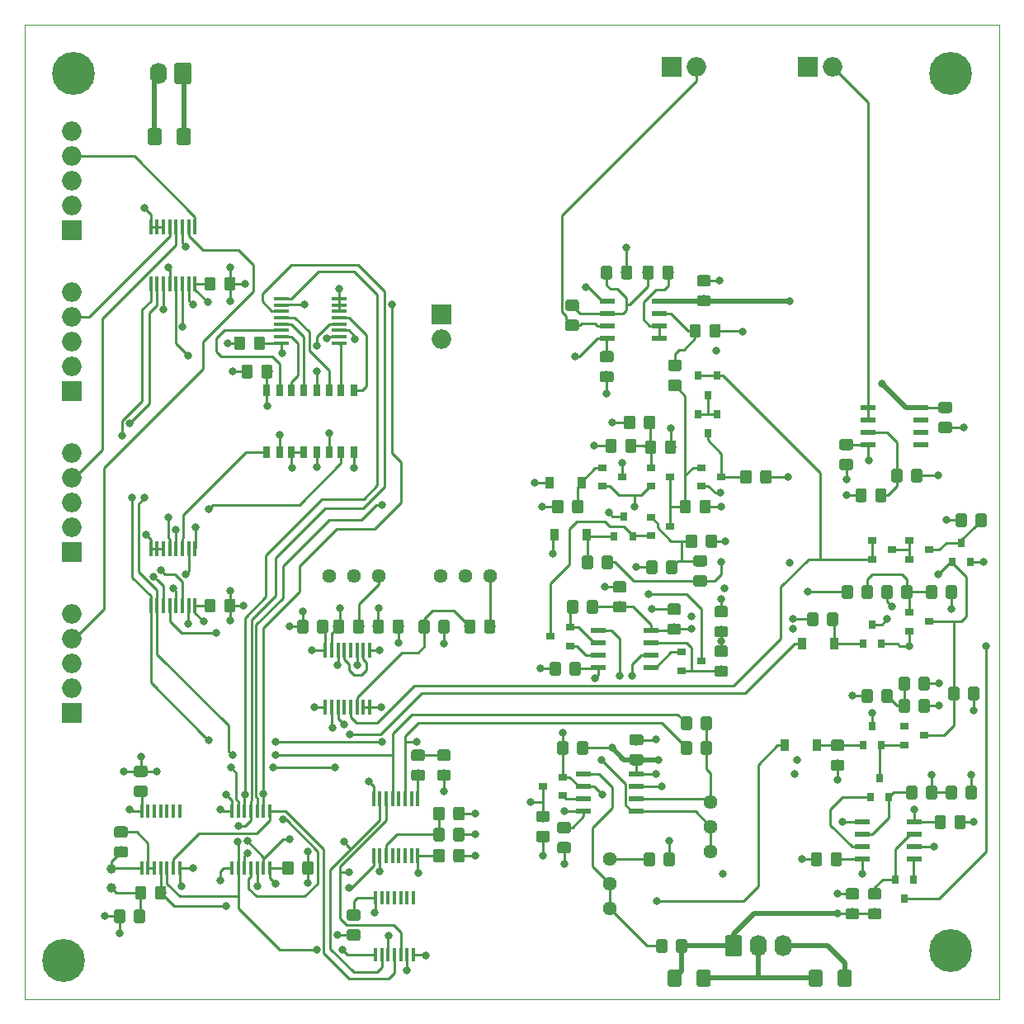
<source format=gbr>
%TF.GenerationSoftware,KiCad,Pcbnew,5.0.2+dfsg1-1*%
%TF.CreationDate,2021-03-05T16:55:40+01:00*%
%TF.ProjectId,XYgen,58596765-6e2e-46b6-9963-61645f706362,rev?*%
%TF.SameCoordinates,Original*%
%TF.FileFunction,Copper,L1,Top*%
%TF.FilePolarity,Positive*%
%FSLAX46Y46*%
G04 Gerber Fmt 4.6, Leading zero omitted, Abs format (unit mm)*
G04 Created by KiCad (PCBNEW 5.0.2+dfsg1-1) date Fri 05 Mar 2021 04:55:40 PM CET*
%MOMM*%
%LPD*%
G01*
G04 APERTURE LIST*
%ADD10C,0.100000*%
%ADD11C,1.440000*%
%ADD12C,4.400000*%
%ADD13C,1.150000*%
%ADD14C,1.425000*%
%ADD15C,1.740000*%
%ADD16O,1.740000X2.200000*%
%ADD17C,1.000000*%
%ADD18R,0.900000X1.200000*%
%ADD19R,1.550000X0.600000*%
%ADD20R,0.800000X1.300000*%
%ADD21R,0.450000X1.450000*%
%ADD22R,1.500000X0.450000*%
%ADD23R,0.450000X1.500000*%
%ADD24R,0.900000X0.800000*%
%ADD25R,0.800000X0.900000*%
%ADD26R,2.000000X2.000000*%
%ADD27O,2.000000X2.000000*%
%ADD28C,0.800000*%
%ADD29C,0.250000*%
%ADD30C,0.500000*%
G04 APERTURE END LIST*
D10*
X100000000Y-35000000D02*
X100000000Y-135000000D01*
X200000000Y-35000000D02*
X100000000Y-35000000D01*
X200000000Y-135000000D02*
X200000000Y-35000000D01*
X100000000Y-135000000D02*
X200000000Y-135000000D01*
D11*
X147701000Y-91567000D03*
X145161000Y-91567000D03*
X142621000Y-91567000D03*
X170370500Y-114744500D03*
X170370500Y-117284500D03*
X170370500Y-119824500D03*
X136271000Y-91567000D03*
X133731000Y-91567000D03*
X131191000Y-91567000D03*
X160020000Y-125730000D03*
X160020000Y-123190000D03*
X160020000Y-120650000D03*
D12*
X104000000Y-131000000D03*
X195000000Y-130000000D03*
X195000000Y-40000000D03*
X105000000Y-40000000D03*
D10*
G36*
X121389505Y-93916204D02*
X121413773Y-93919804D01*
X121437572Y-93925765D01*
X121460671Y-93934030D01*
X121482850Y-93944520D01*
X121503893Y-93957132D01*
X121523599Y-93971747D01*
X121541777Y-93988223D01*
X121558253Y-94006401D01*
X121572868Y-94026107D01*
X121585480Y-94047150D01*
X121595970Y-94069329D01*
X121604235Y-94092428D01*
X121610196Y-94116227D01*
X121613796Y-94140495D01*
X121615000Y-94164999D01*
X121615000Y-95065001D01*
X121613796Y-95089505D01*
X121610196Y-95113773D01*
X121604235Y-95137572D01*
X121595970Y-95160671D01*
X121585480Y-95182850D01*
X121572868Y-95203893D01*
X121558253Y-95223599D01*
X121541777Y-95241777D01*
X121523599Y-95258253D01*
X121503893Y-95272868D01*
X121482850Y-95285480D01*
X121460671Y-95295970D01*
X121437572Y-95304235D01*
X121413773Y-95310196D01*
X121389505Y-95313796D01*
X121365001Y-95315000D01*
X120714999Y-95315000D01*
X120690495Y-95313796D01*
X120666227Y-95310196D01*
X120642428Y-95304235D01*
X120619329Y-95295970D01*
X120597150Y-95285480D01*
X120576107Y-95272868D01*
X120556401Y-95258253D01*
X120538223Y-95241777D01*
X120521747Y-95223599D01*
X120507132Y-95203893D01*
X120494520Y-95182850D01*
X120484030Y-95160671D01*
X120475765Y-95137572D01*
X120469804Y-95113773D01*
X120466204Y-95089505D01*
X120465000Y-95065001D01*
X120465000Y-94164999D01*
X120466204Y-94140495D01*
X120469804Y-94116227D01*
X120475765Y-94092428D01*
X120484030Y-94069329D01*
X120494520Y-94047150D01*
X120507132Y-94026107D01*
X120521747Y-94006401D01*
X120538223Y-93988223D01*
X120556401Y-93971747D01*
X120576107Y-93957132D01*
X120597150Y-93944520D01*
X120619329Y-93934030D01*
X120642428Y-93925765D01*
X120666227Y-93919804D01*
X120690495Y-93916204D01*
X120714999Y-93915000D01*
X121365001Y-93915000D01*
X121389505Y-93916204D01*
X121389505Y-93916204D01*
G37*
D13*
X121040000Y-94615000D03*
D10*
G36*
X119339505Y-93916204D02*
X119363773Y-93919804D01*
X119387572Y-93925765D01*
X119410671Y-93934030D01*
X119432850Y-93944520D01*
X119453893Y-93957132D01*
X119473599Y-93971747D01*
X119491777Y-93988223D01*
X119508253Y-94006401D01*
X119522868Y-94026107D01*
X119535480Y-94047150D01*
X119545970Y-94069329D01*
X119554235Y-94092428D01*
X119560196Y-94116227D01*
X119563796Y-94140495D01*
X119565000Y-94164999D01*
X119565000Y-95065001D01*
X119563796Y-95089505D01*
X119560196Y-95113773D01*
X119554235Y-95137572D01*
X119545970Y-95160671D01*
X119535480Y-95182850D01*
X119522868Y-95203893D01*
X119508253Y-95223599D01*
X119491777Y-95241777D01*
X119473599Y-95258253D01*
X119453893Y-95272868D01*
X119432850Y-95285480D01*
X119410671Y-95295970D01*
X119387572Y-95304235D01*
X119363773Y-95310196D01*
X119339505Y-95313796D01*
X119315001Y-95315000D01*
X118664999Y-95315000D01*
X118640495Y-95313796D01*
X118616227Y-95310196D01*
X118592428Y-95304235D01*
X118569329Y-95295970D01*
X118547150Y-95285480D01*
X118526107Y-95272868D01*
X118506401Y-95258253D01*
X118488223Y-95241777D01*
X118471747Y-95223599D01*
X118457132Y-95203893D01*
X118444520Y-95182850D01*
X118434030Y-95160671D01*
X118425765Y-95137572D01*
X118419804Y-95113773D01*
X118416204Y-95089505D01*
X118415000Y-95065001D01*
X118415000Y-94164999D01*
X118416204Y-94140495D01*
X118419804Y-94116227D01*
X118425765Y-94092428D01*
X118434030Y-94069329D01*
X118444520Y-94047150D01*
X118457132Y-94026107D01*
X118471747Y-94006401D01*
X118488223Y-93988223D01*
X118506401Y-93971747D01*
X118526107Y-93957132D01*
X118547150Y-93944520D01*
X118569329Y-93934030D01*
X118592428Y-93925765D01*
X118616227Y-93919804D01*
X118640495Y-93916204D01*
X118664999Y-93915000D01*
X119315001Y-93915000D01*
X119339505Y-93916204D01*
X119339505Y-93916204D01*
G37*
D13*
X118990000Y-94615000D03*
D10*
G36*
X163225005Y-109861704D02*
X163249273Y-109865304D01*
X163273072Y-109871265D01*
X163296171Y-109879530D01*
X163318350Y-109890020D01*
X163339393Y-109902632D01*
X163359099Y-109917247D01*
X163377277Y-109933723D01*
X163393753Y-109951901D01*
X163408368Y-109971607D01*
X163420980Y-109992650D01*
X163431470Y-110014829D01*
X163439735Y-110037928D01*
X163445696Y-110061727D01*
X163449296Y-110085995D01*
X163450500Y-110110499D01*
X163450500Y-110760501D01*
X163449296Y-110785005D01*
X163445696Y-110809273D01*
X163439735Y-110833072D01*
X163431470Y-110856171D01*
X163420980Y-110878350D01*
X163408368Y-110899393D01*
X163393753Y-110919099D01*
X163377277Y-110937277D01*
X163359099Y-110953753D01*
X163339393Y-110968368D01*
X163318350Y-110980980D01*
X163296171Y-110991470D01*
X163273072Y-110999735D01*
X163249273Y-111005696D01*
X163225005Y-111009296D01*
X163200501Y-111010500D01*
X162300499Y-111010500D01*
X162275995Y-111009296D01*
X162251727Y-111005696D01*
X162227928Y-110999735D01*
X162204829Y-110991470D01*
X162182650Y-110980980D01*
X162161607Y-110968368D01*
X162141901Y-110953753D01*
X162123723Y-110937277D01*
X162107247Y-110919099D01*
X162092632Y-110899393D01*
X162080020Y-110878350D01*
X162069530Y-110856171D01*
X162061265Y-110833072D01*
X162055304Y-110809273D01*
X162051704Y-110785005D01*
X162050500Y-110760501D01*
X162050500Y-110110499D01*
X162051704Y-110085995D01*
X162055304Y-110061727D01*
X162061265Y-110037928D01*
X162069530Y-110014829D01*
X162080020Y-109992650D01*
X162092632Y-109971607D01*
X162107247Y-109951901D01*
X162123723Y-109933723D01*
X162141901Y-109917247D01*
X162161607Y-109902632D01*
X162182650Y-109890020D01*
X162204829Y-109879530D01*
X162227928Y-109871265D01*
X162251727Y-109865304D01*
X162275995Y-109861704D01*
X162300499Y-109860500D01*
X163200501Y-109860500D01*
X163225005Y-109861704D01*
X163225005Y-109861704D01*
G37*
D13*
X162750500Y-110435500D03*
D10*
G36*
X163225005Y-107811704D02*
X163249273Y-107815304D01*
X163273072Y-107821265D01*
X163296171Y-107829530D01*
X163318350Y-107840020D01*
X163339393Y-107852632D01*
X163359099Y-107867247D01*
X163377277Y-107883723D01*
X163393753Y-107901901D01*
X163408368Y-107921607D01*
X163420980Y-107942650D01*
X163431470Y-107964829D01*
X163439735Y-107987928D01*
X163445696Y-108011727D01*
X163449296Y-108035995D01*
X163450500Y-108060499D01*
X163450500Y-108710501D01*
X163449296Y-108735005D01*
X163445696Y-108759273D01*
X163439735Y-108783072D01*
X163431470Y-108806171D01*
X163420980Y-108828350D01*
X163408368Y-108849393D01*
X163393753Y-108869099D01*
X163377277Y-108887277D01*
X163359099Y-108903753D01*
X163339393Y-108918368D01*
X163318350Y-108930980D01*
X163296171Y-108941470D01*
X163273072Y-108949735D01*
X163249273Y-108955696D01*
X163225005Y-108959296D01*
X163200501Y-108960500D01*
X162300499Y-108960500D01*
X162275995Y-108959296D01*
X162251727Y-108955696D01*
X162227928Y-108949735D01*
X162204829Y-108941470D01*
X162182650Y-108930980D01*
X162161607Y-108918368D01*
X162141901Y-108903753D01*
X162123723Y-108887277D01*
X162107247Y-108869099D01*
X162092632Y-108849393D01*
X162080020Y-108828350D01*
X162069530Y-108806171D01*
X162061265Y-108783072D01*
X162055304Y-108759273D01*
X162051704Y-108735005D01*
X162050500Y-108710501D01*
X162050500Y-108060499D01*
X162051704Y-108035995D01*
X162055304Y-108011727D01*
X162061265Y-107987928D01*
X162069530Y-107964829D01*
X162080020Y-107942650D01*
X162092632Y-107921607D01*
X162107247Y-107901901D01*
X162123723Y-107883723D01*
X162141901Y-107867247D01*
X162161607Y-107852632D01*
X162182650Y-107840020D01*
X162204829Y-107829530D01*
X162227928Y-107821265D01*
X162251727Y-107815304D01*
X162275995Y-107811704D01*
X162300499Y-107810500D01*
X163200501Y-107810500D01*
X163225005Y-107811704D01*
X163225005Y-107811704D01*
G37*
D13*
X162750500Y-108385500D03*
D10*
G36*
X112361505Y-111050204D02*
X112385773Y-111053804D01*
X112409572Y-111059765D01*
X112432671Y-111068030D01*
X112454850Y-111078520D01*
X112475893Y-111091132D01*
X112495599Y-111105747D01*
X112513777Y-111122223D01*
X112530253Y-111140401D01*
X112544868Y-111160107D01*
X112557480Y-111181150D01*
X112567970Y-111203329D01*
X112576235Y-111226428D01*
X112582196Y-111250227D01*
X112585796Y-111274495D01*
X112587000Y-111298999D01*
X112587000Y-111949001D01*
X112585796Y-111973505D01*
X112582196Y-111997773D01*
X112576235Y-112021572D01*
X112567970Y-112044671D01*
X112557480Y-112066850D01*
X112544868Y-112087893D01*
X112530253Y-112107599D01*
X112513777Y-112125777D01*
X112495599Y-112142253D01*
X112475893Y-112156868D01*
X112454850Y-112169480D01*
X112432671Y-112179970D01*
X112409572Y-112188235D01*
X112385773Y-112194196D01*
X112361505Y-112197796D01*
X112337001Y-112199000D01*
X111436999Y-112199000D01*
X111412495Y-112197796D01*
X111388227Y-112194196D01*
X111364428Y-112188235D01*
X111341329Y-112179970D01*
X111319150Y-112169480D01*
X111298107Y-112156868D01*
X111278401Y-112142253D01*
X111260223Y-112125777D01*
X111243747Y-112107599D01*
X111229132Y-112087893D01*
X111216520Y-112066850D01*
X111206030Y-112044671D01*
X111197765Y-112021572D01*
X111191804Y-111997773D01*
X111188204Y-111973505D01*
X111187000Y-111949001D01*
X111187000Y-111298999D01*
X111188204Y-111274495D01*
X111191804Y-111250227D01*
X111197765Y-111226428D01*
X111206030Y-111203329D01*
X111216520Y-111181150D01*
X111229132Y-111160107D01*
X111243747Y-111140401D01*
X111260223Y-111122223D01*
X111278401Y-111105747D01*
X111298107Y-111091132D01*
X111319150Y-111078520D01*
X111341329Y-111068030D01*
X111364428Y-111059765D01*
X111388227Y-111053804D01*
X111412495Y-111050204D01*
X111436999Y-111049000D01*
X112337001Y-111049000D01*
X112361505Y-111050204D01*
X112361505Y-111050204D01*
G37*
D13*
X111887000Y-111624000D03*
D10*
G36*
X112361505Y-113100204D02*
X112385773Y-113103804D01*
X112409572Y-113109765D01*
X112432671Y-113118030D01*
X112454850Y-113128520D01*
X112475893Y-113141132D01*
X112495599Y-113155747D01*
X112513777Y-113172223D01*
X112530253Y-113190401D01*
X112544868Y-113210107D01*
X112557480Y-113231150D01*
X112567970Y-113253329D01*
X112576235Y-113276428D01*
X112582196Y-113300227D01*
X112585796Y-113324495D01*
X112587000Y-113348999D01*
X112587000Y-113999001D01*
X112585796Y-114023505D01*
X112582196Y-114047773D01*
X112576235Y-114071572D01*
X112567970Y-114094671D01*
X112557480Y-114116850D01*
X112544868Y-114137893D01*
X112530253Y-114157599D01*
X112513777Y-114175777D01*
X112495599Y-114192253D01*
X112475893Y-114206868D01*
X112454850Y-114219480D01*
X112432671Y-114229970D01*
X112409572Y-114238235D01*
X112385773Y-114244196D01*
X112361505Y-114247796D01*
X112337001Y-114249000D01*
X111436999Y-114249000D01*
X111412495Y-114247796D01*
X111388227Y-114244196D01*
X111364428Y-114238235D01*
X111341329Y-114229970D01*
X111319150Y-114219480D01*
X111298107Y-114206868D01*
X111278401Y-114192253D01*
X111260223Y-114175777D01*
X111243747Y-114157599D01*
X111229132Y-114137893D01*
X111216520Y-114116850D01*
X111206030Y-114094671D01*
X111197765Y-114071572D01*
X111191804Y-114047773D01*
X111188204Y-114023505D01*
X111187000Y-113999001D01*
X111187000Y-113348999D01*
X111188204Y-113324495D01*
X111191804Y-113300227D01*
X111197765Y-113276428D01*
X111206030Y-113253329D01*
X111216520Y-113231150D01*
X111229132Y-113210107D01*
X111243747Y-113190401D01*
X111260223Y-113172223D01*
X111278401Y-113155747D01*
X111298107Y-113141132D01*
X111319150Y-113128520D01*
X111341329Y-113118030D01*
X111364428Y-113109765D01*
X111388227Y-113103804D01*
X111412495Y-113100204D01*
X111436999Y-113099000D01*
X112337001Y-113099000D01*
X112361505Y-113100204D01*
X112361505Y-113100204D01*
G37*
D13*
X111887000Y-113674000D03*
D10*
G36*
X130914505Y-96075204D02*
X130938773Y-96078804D01*
X130962572Y-96084765D01*
X130985671Y-96093030D01*
X131007850Y-96103520D01*
X131028893Y-96116132D01*
X131048599Y-96130747D01*
X131066777Y-96147223D01*
X131083253Y-96165401D01*
X131097868Y-96185107D01*
X131110480Y-96206150D01*
X131120970Y-96228329D01*
X131129235Y-96251428D01*
X131135196Y-96275227D01*
X131138796Y-96299495D01*
X131140000Y-96323999D01*
X131140000Y-97224001D01*
X131138796Y-97248505D01*
X131135196Y-97272773D01*
X131129235Y-97296572D01*
X131120970Y-97319671D01*
X131110480Y-97341850D01*
X131097868Y-97362893D01*
X131083253Y-97382599D01*
X131066777Y-97400777D01*
X131048599Y-97417253D01*
X131028893Y-97431868D01*
X131007850Y-97444480D01*
X130985671Y-97454970D01*
X130962572Y-97463235D01*
X130938773Y-97469196D01*
X130914505Y-97472796D01*
X130890001Y-97474000D01*
X130239999Y-97474000D01*
X130215495Y-97472796D01*
X130191227Y-97469196D01*
X130167428Y-97463235D01*
X130144329Y-97454970D01*
X130122150Y-97444480D01*
X130101107Y-97431868D01*
X130081401Y-97417253D01*
X130063223Y-97400777D01*
X130046747Y-97382599D01*
X130032132Y-97362893D01*
X130019520Y-97341850D01*
X130009030Y-97319671D01*
X130000765Y-97296572D01*
X129994804Y-97272773D01*
X129991204Y-97248505D01*
X129990000Y-97224001D01*
X129990000Y-96323999D01*
X129991204Y-96299495D01*
X129994804Y-96275227D01*
X130000765Y-96251428D01*
X130009030Y-96228329D01*
X130019520Y-96206150D01*
X130032132Y-96185107D01*
X130046747Y-96165401D01*
X130063223Y-96147223D01*
X130081401Y-96130747D01*
X130101107Y-96116132D01*
X130122150Y-96103520D01*
X130144329Y-96093030D01*
X130167428Y-96084765D01*
X130191227Y-96078804D01*
X130215495Y-96075204D01*
X130239999Y-96074000D01*
X130890001Y-96074000D01*
X130914505Y-96075204D01*
X130914505Y-96075204D01*
G37*
D13*
X130565000Y-96774000D03*
D10*
G36*
X128864505Y-96075204D02*
X128888773Y-96078804D01*
X128912572Y-96084765D01*
X128935671Y-96093030D01*
X128957850Y-96103520D01*
X128978893Y-96116132D01*
X128998599Y-96130747D01*
X129016777Y-96147223D01*
X129033253Y-96165401D01*
X129047868Y-96185107D01*
X129060480Y-96206150D01*
X129070970Y-96228329D01*
X129079235Y-96251428D01*
X129085196Y-96275227D01*
X129088796Y-96299495D01*
X129090000Y-96323999D01*
X129090000Y-97224001D01*
X129088796Y-97248505D01*
X129085196Y-97272773D01*
X129079235Y-97296572D01*
X129070970Y-97319671D01*
X129060480Y-97341850D01*
X129047868Y-97362893D01*
X129033253Y-97382599D01*
X129016777Y-97400777D01*
X128998599Y-97417253D01*
X128978893Y-97431868D01*
X128957850Y-97444480D01*
X128935671Y-97454970D01*
X128912572Y-97463235D01*
X128888773Y-97469196D01*
X128864505Y-97472796D01*
X128840001Y-97474000D01*
X128189999Y-97474000D01*
X128165495Y-97472796D01*
X128141227Y-97469196D01*
X128117428Y-97463235D01*
X128094329Y-97454970D01*
X128072150Y-97444480D01*
X128051107Y-97431868D01*
X128031401Y-97417253D01*
X128013223Y-97400777D01*
X127996747Y-97382599D01*
X127982132Y-97362893D01*
X127969520Y-97341850D01*
X127959030Y-97319671D01*
X127950765Y-97296572D01*
X127944804Y-97272773D01*
X127941204Y-97248505D01*
X127940000Y-97224001D01*
X127940000Y-96323999D01*
X127941204Y-96299495D01*
X127944804Y-96275227D01*
X127950765Y-96251428D01*
X127959030Y-96228329D01*
X127969520Y-96206150D01*
X127982132Y-96185107D01*
X127996747Y-96165401D01*
X128013223Y-96147223D01*
X128031401Y-96130747D01*
X128051107Y-96116132D01*
X128072150Y-96103520D01*
X128094329Y-96093030D01*
X128117428Y-96084765D01*
X128141227Y-96078804D01*
X128165495Y-96075204D01*
X128189999Y-96074000D01*
X128840001Y-96074000D01*
X128864505Y-96075204D01*
X128864505Y-96075204D01*
G37*
D13*
X128515000Y-96774000D03*
D10*
G36*
X129390505Y-120840204D02*
X129414773Y-120843804D01*
X129438572Y-120849765D01*
X129461671Y-120858030D01*
X129483850Y-120868520D01*
X129504893Y-120881132D01*
X129524599Y-120895747D01*
X129542777Y-120912223D01*
X129559253Y-120930401D01*
X129573868Y-120950107D01*
X129586480Y-120971150D01*
X129596970Y-120993329D01*
X129605235Y-121016428D01*
X129611196Y-121040227D01*
X129614796Y-121064495D01*
X129616000Y-121088999D01*
X129616000Y-121989001D01*
X129614796Y-122013505D01*
X129611196Y-122037773D01*
X129605235Y-122061572D01*
X129596970Y-122084671D01*
X129586480Y-122106850D01*
X129573868Y-122127893D01*
X129559253Y-122147599D01*
X129542777Y-122165777D01*
X129524599Y-122182253D01*
X129504893Y-122196868D01*
X129483850Y-122209480D01*
X129461671Y-122219970D01*
X129438572Y-122228235D01*
X129414773Y-122234196D01*
X129390505Y-122237796D01*
X129366001Y-122239000D01*
X128715999Y-122239000D01*
X128691495Y-122237796D01*
X128667227Y-122234196D01*
X128643428Y-122228235D01*
X128620329Y-122219970D01*
X128598150Y-122209480D01*
X128577107Y-122196868D01*
X128557401Y-122182253D01*
X128539223Y-122165777D01*
X128522747Y-122147599D01*
X128508132Y-122127893D01*
X128495520Y-122106850D01*
X128485030Y-122084671D01*
X128476765Y-122061572D01*
X128470804Y-122037773D01*
X128467204Y-122013505D01*
X128466000Y-121989001D01*
X128466000Y-121088999D01*
X128467204Y-121064495D01*
X128470804Y-121040227D01*
X128476765Y-121016428D01*
X128485030Y-120993329D01*
X128495520Y-120971150D01*
X128508132Y-120950107D01*
X128522747Y-120930401D01*
X128539223Y-120912223D01*
X128557401Y-120895747D01*
X128577107Y-120881132D01*
X128598150Y-120868520D01*
X128620329Y-120858030D01*
X128643428Y-120849765D01*
X128667227Y-120843804D01*
X128691495Y-120840204D01*
X128715999Y-120839000D01*
X129366001Y-120839000D01*
X129390505Y-120840204D01*
X129390505Y-120840204D01*
G37*
D13*
X129041000Y-121539000D03*
D10*
G36*
X127340505Y-120840204D02*
X127364773Y-120843804D01*
X127388572Y-120849765D01*
X127411671Y-120858030D01*
X127433850Y-120868520D01*
X127454893Y-120881132D01*
X127474599Y-120895747D01*
X127492777Y-120912223D01*
X127509253Y-120930401D01*
X127523868Y-120950107D01*
X127536480Y-120971150D01*
X127546970Y-120993329D01*
X127555235Y-121016428D01*
X127561196Y-121040227D01*
X127564796Y-121064495D01*
X127566000Y-121088999D01*
X127566000Y-121989001D01*
X127564796Y-122013505D01*
X127561196Y-122037773D01*
X127555235Y-122061572D01*
X127546970Y-122084671D01*
X127536480Y-122106850D01*
X127523868Y-122127893D01*
X127509253Y-122147599D01*
X127492777Y-122165777D01*
X127474599Y-122182253D01*
X127454893Y-122196868D01*
X127433850Y-122209480D01*
X127411671Y-122219970D01*
X127388572Y-122228235D01*
X127364773Y-122234196D01*
X127340505Y-122237796D01*
X127316001Y-122239000D01*
X126665999Y-122239000D01*
X126641495Y-122237796D01*
X126617227Y-122234196D01*
X126593428Y-122228235D01*
X126570329Y-122219970D01*
X126548150Y-122209480D01*
X126527107Y-122196868D01*
X126507401Y-122182253D01*
X126489223Y-122165777D01*
X126472747Y-122147599D01*
X126458132Y-122127893D01*
X126445520Y-122106850D01*
X126435030Y-122084671D01*
X126426765Y-122061572D01*
X126420804Y-122037773D01*
X126417204Y-122013505D01*
X126416000Y-121989001D01*
X126416000Y-121088999D01*
X126417204Y-121064495D01*
X126420804Y-121040227D01*
X126426765Y-121016428D01*
X126435030Y-120993329D01*
X126445520Y-120971150D01*
X126458132Y-120950107D01*
X126472747Y-120930401D01*
X126489223Y-120912223D01*
X126507401Y-120895747D01*
X126527107Y-120881132D01*
X126548150Y-120868520D01*
X126570329Y-120858030D01*
X126593428Y-120849765D01*
X126617227Y-120843804D01*
X126641495Y-120840204D01*
X126665999Y-120839000D01*
X127316001Y-120839000D01*
X127340505Y-120840204D01*
X127340505Y-120840204D01*
G37*
D13*
X126991000Y-121539000D03*
D10*
G36*
X134205505Y-125791204D02*
X134229773Y-125794804D01*
X134253572Y-125800765D01*
X134276671Y-125809030D01*
X134298850Y-125819520D01*
X134319893Y-125832132D01*
X134339599Y-125846747D01*
X134357777Y-125863223D01*
X134374253Y-125881401D01*
X134388868Y-125901107D01*
X134401480Y-125922150D01*
X134411970Y-125944329D01*
X134420235Y-125967428D01*
X134426196Y-125991227D01*
X134429796Y-126015495D01*
X134431000Y-126039999D01*
X134431000Y-126690001D01*
X134429796Y-126714505D01*
X134426196Y-126738773D01*
X134420235Y-126762572D01*
X134411970Y-126785671D01*
X134401480Y-126807850D01*
X134388868Y-126828893D01*
X134374253Y-126848599D01*
X134357777Y-126866777D01*
X134339599Y-126883253D01*
X134319893Y-126897868D01*
X134298850Y-126910480D01*
X134276671Y-126920970D01*
X134253572Y-126929235D01*
X134229773Y-126935196D01*
X134205505Y-126938796D01*
X134181001Y-126940000D01*
X133280999Y-126940000D01*
X133256495Y-126938796D01*
X133232227Y-126935196D01*
X133208428Y-126929235D01*
X133185329Y-126920970D01*
X133163150Y-126910480D01*
X133142107Y-126897868D01*
X133122401Y-126883253D01*
X133104223Y-126866777D01*
X133087747Y-126848599D01*
X133073132Y-126828893D01*
X133060520Y-126807850D01*
X133050030Y-126785671D01*
X133041765Y-126762572D01*
X133035804Y-126738773D01*
X133032204Y-126714505D01*
X133031000Y-126690001D01*
X133031000Y-126039999D01*
X133032204Y-126015495D01*
X133035804Y-125991227D01*
X133041765Y-125967428D01*
X133050030Y-125944329D01*
X133060520Y-125922150D01*
X133073132Y-125901107D01*
X133087747Y-125881401D01*
X133104223Y-125863223D01*
X133122401Y-125846747D01*
X133142107Y-125832132D01*
X133163150Y-125819520D01*
X133185329Y-125809030D01*
X133208428Y-125800765D01*
X133232227Y-125794804D01*
X133256495Y-125791204D01*
X133280999Y-125790000D01*
X134181001Y-125790000D01*
X134205505Y-125791204D01*
X134205505Y-125791204D01*
G37*
D13*
X133731000Y-126365000D03*
D10*
G36*
X134205505Y-127841204D02*
X134229773Y-127844804D01*
X134253572Y-127850765D01*
X134276671Y-127859030D01*
X134298850Y-127869520D01*
X134319893Y-127882132D01*
X134339599Y-127896747D01*
X134357777Y-127913223D01*
X134374253Y-127931401D01*
X134388868Y-127951107D01*
X134401480Y-127972150D01*
X134411970Y-127994329D01*
X134420235Y-128017428D01*
X134426196Y-128041227D01*
X134429796Y-128065495D01*
X134431000Y-128089999D01*
X134431000Y-128740001D01*
X134429796Y-128764505D01*
X134426196Y-128788773D01*
X134420235Y-128812572D01*
X134411970Y-128835671D01*
X134401480Y-128857850D01*
X134388868Y-128878893D01*
X134374253Y-128898599D01*
X134357777Y-128916777D01*
X134339599Y-128933253D01*
X134319893Y-128947868D01*
X134298850Y-128960480D01*
X134276671Y-128970970D01*
X134253572Y-128979235D01*
X134229773Y-128985196D01*
X134205505Y-128988796D01*
X134181001Y-128990000D01*
X133280999Y-128990000D01*
X133256495Y-128988796D01*
X133232227Y-128985196D01*
X133208428Y-128979235D01*
X133185329Y-128970970D01*
X133163150Y-128960480D01*
X133142107Y-128947868D01*
X133122401Y-128933253D01*
X133104223Y-128916777D01*
X133087747Y-128898599D01*
X133073132Y-128878893D01*
X133060520Y-128857850D01*
X133050030Y-128835671D01*
X133041765Y-128812572D01*
X133035804Y-128788773D01*
X133032204Y-128764505D01*
X133031000Y-128740001D01*
X133031000Y-128089999D01*
X133032204Y-128065495D01*
X133035804Y-128041227D01*
X133041765Y-128017428D01*
X133050030Y-127994329D01*
X133060520Y-127972150D01*
X133073132Y-127951107D01*
X133087747Y-127931401D01*
X133104223Y-127913223D01*
X133122401Y-127896747D01*
X133142107Y-127882132D01*
X133163150Y-127869520D01*
X133185329Y-127859030D01*
X133208428Y-127850765D01*
X133232227Y-127844804D01*
X133256495Y-127841204D01*
X133280999Y-127840000D01*
X134181001Y-127840000D01*
X134205505Y-127841204D01*
X134205505Y-127841204D01*
G37*
D13*
X133731000Y-128415000D03*
D10*
G36*
X161510505Y-92127204D02*
X161534773Y-92130804D01*
X161558572Y-92136765D01*
X161581671Y-92145030D01*
X161603850Y-92155520D01*
X161624893Y-92168132D01*
X161644599Y-92182747D01*
X161662777Y-92199223D01*
X161679253Y-92217401D01*
X161693868Y-92237107D01*
X161706480Y-92258150D01*
X161716970Y-92280329D01*
X161725235Y-92303428D01*
X161731196Y-92327227D01*
X161734796Y-92351495D01*
X161736000Y-92375999D01*
X161736000Y-93026001D01*
X161734796Y-93050505D01*
X161731196Y-93074773D01*
X161725235Y-93098572D01*
X161716970Y-93121671D01*
X161706480Y-93143850D01*
X161693868Y-93164893D01*
X161679253Y-93184599D01*
X161662777Y-93202777D01*
X161644599Y-93219253D01*
X161624893Y-93233868D01*
X161603850Y-93246480D01*
X161581671Y-93256970D01*
X161558572Y-93265235D01*
X161534773Y-93271196D01*
X161510505Y-93274796D01*
X161486001Y-93276000D01*
X160585999Y-93276000D01*
X160561495Y-93274796D01*
X160537227Y-93271196D01*
X160513428Y-93265235D01*
X160490329Y-93256970D01*
X160468150Y-93246480D01*
X160447107Y-93233868D01*
X160427401Y-93219253D01*
X160409223Y-93202777D01*
X160392747Y-93184599D01*
X160378132Y-93164893D01*
X160365520Y-93143850D01*
X160355030Y-93121671D01*
X160346765Y-93098572D01*
X160340804Y-93074773D01*
X160337204Y-93050505D01*
X160336000Y-93026001D01*
X160336000Y-92375999D01*
X160337204Y-92351495D01*
X160340804Y-92327227D01*
X160346765Y-92303428D01*
X160355030Y-92280329D01*
X160365520Y-92258150D01*
X160378132Y-92237107D01*
X160392747Y-92217401D01*
X160409223Y-92199223D01*
X160427401Y-92182747D01*
X160447107Y-92168132D01*
X160468150Y-92155520D01*
X160490329Y-92145030D01*
X160513428Y-92136765D01*
X160537227Y-92130804D01*
X160561495Y-92127204D01*
X160585999Y-92126000D01*
X161486001Y-92126000D01*
X161510505Y-92127204D01*
X161510505Y-92127204D01*
G37*
D13*
X161036000Y-92701000D03*
D10*
G36*
X161510505Y-94177204D02*
X161534773Y-94180804D01*
X161558572Y-94186765D01*
X161581671Y-94195030D01*
X161603850Y-94205520D01*
X161624893Y-94218132D01*
X161644599Y-94232747D01*
X161662777Y-94249223D01*
X161679253Y-94267401D01*
X161693868Y-94287107D01*
X161706480Y-94308150D01*
X161716970Y-94330329D01*
X161725235Y-94353428D01*
X161731196Y-94377227D01*
X161734796Y-94401495D01*
X161736000Y-94425999D01*
X161736000Y-95076001D01*
X161734796Y-95100505D01*
X161731196Y-95124773D01*
X161725235Y-95148572D01*
X161716970Y-95171671D01*
X161706480Y-95193850D01*
X161693868Y-95214893D01*
X161679253Y-95234599D01*
X161662777Y-95252777D01*
X161644599Y-95269253D01*
X161624893Y-95283868D01*
X161603850Y-95296480D01*
X161581671Y-95306970D01*
X161558572Y-95315235D01*
X161534773Y-95321196D01*
X161510505Y-95324796D01*
X161486001Y-95326000D01*
X160585999Y-95326000D01*
X160561495Y-95324796D01*
X160537227Y-95321196D01*
X160513428Y-95315235D01*
X160490329Y-95306970D01*
X160468150Y-95296480D01*
X160447107Y-95283868D01*
X160427401Y-95269253D01*
X160409223Y-95252777D01*
X160392747Y-95234599D01*
X160378132Y-95214893D01*
X160365520Y-95193850D01*
X160355030Y-95171671D01*
X160346765Y-95148572D01*
X160340804Y-95124773D01*
X160337204Y-95100505D01*
X160336000Y-95076001D01*
X160336000Y-94425999D01*
X160337204Y-94401495D01*
X160340804Y-94377227D01*
X160346765Y-94353428D01*
X160355030Y-94330329D01*
X160365520Y-94308150D01*
X160378132Y-94287107D01*
X160392747Y-94267401D01*
X160409223Y-94249223D01*
X160427401Y-94232747D01*
X160447107Y-94218132D01*
X160468150Y-94205520D01*
X160490329Y-94195030D01*
X160513428Y-94186765D01*
X160537227Y-94180804D01*
X160561495Y-94177204D01*
X160585999Y-94176000D01*
X161486001Y-94176000D01*
X161510505Y-94177204D01*
X161510505Y-94177204D01*
G37*
D13*
X161036000Y-94751000D03*
D10*
G36*
X119339505Y-60896204D02*
X119363773Y-60899804D01*
X119387572Y-60905765D01*
X119410671Y-60914030D01*
X119432850Y-60924520D01*
X119453893Y-60937132D01*
X119473599Y-60951747D01*
X119491777Y-60968223D01*
X119508253Y-60986401D01*
X119522868Y-61006107D01*
X119535480Y-61027150D01*
X119545970Y-61049329D01*
X119554235Y-61072428D01*
X119560196Y-61096227D01*
X119563796Y-61120495D01*
X119565000Y-61144999D01*
X119565000Y-62045001D01*
X119563796Y-62069505D01*
X119560196Y-62093773D01*
X119554235Y-62117572D01*
X119545970Y-62140671D01*
X119535480Y-62162850D01*
X119522868Y-62183893D01*
X119508253Y-62203599D01*
X119491777Y-62221777D01*
X119473599Y-62238253D01*
X119453893Y-62252868D01*
X119432850Y-62265480D01*
X119410671Y-62275970D01*
X119387572Y-62284235D01*
X119363773Y-62290196D01*
X119339505Y-62293796D01*
X119315001Y-62295000D01*
X118664999Y-62295000D01*
X118640495Y-62293796D01*
X118616227Y-62290196D01*
X118592428Y-62284235D01*
X118569329Y-62275970D01*
X118547150Y-62265480D01*
X118526107Y-62252868D01*
X118506401Y-62238253D01*
X118488223Y-62221777D01*
X118471747Y-62203599D01*
X118457132Y-62183893D01*
X118444520Y-62162850D01*
X118434030Y-62140671D01*
X118425765Y-62117572D01*
X118419804Y-62093773D01*
X118416204Y-62069505D01*
X118415000Y-62045001D01*
X118415000Y-61144999D01*
X118416204Y-61120495D01*
X118419804Y-61096227D01*
X118425765Y-61072428D01*
X118434030Y-61049329D01*
X118444520Y-61027150D01*
X118457132Y-61006107D01*
X118471747Y-60986401D01*
X118488223Y-60968223D01*
X118506401Y-60951747D01*
X118526107Y-60937132D01*
X118547150Y-60924520D01*
X118569329Y-60914030D01*
X118592428Y-60905765D01*
X118616227Y-60899804D01*
X118640495Y-60896204D01*
X118664999Y-60895000D01*
X119315001Y-60895000D01*
X119339505Y-60896204D01*
X119339505Y-60896204D01*
G37*
D13*
X118990000Y-61595000D03*
D10*
G36*
X121389505Y-60896204D02*
X121413773Y-60899804D01*
X121437572Y-60905765D01*
X121460671Y-60914030D01*
X121482850Y-60924520D01*
X121503893Y-60937132D01*
X121523599Y-60951747D01*
X121541777Y-60968223D01*
X121558253Y-60986401D01*
X121572868Y-61006107D01*
X121585480Y-61027150D01*
X121595970Y-61049329D01*
X121604235Y-61072428D01*
X121610196Y-61096227D01*
X121613796Y-61120495D01*
X121615000Y-61144999D01*
X121615000Y-62045001D01*
X121613796Y-62069505D01*
X121610196Y-62093773D01*
X121604235Y-62117572D01*
X121595970Y-62140671D01*
X121585480Y-62162850D01*
X121572868Y-62183893D01*
X121558253Y-62203599D01*
X121541777Y-62221777D01*
X121523599Y-62238253D01*
X121503893Y-62252868D01*
X121482850Y-62265480D01*
X121460671Y-62275970D01*
X121437572Y-62284235D01*
X121413773Y-62290196D01*
X121389505Y-62293796D01*
X121365001Y-62295000D01*
X120714999Y-62295000D01*
X120690495Y-62293796D01*
X120666227Y-62290196D01*
X120642428Y-62284235D01*
X120619329Y-62275970D01*
X120597150Y-62265480D01*
X120576107Y-62252868D01*
X120556401Y-62238253D01*
X120538223Y-62221777D01*
X120521747Y-62203599D01*
X120507132Y-62183893D01*
X120494520Y-62162850D01*
X120484030Y-62140671D01*
X120475765Y-62117572D01*
X120469804Y-62093773D01*
X120466204Y-62069505D01*
X120465000Y-62045001D01*
X120465000Y-61144999D01*
X120466204Y-61120495D01*
X120469804Y-61096227D01*
X120475765Y-61072428D01*
X120484030Y-61049329D01*
X120494520Y-61027150D01*
X120507132Y-61006107D01*
X120521747Y-60986401D01*
X120538223Y-60968223D01*
X120556401Y-60951747D01*
X120576107Y-60937132D01*
X120597150Y-60924520D01*
X120619329Y-60914030D01*
X120642428Y-60905765D01*
X120666227Y-60899804D01*
X120690495Y-60896204D01*
X120714999Y-60895000D01*
X121365001Y-60895000D01*
X121389505Y-60896204D01*
X121389505Y-60896204D01*
G37*
D13*
X121040000Y-61595000D03*
D10*
G36*
X122378505Y-66992204D02*
X122402773Y-66995804D01*
X122426572Y-67001765D01*
X122449671Y-67010030D01*
X122471850Y-67020520D01*
X122492893Y-67033132D01*
X122512599Y-67047747D01*
X122530777Y-67064223D01*
X122547253Y-67082401D01*
X122561868Y-67102107D01*
X122574480Y-67123150D01*
X122584970Y-67145329D01*
X122593235Y-67168428D01*
X122599196Y-67192227D01*
X122602796Y-67216495D01*
X122604000Y-67240999D01*
X122604000Y-68141001D01*
X122602796Y-68165505D01*
X122599196Y-68189773D01*
X122593235Y-68213572D01*
X122584970Y-68236671D01*
X122574480Y-68258850D01*
X122561868Y-68279893D01*
X122547253Y-68299599D01*
X122530777Y-68317777D01*
X122512599Y-68334253D01*
X122492893Y-68348868D01*
X122471850Y-68361480D01*
X122449671Y-68371970D01*
X122426572Y-68380235D01*
X122402773Y-68386196D01*
X122378505Y-68389796D01*
X122354001Y-68391000D01*
X121703999Y-68391000D01*
X121679495Y-68389796D01*
X121655227Y-68386196D01*
X121631428Y-68380235D01*
X121608329Y-68371970D01*
X121586150Y-68361480D01*
X121565107Y-68348868D01*
X121545401Y-68334253D01*
X121527223Y-68317777D01*
X121510747Y-68299599D01*
X121496132Y-68279893D01*
X121483520Y-68258850D01*
X121473030Y-68236671D01*
X121464765Y-68213572D01*
X121458804Y-68189773D01*
X121455204Y-68165505D01*
X121454000Y-68141001D01*
X121454000Y-67240999D01*
X121455204Y-67216495D01*
X121458804Y-67192227D01*
X121464765Y-67168428D01*
X121473030Y-67145329D01*
X121483520Y-67123150D01*
X121496132Y-67102107D01*
X121510747Y-67082401D01*
X121527223Y-67064223D01*
X121545401Y-67047747D01*
X121565107Y-67033132D01*
X121586150Y-67020520D01*
X121608329Y-67010030D01*
X121631428Y-67001765D01*
X121655227Y-66995804D01*
X121679495Y-66992204D01*
X121703999Y-66991000D01*
X122354001Y-66991000D01*
X122378505Y-66992204D01*
X122378505Y-66992204D01*
G37*
D13*
X122029000Y-67691000D03*
D10*
G36*
X124428505Y-66992204D02*
X124452773Y-66995804D01*
X124476572Y-67001765D01*
X124499671Y-67010030D01*
X124521850Y-67020520D01*
X124542893Y-67033132D01*
X124562599Y-67047747D01*
X124580777Y-67064223D01*
X124597253Y-67082401D01*
X124611868Y-67102107D01*
X124624480Y-67123150D01*
X124634970Y-67145329D01*
X124643235Y-67168428D01*
X124649196Y-67192227D01*
X124652796Y-67216495D01*
X124654000Y-67240999D01*
X124654000Y-68141001D01*
X124652796Y-68165505D01*
X124649196Y-68189773D01*
X124643235Y-68213572D01*
X124634970Y-68236671D01*
X124624480Y-68258850D01*
X124611868Y-68279893D01*
X124597253Y-68299599D01*
X124580777Y-68317777D01*
X124562599Y-68334253D01*
X124542893Y-68348868D01*
X124521850Y-68361480D01*
X124499671Y-68371970D01*
X124476572Y-68380235D01*
X124452773Y-68386196D01*
X124428505Y-68389796D01*
X124404001Y-68391000D01*
X123753999Y-68391000D01*
X123729495Y-68389796D01*
X123705227Y-68386196D01*
X123681428Y-68380235D01*
X123658329Y-68371970D01*
X123636150Y-68361480D01*
X123615107Y-68348868D01*
X123595401Y-68334253D01*
X123577223Y-68317777D01*
X123560747Y-68299599D01*
X123546132Y-68279893D01*
X123533520Y-68258850D01*
X123523030Y-68236671D01*
X123514765Y-68213572D01*
X123508804Y-68189773D01*
X123505204Y-68165505D01*
X123504000Y-68141001D01*
X123504000Y-67240999D01*
X123505204Y-67216495D01*
X123508804Y-67192227D01*
X123514765Y-67168428D01*
X123523030Y-67145329D01*
X123533520Y-67123150D01*
X123546132Y-67102107D01*
X123560747Y-67082401D01*
X123577223Y-67064223D01*
X123595401Y-67047747D01*
X123615107Y-67033132D01*
X123636150Y-67020520D01*
X123658329Y-67010030D01*
X123681428Y-67001765D01*
X123705227Y-66995804D01*
X123729495Y-66992204D01*
X123753999Y-66991000D01*
X124404001Y-66991000D01*
X124428505Y-66992204D01*
X124428505Y-66992204D01*
G37*
D13*
X124079000Y-67691000D03*
D10*
G36*
X125199505Y-69913204D02*
X125223773Y-69916804D01*
X125247572Y-69922765D01*
X125270671Y-69931030D01*
X125292850Y-69941520D01*
X125313893Y-69954132D01*
X125333599Y-69968747D01*
X125351777Y-69985223D01*
X125368253Y-70003401D01*
X125382868Y-70023107D01*
X125395480Y-70044150D01*
X125405970Y-70066329D01*
X125414235Y-70089428D01*
X125420196Y-70113227D01*
X125423796Y-70137495D01*
X125425000Y-70161999D01*
X125425000Y-71062001D01*
X125423796Y-71086505D01*
X125420196Y-71110773D01*
X125414235Y-71134572D01*
X125405970Y-71157671D01*
X125395480Y-71179850D01*
X125382868Y-71200893D01*
X125368253Y-71220599D01*
X125351777Y-71238777D01*
X125333599Y-71255253D01*
X125313893Y-71269868D01*
X125292850Y-71282480D01*
X125270671Y-71292970D01*
X125247572Y-71301235D01*
X125223773Y-71307196D01*
X125199505Y-71310796D01*
X125175001Y-71312000D01*
X124524999Y-71312000D01*
X124500495Y-71310796D01*
X124476227Y-71307196D01*
X124452428Y-71301235D01*
X124429329Y-71292970D01*
X124407150Y-71282480D01*
X124386107Y-71269868D01*
X124366401Y-71255253D01*
X124348223Y-71238777D01*
X124331747Y-71220599D01*
X124317132Y-71200893D01*
X124304520Y-71179850D01*
X124294030Y-71157671D01*
X124285765Y-71134572D01*
X124279804Y-71110773D01*
X124276204Y-71086505D01*
X124275000Y-71062001D01*
X124275000Y-70161999D01*
X124276204Y-70137495D01*
X124279804Y-70113227D01*
X124285765Y-70089428D01*
X124294030Y-70066329D01*
X124304520Y-70044150D01*
X124317132Y-70023107D01*
X124331747Y-70003401D01*
X124348223Y-69985223D01*
X124366401Y-69968747D01*
X124386107Y-69954132D01*
X124407150Y-69941520D01*
X124429329Y-69931030D01*
X124452428Y-69922765D01*
X124476227Y-69916804D01*
X124500495Y-69913204D01*
X124524999Y-69912000D01*
X125175001Y-69912000D01*
X125199505Y-69913204D01*
X125199505Y-69913204D01*
G37*
D13*
X124850000Y-70612000D03*
D10*
G36*
X123149505Y-69913204D02*
X123173773Y-69916804D01*
X123197572Y-69922765D01*
X123220671Y-69931030D01*
X123242850Y-69941520D01*
X123263893Y-69954132D01*
X123283599Y-69968747D01*
X123301777Y-69985223D01*
X123318253Y-70003401D01*
X123332868Y-70023107D01*
X123345480Y-70044150D01*
X123355970Y-70066329D01*
X123364235Y-70089428D01*
X123370196Y-70113227D01*
X123373796Y-70137495D01*
X123375000Y-70161999D01*
X123375000Y-71062001D01*
X123373796Y-71086505D01*
X123370196Y-71110773D01*
X123364235Y-71134572D01*
X123355970Y-71157671D01*
X123345480Y-71179850D01*
X123332868Y-71200893D01*
X123318253Y-71220599D01*
X123301777Y-71238777D01*
X123283599Y-71255253D01*
X123263893Y-71269868D01*
X123242850Y-71282480D01*
X123220671Y-71292970D01*
X123197572Y-71301235D01*
X123173773Y-71307196D01*
X123149505Y-71310796D01*
X123125001Y-71312000D01*
X122474999Y-71312000D01*
X122450495Y-71310796D01*
X122426227Y-71307196D01*
X122402428Y-71301235D01*
X122379329Y-71292970D01*
X122357150Y-71282480D01*
X122336107Y-71269868D01*
X122316401Y-71255253D01*
X122298223Y-71238777D01*
X122281747Y-71220599D01*
X122267132Y-71200893D01*
X122254520Y-71179850D01*
X122244030Y-71157671D01*
X122235765Y-71134572D01*
X122229804Y-71110773D01*
X122226204Y-71086505D01*
X122225000Y-71062001D01*
X122225000Y-70161999D01*
X122226204Y-70137495D01*
X122229804Y-70113227D01*
X122235765Y-70089428D01*
X122244030Y-70066329D01*
X122254520Y-70044150D01*
X122267132Y-70023107D01*
X122281747Y-70003401D01*
X122298223Y-69985223D01*
X122316401Y-69968747D01*
X122336107Y-69954132D01*
X122357150Y-69941520D01*
X122379329Y-69931030D01*
X122402428Y-69922765D01*
X122426227Y-69916804D01*
X122450495Y-69913204D01*
X122474999Y-69912000D01*
X123125001Y-69912000D01*
X123149505Y-69913204D01*
X123149505Y-69913204D01*
G37*
D13*
X122800000Y-70612000D03*
D10*
G36*
X138661505Y-96075204D02*
X138685773Y-96078804D01*
X138709572Y-96084765D01*
X138732671Y-96093030D01*
X138754850Y-96103520D01*
X138775893Y-96116132D01*
X138795599Y-96130747D01*
X138813777Y-96147223D01*
X138830253Y-96165401D01*
X138844868Y-96185107D01*
X138857480Y-96206150D01*
X138867970Y-96228329D01*
X138876235Y-96251428D01*
X138882196Y-96275227D01*
X138885796Y-96299495D01*
X138887000Y-96323999D01*
X138887000Y-97224001D01*
X138885796Y-97248505D01*
X138882196Y-97272773D01*
X138876235Y-97296572D01*
X138867970Y-97319671D01*
X138857480Y-97341850D01*
X138844868Y-97362893D01*
X138830253Y-97382599D01*
X138813777Y-97400777D01*
X138795599Y-97417253D01*
X138775893Y-97431868D01*
X138754850Y-97444480D01*
X138732671Y-97454970D01*
X138709572Y-97463235D01*
X138685773Y-97469196D01*
X138661505Y-97472796D01*
X138637001Y-97474000D01*
X137986999Y-97474000D01*
X137962495Y-97472796D01*
X137938227Y-97469196D01*
X137914428Y-97463235D01*
X137891329Y-97454970D01*
X137869150Y-97444480D01*
X137848107Y-97431868D01*
X137828401Y-97417253D01*
X137810223Y-97400777D01*
X137793747Y-97382599D01*
X137779132Y-97362893D01*
X137766520Y-97341850D01*
X137756030Y-97319671D01*
X137747765Y-97296572D01*
X137741804Y-97272773D01*
X137738204Y-97248505D01*
X137737000Y-97224001D01*
X137737000Y-96323999D01*
X137738204Y-96299495D01*
X137741804Y-96275227D01*
X137747765Y-96251428D01*
X137756030Y-96228329D01*
X137766520Y-96206150D01*
X137779132Y-96185107D01*
X137793747Y-96165401D01*
X137810223Y-96147223D01*
X137828401Y-96130747D01*
X137848107Y-96116132D01*
X137869150Y-96103520D01*
X137891329Y-96093030D01*
X137914428Y-96084765D01*
X137938227Y-96078804D01*
X137962495Y-96075204D01*
X137986999Y-96074000D01*
X138637001Y-96074000D01*
X138661505Y-96075204D01*
X138661505Y-96075204D01*
G37*
D13*
X138312000Y-96774000D03*
D10*
G36*
X136611505Y-96075204D02*
X136635773Y-96078804D01*
X136659572Y-96084765D01*
X136682671Y-96093030D01*
X136704850Y-96103520D01*
X136725893Y-96116132D01*
X136745599Y-96130747D01*
X136763777Y-96147223D01*
X136780253Y-96165401D01*
X136794868Y-96185107D01*
X136807480Y-96206150D01*
X136817970Y-96228329D01*
X136826235Y-96251428D01*
X136832196Y-96275227D01*
X136835796Y-96299495D01*
X136837000Y-96323999D01*
X136837000Y-97224001D01*
X136835796Y-97248505D01*
X136832196Y-97272773D01*
X136826235Y-97296572D01*
X136817970Y-97319671D01*
X136807480Y-97341850D01*
X136794868Y-97362893D01*
X136780253Y-97382599D01*
X136763777Y-97400777D01*
X136745599Y-97417253D01*
X136725893Y-97431868D01*
X136704850Y-97444480D01*
X136682671Y-97454970D01*
X136659572Y-97463235D01*
X136635773Y-97469196D01*
X136611505Y-97472796D01*
X136587001Y-97474000D01*
X135936999Y-97474000D01*
X135912495Y-97472796D01*
X135888227Y-97469196D01*
X135864428Y-97463235D01*
X135841329Y-97454970D01*
X135819150Y-97444480D01*
X135798107Y-97431868D01*
X135778401Y-97417253D01*
X135760223Y-97400777D01*
X135743747Y-97382599D01*
X135729132Y-97362893D01*
X135716520Y-97341850D01*
X135706030Y-97319671D01*
X135697765Y-97296572D01*
X135691804Y-97272773D01*
X135688204Y-97248505D01*
X135687000Y-97224001D01*
X135687000Y-96323999D01*
X135688204Y-96299495D01*
X135691804Y-96275227D01*
X135697765Y-96251428D01*
X135706030Y-96228329D01*
X135716520Y-96206150D01*
X135729132Y-96185107D01*
X135743747Y-96165401D01*
X135760223Y-96147223D01*
X135778401Y-96130747D01*
X135798107Y-96116132D01*
X135819150Y-96103520D01*
X135841329Y-96093030D01*
X135864428Y-96084765D01*
X135888227Y-96078804D01*
X135912495Y-96075204D01*
X135936999Y-96074000D01*
X136587001Y-96074000D01*
X136611505Y-96075204D01*
X136611505Y-96075204D01*
G37*
D13*
X136262000Y-96774000D03*
D10*
G36*
X141310505Y-96075204D02*
X141334773Y-96078804D01*
X141358572Y-96084765D01*
X141381671Y-96093030D01*
X141403850Y-96103520D01*
X141424893Y-96116132D01*
X141444599Y-96130747D01*
X141462777Y-96147223D01*
X141479253Y-96165401D01*
X141493868Y-96185107D01*
X141506480Y-96206150D01*
X141516970Y-96228329D01*
X141525235Y-96251428D01*
X141531196Y-96275227D01*
X141534796Y-96299495D01*
X141536000Y-96323999D01*
X141536000Y-97224001D01*
X141534796Y-97248505D01*
X141531196Y-97272773D01*
X141525235Y-97296572D01*
X141516970Y-97319671D01*
X141506480Y-97341850D01*
X141493868Y-97362893D01*
X141479253Y-97382599D01*
X141462777Y-97400777D01*
X141444599Y-97417253D01*
X141424893Y-97431868D01*
X141403850Y-97444480D01*
X141381671Y-97454970D01*
X141358572Y-97463235D01*
X141334773Y-97469196D01*
X141310505Y-97472796D01*
X141286001Y-97474000D01*
X140635999Y-97474000D01*
X140611495Y-97472796D01*
X140587227Y-97469196D01*
X140563428Y-97463235D01*
X140540329Y-97454970D01*
X140518150Y-97444480D01*
X140497107Y-97431868D01*
X140477401Y-97417253D01*
X140459223Y-97400777D01*
X140442747Y-97382599D01*
X140428132Y-97362893D01*
X140415520Y-97341850D01*
X140405030Y-97319671D01*
X140396765Y-97296572D01*
X140390804Y-97272773D01*
X140387204Y-97248505D01*
X140386000Y-97224001D01*
X140386000Y-96323999D01*
X140387204Y-96299495D01*
X140390804Y-96275227D01*
X140396765Y-96251428D01*
X140405030Y-96228329D01*
X140415520Y-96206150D01*
X140428132Y-96185107D01*
X140442747Y-96165401D01*
X140459223Y-96147223D01*
X140477401Y-96130747D01*
X140497107Y-96116132D01*
X140518150Y-96103520D01*
X140540329Y-96093030D01*
X140563428Y-96084765D01*
X140587227Y-96078804D01*
X140611495Y-96075204D01*
X140635999Y-96074000D01*
X141286001Y-96074000D01*
X141310505Y-96075204D01*
X141310505Y-96075204D01*
G37*
D13*
X140961000Y-96774000D03*
D10*
G36*
X143360505Y-96075204D02*
X143384773Y-96078804D01*
X143408572Y-96084765D01*
X143431671Y-96093030D01*
X143453850Y-96103520D01*
X143474893Y-96116132D01*
X143494599Y-96130747D01*
X143512777Y-96147223D01*
X143529253Y-96165401D01*
X143543868Y-96185107D01*
X143556480Y-96206150D01*
X143566970Y-96228329D01*
X143575235Y-96251428D01*
X143581196Y-96275227D01*
X143584796Y-96299495D01*
X143586000Y-96323999D01*
X143586000Y-97224001D01*
X143584796Y-97248505D01*
X143581196Y-97272773D01*
X143575235Y-97296572D01*
X143566970Y-97319671D01*
X143556480Y-97341850D01*
X143543868Y-97362893D01*
X143529253Y-97382599D01*
X143512777Y-97400777D01*
X143494599Y-97417253D01*
X143474893Y-97431868D01*
X143453850Y-97444480D01*
X143431671Y-97454970D01*
X143408572Y-97463235D01*
X143384773Y-97469196D01*
X143360505Y-97472796D01*
X143336001Y-97474000D01*
X142685999Y-97474000D01*
X142661495Y-97472796D01*
X142637227Y-97469196D01*
X142613428Y-97463235D01*
X142590329Y-97454970D01*
X142568150Y-97444480D01*
X142547107Y-97431868D01*
X142527401Y-97417253D01*
X142509223Y-97400777D01*
X142492747Y-97382599D01*
X142478132Y-97362893D01*
X142465520Y-97341850D01*
X142455030Y-97319671D01*
X142446765Y-97296572D01*
X142440804Y-97272773D01*
X142437204Y-97248505D01*
X142436000Y-97224001D01*
X142436000Y-96323999D01*
X142437204Y-96299495D01*
X142440804Y-96275227D01*
X142446765Y-96251428D01*
X142455030Y-96228329D01*
X142465520Y-96206150D01*
X142478132Y-96185107D01*
X142492747Y-96165401D01*
X142509223Y-96147223D01*
X142527401Y-96130747D01*
X142547107Y-96116132D01*
X142568150Y-96103520D01*
X142590329Y-96093030D01*
X142613428Y-96084765D01*
X142637227Y-96078804D01*
X142661495Y-96075204D01*
X142685999Y-96074000D01*
X143336001Y-96074000D01*
X143360505Y-96075204D01*
X143360505Y-96075204D01*
G37*
D13*
X143011000Y-96774000D03*
D10*
G36*
X154772505Y-100393204D02*
X154796773Y-100396804D01*
X154820572Y-100402765D01*
X154843671Y-100411030D01*
X154865850Y-100421520D01*
X154886893Y-100434132D01*
X154906599Y-100448747D01*
X154924777Y-100465223D01*
X154941253Y-100483401D01*
X154955868Y-100503107D01*
X154968480Y-100524150D01*
X154978970Y-100546329D01*
X154987235Y-100569428D01*
X154993196Y-100593227D01*
X154996796Y-100617495D01*
X154998000Y-100641999D01*
X154998000Y-101542001D01*
X154996796Y-101566505D01*
X154993196Y-101590773D01*
X154987235Y-101614572D01*
X154978970Y-101637671D01*
X154968480Y-101659850D01*
X154955868Y-101680893D01*
X154941253Y-101700599D01*
X154924777Y-101718777D01*
X154906599Y-101735253D01*
X154886893Y-101749868D01*
X154865850Y-101762480D01*
X154843671Y-101772970D01*
X154820572Y-101781235D01*
X154796773Y-101787196D01*
X154772505Y-101790796D01*
X154748001Y-101792000D01*
X154097999Y-101792000D01*
X154073495Y-101790796D01*
X154049227Y-101787196D01*
X154025428Y-101781235D01*
X154002329Y-101772970D01*
X153980150Y-101762480D01*
X153959107Y-101749868D01*
X153939401Y-101735253D01*
X153921223Y-101718777D01*
X153904747Y-101700599D01*
X153890132Y-101680893D01*
X153877520Y-101659850D01*
X153867030Y-101637671D01*
X153858765Y-101614572D01*
X153852804Y-101590773D01*
X153849204Y-101566505D01*
X153848000Y-101542001D01*
X153848000Y-100641999D01*
X153849204Y-100617495D01*
X153852804Y-100593227D01*
X153858765Y-100569428D01*
X153867030Y-100546329D01*
X153877520Y-100524150D01*
X153890132Y-100503107D01*
X153904747Y-100483401D01*
X153921223Y-100465223D01*
X153939401Y-100448747D01*
X153959107Y-100434132D01*
X153980150Y-100421520D01*
X154002329Y-100411030D01*
X154025428Y-100402765D01*
X154049227Y-100396804D01*
X154073495Y-100393204D01*
X154097999Y-100392000D01*
X154748001Y-100392000D01*
X154772505Y-100393204D01*
X154772505Y-100393204D01*
G37*
D13*
X154423000Y-101092000D03*
D10*
G36*
X156822505Y-100393204D02*
X156846773Y-100396804D01*
X156870572Y-100402765D01*
X156893671Y-100411030D01*
X156915850Y-100421520D01*
X156936893Y-100434132D01*
X156956599Y-100448747D01*
X156974777Y-100465223D01*
X156991253Y-100483401D01*
X157005868Y-100503107D01*
X157018480Y-100524150D01*
X157028970Y-100546329D01*
X157037235Y-100569428D01*
X157043196Y-100593227D01*
X157046796Y-100617495D01*
X157048000Y-100641999D01*
X157048000Y-101542001D01*
X157046796Y-101566505D01*
X157043196Y-101590773D01*
X157037235Y-101614572D01*
X157028970Y-101637671D01*
X157018480Y-101659850D01*
X157005868Y-101680893D01*
X156991253Y-101700599D01*
X156974777Y-101718777D01*
X156956599Y-101735253D01*
X156936893Y-101749868D01*
X156915850Y-101762480D01*
X156893671Y-101772970D01*
X156870572Y-101781235D01*
X156846773Y-101787196D01*
X156822505Y-101790796D01*
X156798001Y-101792000D01*
X156147999Y-101792000D01*
X156123495Y-101790796D01*
X156099227Y-101787196D01*
X156075428Y-101781235D01*
X156052329Y-101772970D01*
X156030150Y-101762480D01*
X156009107Y-101749868D01*
X155989401Y-101735253D01*
X155971223Y-101718777D01*
X155954747Y-101700599D01*
X155940132Y-101680893D01*
X155927520Y-101659850D01*
X155917030Y-101637671D01*
X155908765Y-101614572D01*
X155902804Y-101590773D01*
X155899204Y-101566505D01*
X155898000Y-101542001D01*
X155898000Y-100641999D01*
X155899204Y-100617495D01*
X155902804Y-100593227D01*
X155908765Y-100569428D01*
X155917030Y-100546329D01*
X155927520Y-100524150D01*
X155940132Y-100503107D01*
X155954747Y-100483401D01*
X155971223Y-100465223D01*
X155989401Y-100448747D01*
X156009107Y-100434132D01*
X156030150Y-100421520D01*
X156052329Y-100411030D01*
X156075428Y-100402765D01*
X156099227Y-100396804D01*
X156123495Y-100393204D01*
X156147999Y-100392000D01*
X156798001Y-100392000D01*
X156822505Y-100393204D01*
X156822505Y-100393204D01*
G37*
D13*
X156473000Y-101092000D03*
D10*
G36*
X167098505Y-96463204D02*
X167122773Y-96466804D01*
X167146572Y-96472765D01*
X167169671Y-96481030D01*
X167191850Y-96491520D01*
X167212893Y-96504132D01*
X167232599Y-96518747D01*
X167250777Y-96535223D01*
X167267253Y-96553401D01*
X167281868Y-96573107D01*
X167294480Y-96594150D01*
X167304970Y-96616329D01*
X167313235Y-96639428D01*
X167319196Y-96663227D01*
X167322796Y-96687495D01*
X167324000Y-96711999D01*
X167324000Y-97362001D01*
X167322796Y-97386505D01*
X167319196Y-97410773D01*
X167313235Y-97434572D01*
X167304970Y-97457671D01*
X167294480Y-97479850D01*
X167281868Y-97500893D01*
X167267253Y-97520599D01*
X167250777Y-97538777D01*
X167232599Y-97555253D01*
X167212893Y-97569868D01*
X167191850Y-97582480D01*
X167169671Y-97592970D01*
X167146572Y-97601235D01*
X167122773Y-97607196D01*
X167098505Y-97610796D01*
X167074001Y-97612000D01*
X166173999Y-97612000D01*
X166149495Y-97610796D01*
X166125227Y-97607196D01*
X166101428Y-97601235D01*
X166078329Y-97592970D01*
X166056150Y-97582480D01*
X166035107Y-97569868D01*
X166015401Y-97555253D01*
X165997223Y-97538777D01*
X165980747Y-97520599D01*
X165966132Y-97500893D01*
X165953520Y-97479850D01*
X165943030Y-97457671D01*
X165934765Y-97434572D01*
X165928804Y-97410773D01*
X165925204Y-97386505D01*
X165924000Y-97362001D01*
X165924000Y-96711999D01*
X165925204Y-96687495D01*
X165928804Y-96663227D01*
X165934765Y-96639428D01*
X165943030Y-96616329D01*
X165953520Y-96594150D01*
X165966132Y-96573107D01*
X165980747Y-96553401D01*
X165997223Y-96535223D01*
X166015401Y-96518747D01*
X166035107Y-96504132D01*
X166056150Y-96491520D01*
X166078329Y-96481030D01*
X166101428Y-96472765D01*
X166125227Y-96466804D01*
X166149495Y-96463204D01*
X166173999Y-96462000D01*
X167074001Y-96462000D01*
X167098505Y-96463204D01*
X167098505Y-96463204D01*
G37*
D13*
X166624000Y-97037000D03*
D10*
G36*
X167098505Y-94413204D02*
X167122773Y-94416804D01*
X167146572Y-94422765D01*
X167169671Y-94431030D01*
X167191850Y-94441520D01*
X167212893Y-94454132D01*
X167232599Y-94468747D01*
X167250777Y-94485223D01*
X167267253Y-94503401D01*
X167281868Y-94523107D01*
X167294480Y-94544150D01*
X167304970Y-94566329D01*
X167313235Y-94589428D01*
X167319196Y-94613227D01*
X167322796Y-94637495D01*
X167324000Y-94661999D01*
X167324000Y-95312001D01*
X167322796Y-95336505D01*
X167319196Y-95360773D01*
X167313235Y-95384572D01*
X167304970Y-95407671D01*
X167294480Y-95429850D01*
X167281868Y-95450893D01*
X167267253Y-95470599D01*
X167250777Y-95488777D01*
X167232599Y-95505253D01*
X167212893Y-95519868D01*
X167191850Y-95532480D01*
X167169671Y-95542970D01*
X167146572Y-95551235D01*
X167122773Y-95557196D01*
X167098505Y-95560796D01*
X167074001Y-95562000D01*
X166173999Y-95562000D01*
X166149495Y-95560796D01*
X166125227Y-95557196D01*
X166101428Y-95551235D01*
X166078329Y-95542970D01*
X166056150Y-95532480D01*
X166035107Y-95519868D01*
X166015401Y-95505253D01*
X165997223Y-95488777D01*
X165980747Y-95470599D01*
X165966132Y-95450893D01*
X165953520Y-95429850D01*
X165943030Y-95407671D01*
X165934765Y-95384572D01*
X165928804Y-95360773D01*
X165925204Y-95336505D01*
X165924000Y-95312001D01*
X165924000Y-94661999D01*
X165925204Y-94637495D01*
X165928804Y-94613227D01*
X165934765Y-94589428D01*
X165943030Y-94566329D01*
X165953520Y-94544150D01*
X165966132Y-94523107D01*
X165980747Y-94503401D01*
X165997223Y-94485223D01*
X166015401Y-94468747D01*
X166035107Y-94454132D01*
X166056150Y-94441520D01*
X166078329Y-94431030D01*
X166101428Y-94422765D01*
X166125227Y-94416804D01*
X166149495Y-94413204D01*
X166173999Y-94412000D01*
X167074001Y-94412000D01*
X167098505Y-94413204D01*
X167098505Y-94413204D01*
G37*
D13*
X166624000Y-94987000D03*
D10*
G36*
X171924505Y-94667204D02*
X171948773Y-94670804D01*
X171972572Y-94676765D01*
X171995671Y-94685030D01*
X172017850Y-94695520D01*
X172038893Y-94708132D01*
X172058599Y-94722747D01*
X172076777Y-94739223D01*
X172093253Y-94757401D01*
X172107868Y-94777107D01*
X172120480Y-94798150D01*
X172130970Y-94820329D01*
X172139235Y-94843428D01*
X172145196Y-94867227D01*
X172148796Y-94891495D01*
X172150000Y-94915999D01*
X172150000Y-95566001D01*
X172148796Y-95590505D01*
X172145196Y-95614773D01*
X172139235Y-95638572D01*
X172130970Y-95661671D01*
X172120480Y-95683850D01*
X172107868Y-95704893D01*
X172093253Y-95724599D01*
X172076777Y-95742777D01*
X172058599Y-95759253D01*
X172038893Y-95773868D01*
X172017850Y-95786480D01*
X171995671Y-95796970D01*
X171972572Y-95805235D01*
X171948773Y-95811196D01*
X171924505Y-95814796D01*
X171900001Y-95816000D01*
X170999999Y-95816000D01*
X170975495Y-95814796D01*
X170951227Y-95811196D01*
X170927428Y-95805235D01*
X170904329Y-95796970D01*
X170882150Y-95786480D01*
X170861107Y-95773868D01*
X170841401Y-95759253D01*
X170823223Y-95742777D01*
X170806747Y-95724599D01*
X170792132Y-95704893D01*
X170779520Y-95683850D01*
X170769030Y-95661671D01*
X170760765Y-95638572D01*
X170754804Y-95614773D01*
X170751204Y-95590505D01*
X170750000Y-95566001D01*
X170750000Y-94915999D01*
X170751204Y-94891495D01*
X170754804Y-94867227D01*
X170760765Y-94843428D01*
X170769030Y-94820329D01*
X170779520Y-94798150D01*
X170792132Y-94777107D01*
X170806747Y-94757401D01*
X170823223Y-94739223D01*
X170841401Y-94722747D01*
X170861107Y-94708132D01*
X170882150Y-94695520D01*
X170904329Y-94685030D01*
X170927428Y-94676765D01*
X170951227Y-94670804D01*
X170975495Y-94667204D01*
X170999999Y-94666000D01*
X171900001Y-94666000D01*
X171924505Y-94667204D01*
X171924505Y-94667204D01*
G37*
D13*
X171450000Y-95241000D03*
D10*
G36*
X171924505Y-96717204D02*
X171948773Y-96720804D01*
X171972572Y-96726765D01*
X171995671Y-96735030D01*
X172017850Y-96745520D01*
X172038893Y-96758132D01*
X172058599Y-96772747D01*
X172076777Y-96789223D01*
X172093253Y-96807401D01*
X172107868Y-96827107D01*
X172120480Y-96848150D01*
X172130970Y-96870329D01*
X172139235Y-96893428D01*
X172145196Y-96917227D01*
X172148796Y-96941495D01*
X172150000Y-96965999D01*
X172150000Y-97616001D01*
X172148796Y-97640505D01*
X172145196Y-97664773D01*
X172139235Y-97688572D01*
X172130970Y-97711671D01*
X172120480Y-97733850D01*
X172107868Y-97754893D01*
X172093253Y-97774599D01*
X172076777Y-97792777D01*
X172058599Y-97809253D01*
X172038893Y-97823868D01*
X172017850Y-97836480D01*
X171995671Y-97846970D01*
X171972572Y-97855235D01*
X171948773Y-97861196D01*
X171924505Y-97864796D01*
X171900001Y-97866000D01*
X170999999Y-97866000D01*
X170975495Y-97864796D01*
X170951227Y-97861196D01*
X170927428Y-97855235D01*
X170904329Y-97846970D01*
X170882150Y-97836480D01*
X170861107Y-97823868D01*
X170841401Y-97809253D01*
X170823223Y-97792777D01*
X170806747Y-97774599D01*
X170792132Y-97754893D01*
X170779520Y-97733850D01*
X170769030Y-97711671D01*
X170760765Y-97688572D01*
X170754804Y-97664773D01*
X170751204Y-97640505D01*
X170750000Y-97616001D01*
X170750000Y-96965999D01*
X170751204Y-96941495D01*
X170754804Y-96917227D01*
X170760765Y-96893428D01*
X170769030Y-96870329D01*
X170779520Y-96848150D01*
X170792132Y-96827107D01*
X170806747Y-96807401D01*
X170823223Y-96789223D01*
X170841401Y-96772747D01*
X170861107Y-96758132D01*
X170882150Y-96745520D01*
X170904329Y-96735030D01*
X170927428Y-96726765D01*
X170951227Y-96720804D01*
X170975495Y-96717204D01*
X170999999Y-96716000D01*
X171900001Y-96716000D01*
X171924505Y-96717204D01*
X171924505Y-96717204D01*
G37*
D13*
X171450000Y-97291000D03*
D10*
G36*
X142834505Y-117411204D02*
X142858773Y-117414804D01*
X142882572Y-117420765D01*
X142905671Y-117429030D01*
X142927850Y-117439520D01*
X142948893Y-117452132D01*
X142968599Y-117466747D01*
X142986777Y-117483223D01*
X143003253Y-117501401D01*
X143017868Y-117521107D01*
X143030480Y-117542150D01*
X143040970Y-117564329D01*
X143049235Y-117587428D01*
X143055196Y-117611227D01*
X143058796Y-117635495D01*
X143060000Y-117659999D01*
X143060000Y-118560001D01*
X143058796Y-118584505D01*
X143055196Y-118608773D01*
X143049235Y-118632572D01*
X143040970Y-118655671D01*
X143030480Y-118677850D01*
X143017868Y-118698893D01*
X143003253Y-118718599D01*
X142986777Y-118736777D01*
X142968599Y-118753253D01*
X142948893Y-118767868D01*
X142927850Y-118780480D01*
X142905671Y-118790970D01*
X142882572Y-118799235D01*
X142858773Y-118805196D01*
X142834505Y-118808796D01*
X142810001Y-118810000D01*
X142159999Y-118810000D01*
X142135495Y-118808796D01*
X142111227Y-118805196D01*
X142087428Y-118799235D01*
X142064329Y-118790970D01*
X142042150Y-118780480D01*
X142021107Y-118767868D01*
X142001401Y-118753253D01*
X141983223Y-118736777D01*
X141966747Y-118718599D01*
X141952132Y-118698893D01*
X141939520Y-118677850D01*
X141929030Y-118655671D01*
X141920765Y-118632572D01*
X141914804Y-118608773D01*
X141911204Y-118584505D01*
X141910000Y-118560001D01*
X141910000Y-117659999D01*
X141911204Y-117635495D01*
X141914804Y-117611227D01*
X141920765Y-117587428D01*
X141929030Y-117564329D01*
X141939520Y-117542150D01*
X141952132Y-117521107D01*
X141966747Y-117501401D01*
X141983223Y-117483223D01*
X142001401Y-117466747D01*
X142021107Y-117452132D01*
X142042150Y-117439520D01*
X142064329Y-117429030D01*
X142087428Y-117420765D01*
X142111227Y-117414804D01*
X142135495Y-117411204D01*
X142159999Y-117410000D01*
X142810001Y-117410000D01*
X142834505Y-117411204D01*
X142834505Y-117411204D01*
G37*
D13*
X142485000Y-118110000D03*
D10*
G36*
X144884505Y-117411204D02*
X144908773Y-117414804D01*
X144932572Y-117420765D01*
X144955671Y-117429030D01*
X144977850Y-117439520D01*
X144998893Y-117452132D01*
X145018599Y-117466747D01*
X145036777Y-117483223D01*
X145053253Y-117501401D01*
X145067868Y-117521107D01*
X145080480Y-117542150D01*
X145090970Y-117564329D01*
X145099235Y-117587428D01*
X145105196Y-117611227D01*
X145108796Y-117635495D01*
X145110000Y-117659999D01*
X145110000Y-118560001D01*
X145108796Y-118584505D01*
X145105196Y-118608773D01*
X145099235Y-118632572D01*
X145090970Y-118655671D01*
X145080480Y-118677850D01*
X145067868Y-118698893D01*
X145053253Y-118718599D01*
X145036777Y-118736777D01*
X145018599Y-118753253D01*
X144998893Y-118767868D01*
X144977850Y-118780480D01*
X144955671Y-118790970D01*
X144932572Y-118799235D01*
X144908773Y-118805196D01*
X144884505Y-118808796D01*
X144860001Y-118810000D01*
X144209999Y-118810000D01*
X144185495Y-118808796D01*
X144161227Y-118805196D01*
X144137428Y-118799235D01*
X144114329Y-118790970D01*
X144092150Y-118780480D01*
X144071107Y-118767868D01*
X144051401Y-118753253D01*
X144033223Y-118736777D01*
X144016747Y-118718599D01*
X144002132Y-118698893D01*
X143989520Y-118677850D01*
X143979030Y-118655671D01*
X143970765Y-118632572D01*
X143964804Y-118608773D01*
X143961204Y-118584505D01*
X143960000Y-118560001D01*
X143960000Y-117659999D01*
X143961204Y-117635495D01*
X143964804Y-117611227D01*
X143970765Y-117587428D01*
X143979030Y-117564329D01*
X143989520Y-117542150D01*
X144002132Y-117521107D01*
X144016747Y-117501401D01*
X144033223Y-117483223D01*
X144051401Y-117466747D01*
X144071107Y-117452132D01*
X144092150Y-117439520D01*
X144114329Y-117429030D01*
X144137428Y-117420765D01*
X144161227Y-117414804D01*
X144185495Y-117411204D01*
X144209999Y-117410000D01*
X144860001Y-117410000D01*
X144884505Y-117411204D01*
X144884505Y-117411204D01*
G37*
D13*
X144535000Y-118110000D03*
D10*
G36*
X144884505Y-119570204D02*
X144908773Y-119573804D01*
X144932572Y-119579765D01*
X144955671Y-119588030D01*
X144977850Y-119598520D01*
X144998893Y-119611132D01*
X145018599Y-119625747D01*
X145036777Y-119642223D01*
X145053253Y-119660401D01*
X145067868Y-119680107D01*
X145080480Y-119701150D01*
X145090970Y-119723329D01*
X145099235Y-119746428D01*
X145105196Y-119770227D01*
X145108796Y-119794495D01*
X145110000Y-119818999D01*
X145110000Y-120719001D01*
X145108796Y-120743505D01*
X145105196Y-120767773D01*
X145099235Y-120791572D01*
X145090970Y-120814671D01*
X145080480Y-120836850D01*
X145067868Y-120857893D01*
X145053253Y-120877599D01*
X145036777Y-120895777D01*
X145018599Y-120912253D01*
X144998893Y-120926868D01*
X144977850Y-120939480D01*
X144955671Y-120949970D01*
X144932572Y-120958235D01*
X144908773Y-120964196D01*
X144884505Y-120967796D01*
X144860001Y-120969000D01*
X144209999Y-120969000D01*
X144185495Y-120967796D01*
X144161227Y-120964196D01*
X144137428Y-120958235D01*
X144114329Y-120949970D01*
X144092150Y-120939480D01*
X144071107Y-120926868D01*
X144051401Y-120912253D01*
X144033223Y-120895777D01*
X144016747Y-120877599D01*
X144002132Y-120857893D01*
X143989520Y-120836850D01*
X143979030Y-120814671D01*
X143970765Y-120791572D01*
X143964804Y-120767773D01*
X143961204Y-120743505D01*
X143960000Y-120719001D01*
X143960000Y-119818999D01*
X143961204Y-119794495D01*
X143964804Y-119770227D01*
X143970765Y-119746428D01*
X143979030Y-119723329D01*
X143989520Y-119701150D01*
X144002132Y-119680107D01*
X144016747Y-119660401D01*
X144033223Y-119642223D01*
X144051401Y-119625747D01*
X144071107Y-119611132D01*
X144092150Y-119598520D01*
X144114329Y-119588030D01*
X144137428Y-119579765D01*
X144161227Y-119573804D01*
X144185495Y-119570204D01*
X144209999Y-119569000D01*
X144860001Y-119569000D01*
X144884505Y-119570204D01*
X144884505Y-119570204D01*
G37*
D13*
X144535000Y-120269000D03*
D10*
G36*
X142834505Y-119570204D02*
X142858773Y-119573804D01*
X142882572Y-119579765D01*
X142905671Y-119588030D01*
X142927850Y-119598520D01*
X142948893Y-119611132D01*
X142968599Y-119625747D01*
X142986777Y-119642223D01*
X143003253Y-119660401D01*
X143017868Y-119680107D01*
X143030480Y-119701150D01*
X143040970Y-119723329D01*
X143049235Y-119746428D01*
X143055196Y-119770227D01*
X143058796Y-119794495D01*
X143060000Y-119818999D01*
X143060000Y-120719001D01*
X143058796Y-120743505D01*
X143055196Y-120767773D01*
X143049235Y-120791572D01*
X143040970Y-120814671D01*
X143030480Y-120836850D01*
X143017868Y-120857893D01*
X143003253Y-120877599D01*
X142986777Y-120895777D01*
X142968599Y-120912253D01*
X142948893Y-120926868D01*
X142927850Y-120939480D01*
X142905671Y-120949970D01*
X142882572Y-120958235D01*
X142858773Y-120964196D01*
X142834505Y-120967796D01*
X142810001Y-120969000D01*
X142159999Y-120969000D01*
X142135495Y-120967796D01*
X142111227Y-120964196D01*
X142087428Y-120958235D01*
X142064329Y-120949970D01*
X142042150Y-120939480D01*
X142021107Y-120926868D01*
X142001401Y-120912253D01*
X141983223Y-120895777D01*
X141966747Y-120877599D01*
X141952132Y-120857893D01*
X141939520Y-120836850D01*
X141929030Y-120814671D01*
X141920765Y-120791572D01*
X141914804Y-120767773D01*
X141911204Y-120743505D01*
X141910000Y-120719001D01*
X141910000Y-119818999D01*
X141911204Y-119794495D01*
X141914804Y-119770227D01*
X141920765Y-119746428D01*
X141929030Y-119723329D01*
X141939520Y-119701150D01*
X141952132Y-119680107D01*
X141966747Y-119660401D01*
X141983223Y-119642223D01*
X142001401Y-119625747D01*
X142021107Y-119611132D01*
X142042150Y-119598520D01*
X142064329Y-119588030D01*
X142087428Y-119579765D01*
X142111227Y-119573804D01*
X142135495Y-119570204D01*
X142159999Y-119569000D01*
X142810001Y-119569000D01*
X142834505Y-119570204D01*
X142834505Y-119570204D01*
G37*
D13*
X142485000Y-120269000D03*
D10*
G36*
X168751505Y-87312204D02*
X168775773Y-87315804D01*
X168799572Y-87321765D01*
X168822671Y-87330030D01*
X168844850Y-87340520D01*
X168865893Y-87353132D01*
X168885599Y-87367747D01*
X168903777Y-87384223D01*
X168920253Y-87402401D01*
X168934868Y-87422107D01*
X168947480Y-87443150D01*
X168957970Y-87465329D01*
X168966235Y-87488428D01*
X168972196Y-87512227D01*
X168975796Y-87536495D01*
X168977000Y-87560999D01*
X168977000Y-88461001D01*
X168975796Y-88485505D01*
X168972196Y-88509773D01*
X168966235Y-88533572D01*
X168957970Y-88556671D01*
X168947480Y-88578850D01*
X168934868Y-88599893D01*
X168920253Y-88619599D01*
X168903777Y-88637777D01*
X168885599Y-88654253D01*
X168865893Y-88668868D01*
X168844850Y-88681480D01*
X168822671Y-88691970D01*
X168799572Y-88700235D01*
X168775773Y-88706196D01*
X168751505Y-88709796D01*
X168727001Y-88711000D01*
X168076999Y-88711000D01*
X168052495Y-88709796D01*
X168028227Y-88706196D01*
X168004428Y-88700235D01*
X167981329Y-88691970D01*
X167959150Y-88681480D01*
X167938107Y-88668868D01*
X167918401Y-88654253D01*
X167900223Y-88637777D01*
X167883747Y-88619599D01*
X167869132Y-88599893D01*
X167856520Y-88578850D01*
X167846030Y-88556671D01*
X167837765Y-88533572D01*
X167831804Y-88509773D01*
X167828204Y-88485505D01*
X167827000Y-88461001D01*
X167827000Y-87560999D01*
X167828204Y-87536495D01*
X167831804Y-87512227D01*
X167837765Y-87488428D01*
X167846030Y-87465329D01*
X167856520Y-87443150D01*
X167869132Y-87422107D01*
X167883747Y-87402401D01*
X167900223Y-87384223D01*
X167918401Y-87367747D01*
X167938107Y-87353132D01*
X167959150Y-87340520D01*
X167981329Y-87330030D01*
X168004428Y-87321765D01*
X168028227Y-87315804D01*
X168052495Y-87312204D01*
X168076999Y-87311000D01*
X168727001Y-87311000D01*
X168751505Y-87312204D01*
X168751505Y-87312204D01*
G37*
D13*
X168402000Y-88011000D03*
D10*
G36*
X170801505Y-87312204D02*
X170825773Y-87315804D01*
X170849572Y-87321765D01*
X170872671Y-87330030D01*
X170894850Y-87340520D01*
X170915893Y-87353132D01*
X170935599Y-87367747D01*
X170953777Y-87384223D01*
X170970253Y-87402401D01*
X170984868Y-87422107D01*
X170997480Y-87443150D01*
X171007970Y-87465329D01*
X171016235Y-87488428D01*
X171022196Y-87512227D01*
X171025796Y-87536495D01*
X171027000Y-87560999D01*
X171027000Y-88461001D01*
X171025796Y-88485505D01*
X171022196Y-88509773D01*
X171016235Y-88533572D01*
X171007970Y-88556671D01*
X170997480Y-88578850D01*
X170984868Y-88599893D01*
X170970253Y-88619599D01*
X170953777Y-88637777D01*
X170935599Y-88654253D01*
X170915893Y-88668868D01*
X170894850Y-88681480D01*
X170872671Y-88691970D01*
X170849572Y-88700235D01*
X170825773Y-88706196D01*
X170801505Y-88709796D01*
X170777001Y-88711000D01*
X170126999Y-88711000D01*
X170102495Y-88709796D01*
X170078227Y-88706196D01*
X170054428Y-88700235D01*
X170031329Y-88691970D01*
X170009150Y-88681480D01*
X169988107Y-88668868D01*
X169968401Y-88654253D01*
X169950223Y-88637777D01*
X169933747Y-88619599D01*
X169919132Y-88599893D01*
X169906520Y-88578850D01*
X169896030Y-88556671D01*
X169887765Y-88533572D01*
X169881804Y-88509773D01*
X169878204Y-88485505D01*
X169877000Y-88461001D01*
X169877000Y-87560999D01*
X169878204Y-87536495D01*
X169881804Y-87512227D01*
X169887765Y-87488428D01*
X169896030Y-87465329D01*
X169906520Y-87443150D01*
X169919132Y-87422107D01*
X169933747Y-87402401D01*
X169950223Y-87384223D01*
X169968401Y-87367747D01*
X169988107Y-87353132D01*
X170009150Y-87340520D01*
X170031329Y-87330030D01*
X170054428Y-87321765D01*
X170078227Y-87315804D01*
X170102495Y-87312204D01*
X170126999Y-87311000D01*
X170777001Y-87311000D01*
X170801505Y-87312204D01*
X170801505Y-87312204D01*
G37*
D13*
X170452000Y-88011000D03*
D10*
G36*
X170157505Y-83756204D02*
X170181773Y-83759804D01*
X170205572Y-83765765D01*
X170228671Y-83774030D01*
X170250850Y-83784520D01*
X170271893Y-83797132D01*
X170291599Y-83811747D01*
X170309777Y-83828223D01*
X170326253Y-83846401D01*
X170340868Y-83866107D01*
X170353480Y-83887150D01*
X170363970Y-83909329D01*
X170372235Y-83932428D01*
X170378196Y-83956227D01*
X170381796Y-83980495D01*
X170383000Y-84004999D01*
X170383000Y-84905001D01*
X170381796Y-84929505D01*
X170378196Y-84953773D01*
X170372235Y-84977572D01*
X170363970Y-85000671D01*
X170353480Y-85022850D01*
X170340868Y-85043893D01*
X170326253Y-85063599D01*
X170309777Y-85081777D01*
X170291599Y-85098253D01*
X170271893Y-85112868D01*
X170250850Y-85125480D01*
X170228671Y-85135970D01*
X170205572Y-85144235D01*
X170181773Y-85150196D01*
X170157505Y-85153796D01*
X170133001Y-85155000D01*
X169482999Y-85155000D01*
X169458495Y-85153796D01*
X169434227Y-85150196D01*
X169410428Y-85144235D01*
X169387329Y-85135970D01*
X169365150Y-85125480D01*
X169344107Y-85112868D01*
X169324401Y-85098253D01*
X169306223Y-85081777D01*
X169289747Y-85063599D01*
X169275132Y-85043893D01*
X169262520Y-85022850D01*
X169252030Y-85000671D01*
X169243765Y-84977572D01*
X169237804Y-84953773D01*
X169234204Y-84929505D01*
X169233000Y-84905001D01*
X169233000Y-84004999D01*
X169234204Y-83980495D01*
X169237804Y-83956227D01*
X169243765Y-83932428D01*
X169252030Y-83909329D01*
X169262520Y-83887150D01*
X169275132Y-83866107D01*
X169289747Y-83846401D01*
X169306223Y-83828223D01*
X169324401Y-83811747D01*
X169344107Y-83797132D01*
X169365150Y-83784520D01*
X169387329Y-83774030D01*
X169410428Y-83765765D01*
X169434227Y-83759804D01*
X169458495Y-83756204D01*
X169482999Y-83755000D01*
X170133001Y-83755000D01*
X170157505Y-83756204D01*
X170157505Y-83756204D01*
G37*
D13*
X169808000Y-84455000D03*
D10*
G36*
X168107505Y-83756204D02*
X168131773Y-83759804D01*
X168155572Y-83765765D01*
X168178671Y-83774030D01*
X168200850Y-83784520D01*
X168221893Y-83797132D01*
X168241599Y-83811747D01*
X168259777Y-83828223D01*
X168276253Y-83846401D01*
X168290868Y-83866107D01*
X168303480Y-83887150D01*
X168313970Y-83909329D01*
X168322235Y-83932428D01*
X168328196Y-83956227D01*
X168331796Y-83980495D01*
X168333000Y-84004999D01*
X168333000Y-84905001D01*
X168331796Y-84929505D01*
X168328196Y-84953773D01*
X168322235Y-84977572D01*
X168313970Y-85000671D01*
X168303480Y-85022850D01*
X168290868Y-85043893D01*
X168276253Y-85063599D01*
X168259777Y-85081777D01*
X168241599Y-85098253D01*
X168221893Y-85112868D01*
X168200850Y-85125480D01*
X168178671Y-85135970D01*
X168155572Y-85144235D01*
X168131773Y-85150196D01*
X168107505Y-85153796D01*
X168083001Y-85155000D01*
X167432999Y-85155000D01*
X167408495Y-85153796D01*
X167384227Y-85150196D01*
X167360428Y-85144235D01*
X167337329Y-85135970D01*
X167315150Y-85125480D01*
X167294107Y-85112868D01*
X167274401Y-85098253D01*
X167256223Y-85081777D01*
X167239747Y-85063599D01*
X167225132Y-85043893D01*
X167212520Y-85022850D01*
X167202030Y-85000671D01*
X167193765Y-84977572D01*
X167187804Y-84953773D01*
X167184204Y-84929505D01*
X167183000Y-84905001D01*
X167183000Y-84004999D01*
X167184204Y-83980495D01*
X167187804Y-83956227D01*
X167193765Y-83932428D01*
X167202030Y-83909329D01*
X167212520Y-83887150D01*
X167225132Y-83866107D01*
X167239747Y-83846401D01*
X167256223Y-83828223D01*
X167274401Y-83811747D01*
X167294107Y-83797132D01*
X167315150Y-83784520D01*
X167337329Y-83774030D01*
X167360428Y-83765765D01*
X167384227Y-83759804D01*
X167408495Y-83756204D01*
X167432999Y-83755000D01*
X168083001Y-83755000D01*
X168107505Y-83756204D01*
X168107505Y-83756204D01*
G37*
D13*
X167758000Y-84455000D03*
D10*
G36*
X183619505Y-119951204D02*
X183643773Y-119954804D01*
X183667572Y-119960765D01*
X183690671Y-119969030D01*
X183712850Y-119979520D01*
X183733893Y-119992132D01*
X183753599Y-120006747D01*
X183771777Y-120023223D01*
X183788253Y-120041401D01*
X183802868Y-120061107D01*
X183815480Y-120082150D01*
X183825970Y-120104329D01*
X183834235Y-120127428D01*
X183840196Y-120151227D01*
X183843796Y-120175495D01*
X183845000Y-120199999D01*
X183845000Y-121100001D01*
X183843796Y-121124505D01*
X183840196Y-121148773D01*
X183834235Y-121172572D01*
X183825970Y-121195671D01*
X183815480Y-121217850D01*
X183802868Y-121238893D01*
X183788253Y-121258599D01*
X183771777Y-121276777D01*
X183753599Y-121293253D01*
X183733893Y-121307868D01*
X183712850Y-121320480D01*
X183690671Y-121330970D01*
X183667572Y-121339235D01*
X183643773Y-121345196D01*
X183619505Y-121348796D01*
X183595001Y-121350000D01*
X182944999Y-121350000D01*
X182920495Y-121348796D01*
X182896227Y-121345196D01*
X182872428Y-121339235D01*
X182849329Y-121330970D01*
X182827150Y-121320480D01*
X182806107Y-121307868D01*
X182786401Y-121293253D01*
X182768223Y-121276777D01*
X182751747Y-121258599D01*
X182737132Y-121238893D01*
X182724520Y-121217850D01*
X182714030Y-121195671D01*
X182705765Y-121172572D01*
X182699804Y-121148773D01*
X182696204Y-121124505D01*
X182695000Y-121100001D01*
X182695000Y-120199999D01*
X182696204Y-120175495D01*
X182699804Y-120151227D01*
X182705765Y-120127428D01*
X182714030Y-120104329D01*
X182724520Y-120082150D01*
X182737132Y-120061107D01*
X182751747Y-120041401D01*
X182768223Y-120023223D01*
X182786401Y-120006747D01*
X182806107Y-119992132D01*
X182827150Y-119979520D01*
X182849329Y-119969030D01*
X182872428Y-119960765D01*
X182896227Y-119954804D01*
X182920495Y-119951204D01*
X182944999Y-119950000D01*
X183595001Y-119950000D01*
X183619505Y-119951204D01*
X183619505Y-119951204D01*
G37*
D13*
X183270000Y-120650000D03*
D10*
G36*
X181569505Y-119951204D02*
X181593773Y-119954804D01*
X181617572Y-119960765D01*
X181640671Y-119969030D01*
X181662850Y-119979520D01*
X181683893Y-119992132D01*
X181703599Y-120006747D01*
X181721777Y-120023223D01*
X181738253Y-120041401D01*
X181752868Y-120061107D01*
X181765480Y-120082150D01*
X181775970Y-120104329D01*
X181784235Y-120127428D01*
X181790196Y-120151227D01*
X181793796Y-120175495D01*
X181795000Y-120199999D01*
X181795000Y-121100001D01*
X181793796Y-121124505D01*
X181790196Y-121148773D01*
X181784235Y-121172572D01*
X181775970Y-121195671D01*
X181765480Y-121217850D01*
X181752868Y-121238893D01*
X181738253Y-121258599D01*
X181721777Y-121276777D01*
X181703599Y-121293253D01*
X181683893Y-121307868D01*
X181662850Y-121320480D01*
X181640671Y-121330970D01*
X181617572Y-121339235D01*
X181593773Y-121345196D01*
X181569505Y-121348796D01*
X181545001Y-121350000D01*
X180894999Y-121350000D01*
X180870495Y-121348796D01*
X180846227Y-121345196D01*
X180822428Y-121339235D01*
X180799329Y-121330970D01*
X180777150Y-121320480D01*
X180756107Y-121307868D01*
X180736401Y-121293253D01*
X180718223Y-121276777D01*
X180701747Y-121258599D01*
X180687132Y-121238893D01*
X180674520Y-121217850D01*
X180664030Y-121195671D01*
X180655765Y-121172572D01*
X180649804Y-121148773D01*
X180646204Y-121124505D01*
X180645000Y-121100001D01*
X180645000Y-120199999D01*
X180646204Y-120175495D01*
X180649804Y-120151227D01*
X180655765Y-120127428D01*
X180664030Y-120104329D01*
X180674520Y-120082150D01*
X180687132Y-120061107D01*
X180701747Y-120041401D01*
X180718223Y-120023223D01*
X180736401Y-120006747D01*
X180756107Y-119992132D01*
X180777150Y-119979520D01*
X180799329Y-119969030D01*
X180822428Y-119960765D01*
X180846227Y-119954804D01*
X180870495Y-119951204D01*
X180894999Y-119950000D01*
X181545001Y-119950000D01*
X181569505Y-119951204D01*
X181569505Y-119951204D01*
G37*
D13*
X181220000Y-120650000D03*
D10*
G36*
X196319505Y-116141204D02*
X196343773Y-116144804D01*
X196367572Y-116150765D01*
X196390671Y-116159030D01*
X196412850Y-116169520D01*
X196433893Y-116182132D01*
X196453599Y-116196747D01*
X196471777Y-116213223D01*
X196488253Y-116231401D01*
X196502868Y-116251107D01*
X196515480Y-116272150D01*
X196525970Y-116294329D01*
X196534235Y-116317428D01*
X196540196Y-116341227D01*
X196543796Y-116365495D01*
X196545000Y-116389999D01*
X196545000Y-117290001D01*
X196543796Y-117314505D01*
X196540196Y-117338773D01*
X196534235Y-117362572D01*
X196525970Y-117385671D01*
X196515480Y-117407850D01*
X196502868Y-117428893D01*
X196488253Y-117448599D01*
X196471777Y-117466777D01*
X196453599Y-117483253D01*
X196433893Y-117497868D01*
X196412850Y-117510480D01*
X196390671Y-117520970D01*
X196367572Y-117529235D01*
X196343773Y-117535196D01*
X196319505Y-117538796D01*
X196295001Y-117540000D01*
X195644999Y-117540000D01*
X195620495Y-117538796D01*
X195596227Y-117535196D01*
X195572428Y-117529235D01*
X195549329Y-117520970D01*
X195527150Y-117510480D01*
X195506107Y-117497868D01*
X195486401Y-117483253D01*
X195468223Y-117466777D01*
X195451747Y-117448599D01*
X195437132Y-117428893D01*
X195424520Y-117407850D01*
X195414030Y-117385671D01*
X195405765Y-117362572D01*
X195399804Y-117338773D01*
X195396204Y-117314505D01*
X195395000Y-117290001D01*
X195395000Y-116389999D01*
X195396204Y-116365495D01*
X195399804Y-116341227D01*
X195405765Y-116317428D01*
X195414030Y-116294329D01*
X195424520Y-116272150D01*
X195437132Y-116251107D01*
X195451747Y-116231401D01*
X195468223Y-116213223D01*
X195486401Y-116196747D01*
X195506107Y-116182132D01*
X195527150Y-116169520D01*
X195549329Y-116159030D01*
X195572428Y-116150765D01*
X195596227Y-116144804D01*
X195620495Y-116141204D01*
X195644999Y-116140000D01*
X196295001Y-116140000D01*
X196319505Y-116141204D01*
X196319505Y-116141204D01*
G37*
D13*
X195970000Y-116840000D03*
D10*
G36*
X194269505Y-116141204D02*
X194293773Y-116144804D01*
X194317572Y-116150765D01*
X194340671Y-116159030D01*
X194362850Y-116169520D01*
X194383893Y-116182132D01*
X194403599Y-116196747D01*
X194421777Y-116213223D01*
X194438253Y-116231401D01*
X194452868Y-116251107D01*
X194465480Y-116272150D01*
X194475970Y-116294329D01*
X194484235Y-116317428D01*
X194490196Y-116341227D01*
X194493796Y-116365495D01*
X194495000Y-116389999D01*
X194495000Y-117290001D01*
X194493796Y-117314505D01*
X194490196Y-117338773D01*
X194484235Y-117362572D01*
X194475970Y-117385671D01*
X194465480Y-117407850D01*
X194452868Y-117428893D01*
X194438253Y-117448599D01*
X194421777Y-117466777D01*
X194403599Y-117483253D01*
X194383893Y-117497868D01*
X194362850Y-117510480D01*
X194340671Y-117520970D01*
X194317572Y-117529235D01*
X194293773Y-117535196D01*
X194269505Y-117538796D01*
X194245001Y-117540000D01*
X193594999Y-117540000D01*
X193570495Y-117538796D01*
X193546227Y-117535196D01*
X193522428Y-117529235D01*
X193499329Y-117520970D01*
X193477150Y-117510480D01*
X193456107Y-117497868D01*
X193436401Y-117483253D01*
X193418223Y-117466777D01*
X193401747Y-117448599D01*
X193387132Y-117428893D01*
X193374520Y-117407850D01*
X193364030Y-117385671D01*
X193355765Y-117362572D01*
X193349804Y-117338773D01*
X193346204Y-117314505D01*
X193345000Y-117290001D01*
X193345000Y-116389999D01*
X193346204Y-116365495D01*
X193349804Y-116341227D01*
X193355765Y-116317428D01*
X193364030Y-116294329D01*
X193374520Y-116272150D01*
X193387132Y-116251107D01*
X193401747Y-116231401D01*
X193418223Y-116213223D01*
X193436401Y-116196747D01*
X193456107Y-116182132D01*
X193477150Y-116169520D01*
X193499329Y-116159030D01*
X193522428Y-116150765D01*
X193546227Y-116144804D01*
X193570495Y-116141204D01*
X193594999Y-116140000D01*
X194245001Y-116140000D01*
X194269505Y-116141204D01*
X194269505Y-116141204D01*
G37*
D13*
X193920000Y-116840000D03*
D10*
G36*
X185386505Y-125673204D02*
X185410773Y-125676804D01*
X185434572Y-125682765D01*
X185457671Y-125691030D01*
X185479850Y-125701520D01*
X185500893Y-125714132D01*
X185520599Y-125728747D01*
X185538777Y-125745223D01*
X185555253Y-125763401D01*
X185569868Y-125783107D01*
X185582480Y-125804150D01*
X185592970Y-125826329D01*
X185601235Y-125849428D01*
X185607196Y-125873227D01*
X185610796Y-125897495D01*
X185612000Y-125921999D01*
X185612000Y-126572001D01*
X185610796Y-126596505D01*
X185607196Y-126620773D01*
X185601235Y-126644572D01*
X185592970Y-126667671D01*
X185582480Y-126689850D01*
X185569868Y-126710893D01*
X185555253Y-126730599D01*
X185538777Y-126748777D01*
X185520599Y-126765253D01*
X185500893Y-126779868D01*
X185479850Y-126792480D01*
X185457671Y-126802970D01*
X185434572Y-126811235D01*
X185410773Y-126817196D01*
X185386505Y-126820796D01*
X185362001Y-126822000D01*
X184461999Y-126822000D01*
X184437495Y-126820796D01*
X184413227Y-126817196D01*
X184389428Y-126811235D01*
X184366329Y-126802970D01*
X184344150Y-126792480D01*
X184323107Y-126779868D01*
X184303401Y-126765253D01*
X184285223Y-126748777D01*
X184268747Y-126730599D01*
X184254132Y-126710893D01*
X184241520Y-126689850D01*
X184231030Y-126667671D01*
X184222765Y-126644572D01*
X184216804Y-126620773D01*
X184213204Y-126596505D01*
X184212000Y-126572001D01*
X184212000Y-125921999D01*
X184213204Y-125897495D01*
X184216804Y-125873227D01*
X184222765Y-125849428D01*
X184231030Y-125826329D01*
X184241520Y-125804150D01*
X184254132Y-125783107D01*
X184268747Y-125763401D01*
X184285223Y-125745223D01*
X184303401Y-125728747D01*
X184323107Y-125714132D01*
X184344150Y-125701520D01*
X184366329Y-125691030D01*
X184389428Y-125682765D01*
X184413227Y-125676804D01*
X184437495Y-125673204D01*
X184461999Y-125672000D01*
X185362001Y-125672000D01*
X185386505Y-125673204D01*
X185386505Y-125673204D01*
G37*
D13*
X184912000Y-126247000D03*
D10*
G36*
X185386505Y-123623204D02*
X185410773Y-123626804D01*
X185434572Y-123632765D01*
X185457671Y-123641030D01*
X185479850Y-123651520D01*
X185500893Y-123664132D01*
X185520599Y-123678747D01*
X185538777Y-123695223D01*
X185555253Y-123713401D01*
X185569868Y-123733107D01*
X185582480Y-123754150D01*
X185592970Y-123776329D01*
X185601235Y-123799428D01*
X185607196Y-123823227D01*
X185610796Y-123847495D01*
X185612000Y-123871999D01*
X185612000Y-124522001D01*
X185610796Y-124546505D01*
X185607196Y-124570773D01*
X185601235Y-124594572D01*
X185592970Y-124617671D01*
X185582480Y-124639850D01*
X185569868Y-124660893D01*
X185555253Y-124680599D01*
X185538777Y-124698777D01*
X185520599Y-124715253D01*
X185500893Y-124729868D01*
X185479850Y-124742480D01*
X185457671Y-124752970D01*
X185434572Y-124761235D01*
X185410773Y-124767196D01*
X185386505Y-124770796D01*
X185362001Y-124772000D01*
X184461999Y-124772000D01*
X184437495Y-124770796D01*
X184413227Y-124767196D01*
X184389428Y-124761235D01*
X184366329Y-124752970D01*
X184344150Y-124742480D01*
X184323107Y-124729868D01*
X184303401Y-124715253D01*
X184285223Y-124698777D01*
X184268747Y-124680599D01*
X184254132Y-124660893D01*
X184241520Y-124639850D01*
X184231030Y-124617671D01*
X184222765Y-124594572D01*
X184216804Y-124570773D01*
X184213204Y-124546505D01*
X184212000Y-124522001D01*
X184212000Y-123871999D01*
X184213204Y-123847495D01*
X184216804Y-123823227D01*
X184222765Y-123799428D01*
X184231030Y-123776329D01*
X184241520Y-123754150D01*
X184254132Y-123733107D01*
X184268747Y-123713401D01*
X184285223Y-123695223D01*
X184303401Y-123678747D01*
X184323107Y-123664132D01*
X184344150Y-123651520D01*
X184366329Y-123641030D01*
X184389428Y-123632765D01*
X184413227Y-123626804D01*
X184437495Y-123623204D01*
X184461999Y-123622000D01*
X185362001Y-123622000D01*
X185386505Y-123623204D01*
X185386505Y-123623204D01*
G37*
D13*
X184912000Y-124197000D03*
D10*
G36*
X197462505Y-113093204D02*
X197486773Y-113096804D01*
X197510572Y-113102765D01*
X197533671Y-113111030D01*
X197555850Y-113121520D01*
X197576893Y-113134132D01*
X197596599Y-113148747D01*
X197614777Y-113165223D01*
X197631253Y-113183401D01*
X197645868Y-113203107D01*
X197658480Y-113224150D01*
X197668970Y-113246329D01*
X197677235Y-113269428D01*
X197683196Y-113293227D01*
X197686796Y-113317495D01*
X197688000Y-113341999D01*
X197688000Y-114242001D01*
X197686796Y-114266505D01*
X197683196Y-114290773D01*
X197677235Y-114314572D01*
X197668970Y-114337671D01*
X197658480Y-114359850D01*
X197645868Y-114380893D01*
X197631253Y-114400599D01*
X197614777Y-114418777D01*
X197596599Y-114435253D01*
X197576893Y-114449868D01*
X197555850Y-114462480D01*
X197533671Y-114472970D01*
X197510572Y-114481235D01*
X197486773Y-114487196D01*
X197462505Y-114490796D01*
X197438001Y-114492000D01*
X196787999Y-114492000D01*
X196763495Y-114490796D01*
X196739227Y-114487196D01*
X196715428Y-114481235D01*
X196692329Y-114472970D01*
X196670150Y-114462480D01*
X196649107Y-114449868D01*
X196629401Y-114435253D01*
X196611223Y-114418777D01*
X196594747Y-114400599D01*
X196580132Y-114380893D01*
X196567520Y-114359850D01*
X196557030Y-114337671D01*
X196548765Y-114314572D01*
X196542804Y-114290773D01*
X196539204Y-114266505D01*
X196538000Y-114242001D01*
X196538000Y-113341999D01*
X196539204Y-113317495D01*
X196542804Y-113293227D01*
X196548765Y-113269428D01*
X196557030Y-113246329D01*
X196567520Y-113224150D01*
X196580132Y-113203107D01*
X196594747Y-113183401D01*
X196611223Y-113165223D01*
X196629401Y-113148747D01*
X196649107Y-113134132D01*
X196670150Y-113121520D01*
X196692329Y-113111030D01*
X196715428Y-113102765D01*
X196739227Y-113096804D01*
X196763495Y-113093204D01*
X196787999Y-113092000D01*
X197438001Y-113092000D01*
X197462505Y-113093204D01*
X197462505Y-113093204D01*
G37*
D13*
X197113000Y-113792000D03*
D10*
G36*
X195412505Y-113093204D02*
X195436773Y-113096804D01*
X195460572Y-113102765D01*
X195483671Y-113111030D01*
X195505850Y-113121520D01*
X195526893Y-113134132D01*
X195546599Y-113148747D01*
X195564777Y-113165223D01*
X195581253Y-113183401D01*
X195595868Y-113203107D01*
X195608480Y-113224150D01*
X195618970Y-113246329D01*
X195627235Y-113269428D01*
X195633196Y-113293227D01*
X195636796Y-113317495D01*
X195638000Y-113341999D01*
X195638000Y-114242001D01*
X195636796Y-114266505D01*
X195633196Y-114290773D01*
X195627235Y-114314572D01*
X195618970Y-114337671D01*
X195608480Y-114359850D01*
X195595868Y-114380893D01*
X195581253Y-114400599D01*
X195564777Y-114418777D01*
X195546599Y-114435253D01*
X195526893Y-114449868D01*
X195505850Y-114462480D01*
X195483671Y-114472970D01*
X195460572Y-114481235D01*
X195436773Y-114487196D01*
X195412505Y-114490796D01*
X195388001Y-114492000D01*
X194737999Y-114492000D01*
X194713495Y-114490796D01*
X194689227Y-114487196D01*
X194665428Y-114481235D01*
X194642329Y-114472970D01*
X194620150Y-114462480D01*
X194599107Y-114449868D01*
X194579401Y-114435253D01*
X194561223Y-114418777D01*
X194544747Y-114400599D01*
X194530132Y-114380893D01*
X194517520Y-114359850D01*
X194507030Y-114337671D01*
X194498765Y-114314572D01*
X194492804Y-114290773D01*
X194489204Y-114266505D01*
X194488000Y-114242001D01*
X194488000Y-113341999D01*
X194489204Y-113317495D01*
X194492804Y-113293227D01*
X194498765Y-113269428D01*
X194507030Y-113246329D01*
X194517520Y-113224150D01*
X194530132Y-113203107D01*
X194544747Y-113183401D01*
X194561223Y-113165223D01*
X194579401Y-113148747D01*
X194599107Y-113134132D01*
X194620150Y-113121520D01*
X194642329Y-113111030D01*
X194665428Y-113102765D01*
X194689227Y-113096804D01*
X194713495Y-113093204D01*
X194737999Y-113092000D01*
X195388001Y-113092000D01*
X195412505Y-113093204D01*
X195412505Y-113093204D01*
G37*
D13*
X195063000Y-113792000D03*
D10*
G36*
X155795505Y-116828704D02*
X155819773Y-116832304D01*
X155843572Y-116838265D01*
X155866671Y-116846530D01*
X155888850Y-116857020D01*
X155909893Y-116869632D01*
X155929599Y-116884247D01*
X155947777Y-116900723D01*
X155964253Y-116918901D01*
X155978868Y-116938607D01*
X155991480Y-116959650D01*
X156001970Y-116981829D01*
X156010235Y-117004928D01*
X156016196Y-117028727D01*
X156019796Y-117052995D01*
X156021000Y-117077499D01*
X156021000Y-117727501D01*
X156019796Y-117752005D01*
X156016196Y-117776273D01*
X156010235Y-117800072D01*
X156001970Y-117823171D01*
X155991480Y-117845350D01*
X155978868Y-117866393D01*
X155964253Y-117886099D01*
X155947777Y-117904277D01*
X155929599Y-117920753D01*
X155909893Y-117935368D01*
X155888850Y-117947980D01*
X155866671Y-117958470D01*
X155843572Y-117966735D01*
X155819773Y-117972696D01*
X155795505Y-117976296D01*
X155771001Y-117977500D01*
X154870999Y-117977500D01*
X154846495Y-117976296D01*
X154822227Y-117972696D01*
X154798428Y-117966735D01*
X154775329Y-117958470D01*
X154753150Y-117947980D01*
X154732107Y-117935368D01*
X154712401Y-117920753D01*
X154694223Y-117904277D01*
X154677747Y-117886099D01*
X154663132Y-117866393D01*
X154650520Y-117845350D01*
X154640030Y-117823171D01*
X154631765Y-117800072D01*
X154625804Y-117776273D01*
X154622204Y-117752005D01*
X154621000Y-117727501D01*
X154621000Y-117077499D01*
X154622204Y-117052995D01*
X154625804Y-117028727D01*
X154631765Y-117004928D01*
X154640030Y-116981829D01*
X154650520Y-116959650D01*
X154663132Y-116938607D01*
X154677747Y-116918901D01*
X154694223Y-116900723D01*
X154712401Y-116884247D01*
X154732107Y-116869632D01*
X154753150Y-116857020D01*
X154775329Y-116846530D01*
X154798428Y-116838265D01*
X154822227Y-116832304D01*
X154846495Y-116828704D01*
X154870999Y-116827500D01*
X155771001Y-116827500D01*
X155795505Y-116828704D01*
X155795505Y-116828704D01*
G37*
D13*
X155321000Y-117402500D03*
D10*
G36*
X155795505Y-118878704D02*
X155819773Y-118882304D01*
X155843572Y-118888265D01*
X155866671Y-118896530D01*
X155888850Y-118907020D01*
X155909893Y-118919632D01*
X155929599Y-118934247D01*
X155947777Y-118950723D01*
X155964253Y-118968901D01*
X155978868Y-118988607D01*
X155991480Y-119009650D01*
X156001970Y-119031829D01*
X156010235Y-119054928D01*
X156016196Y-119078727D01*
X156019796Y-119102995D01*
X156021000Y-119127499D01*
X156021000Y-119777501D01*
X156019796Y-119802005D01*
X156016196Y-119826273D01*
X156010235Y-119850072D01*
X156001970Y-119873171D01*
X155991480Y-119895350D01*
X155978868Y-119916393D01*
X155964253Y-119936099D01*
X155947777Y-119954277D01*
X155929599Y-119970753D01*
X155909893Y-119985368D01*
X155888850Y-119997980D01*
X155866671Y-120008470D01*
X155843572Y-120016735D01*
X155819773Y-120022696D01*
X155795505Y-120026296D01*
X155771001Y-120027500D01*
X154870999Y-120027500D01*
X154846495Y-120026296D01*
X154822227Y-120022696D01*
X154798428Y-120016735D01*
X154775329Y-120008470D01*
X154753150Y-119997980D01*
X154732107Y-119985368D01*
X154712401Y-119970753D01*
X154694223Y-119954277D01*
X154677747Y-119936099D01*
X154663132Y-119916393D01*
X154650520Y-119895350D01*
X154640030Y-119873171D01*
X154631765Y-119850072D01*
X154625804Y-119826273D01*
X154622204Y-119802005D01*
X154621000Y-119777501D01*
X154621000Y-119127499D01*
X154622204Y-119102995D01*
X154625804Y-119078727D01*
X154631765Y-119054928D01*
X154640030Y-119031829D01*
X154650520Y-119009650D01*
X154663132Y-118988607D01*
X154677747Y-118968901D01*
X154694223Y-118950723D01*
X154712401Y-118934247D01*
X154732107Y-118919632D01*
X154753150Y-118907020D01*
X154775329Y-118896530D01*
X154798428Y-118888265D01*
X154822227Y-118882304D01*
X154846495Y-118878704D01*
X154870999Y-118877500D01*
X155771001Y-118877500D01*
X155795505Y-118878704D01*
X155795505Y-118878704D01*
G37*
D13*
X155321000Y-119452500D03*
D10*
G36*
X192636505Y-104203204D02*
X192660773Y-104206804D01*
X192684572Y-104212765D01*
X192707671Y-104221030D01*
X192729850Y-104231520D01*
X192750893Y-104244132D01*
X192770599Y-104258747D01*
X192788777Y-104275223D01*
X192805253Y-104293401D01*
X192819868Y-104313107D01*
X192832480Y-104334150D01*
X192842970Y-104356329D01*
X192851235Y-104379428D01*
X192857196Y-104403227D01*
X192860796Y-104427495D01*
X192862000Y-104451999D01*
X192862000Y-105352001D01*
X192860796Y-105376505D01*
X192857196Y-105400773D01*
X192851235Y-105424572D01*
X192842970Y-105447671D01*
X192832480Y-105469850D01*
X192819868Y-105490893D01*
X192805253Y-105510599D01*
X192788777Y-105528777D01*
X192770599Y-105545253D01*
X192750893Y-105559868D01*
X192729850Y-105572480D01*
X192707671Y-105582970D01*
X192684572Y-105591235D01*
X192660773Y-105597196D01*
X192636505Y-105600796D01*
X192612001Y-105602000D01*
X191961999Y-105602000D01*
X191937495Y-105600796D01*
X191913227Y-105597196D01*
X191889428Y-105591235D01*
X191866329Y-105582970D01*
X191844150Y-105572480D01*
X191823107Y-105559868D01*
X191803401Y-105545253D01*
X191785223Y-105528777D01*
X191768747Y-105510599D01*
X191754132Y-105490893D01*
X191741520Y-105469850D01*
X191731030Y-105447671D01*
X191722765Y-105424572D01*
X191716804Y-105400773D01*
X191713204Y-105376505D01*
X191712000Y-105352001D01*
X191712000Y-104451999D01*
X191713204Y-104427495D01*
X191716804Y-104403227D01*
X191722765Y-104379428D01*
X191731030Y-104356329D01*
X191741520Y-104334150D01*
X191754132Y-104313107D01*
X191768747Y-104293401D01*
X191785223Y-104275223D01*
X191803401Y-104258747D01*
X191823107Y-104244132D01*
X191844150Y-104231520D01*
X191866329Y-104221030D01*
X191889428Y-104212765D01*
X191913227Y-104206804D01*
X191937495Y-104203204D01*
X191961999Y-104202000D01*
X192612001Y-104202000D01*
X192636505Y-104203204D01*
X192636505Y-104203204D01*
G37*
D13*
X192287000Y-104902000D03*
D10*
G36*
X190586505Y-104203204D02*
X190610773Y-104206804D01*
X190634572Y-104212765D01*
X190657671Y-104221030D01*
X190679850Y-104231520D01*
X190700893Y-104244132D01*
X190720599Y-104258747D01*
X190738777Y-104275223D01*
X190755253Y-104293401D01*
X190769868Y-104313107D01*
X190782480Y-104334150D01*
X190792970Y-104356329D01*
X190801235Y-104379428D01*
X190807196Y-104403227D01*
X190810796Y-104427495D01*
X190812000Y-104451999D01*
X190812000Y-105352001D01*
X190810796Y-105376505D01*
X190807196Y-105400773D01*
X190801235Y-105424572D01*
X190792970Y-105447671D01*
X190782480Y-105469850D01*
X190769868Y-105490893D01*
X190755253Y-105510599D01*
X190738777Y-105528777D01*
X190720599Y-105545253D01*
X190700893Y-105559868D01*
X190679850Y-105572480D01*
X190657671Y-105582970D01*
X190634572Y-105591235D01*
X190610773Y-105597196D01*
X190586505Y-105600796D01*
X190562001Y-105602000D01*
X189911999Y-105602000D01*
X189887495Y-105600796D01*
X189863227Y-105597196D01*
X189839428Y-105591235D01*
X189816329Y-105582970D01*
X189794150Y-105572480D01*
X189773107Y-105559868D01*
X189753401Y-105545253D01*
X189735223Y-105528777D01*
X189718747Y-105510599D01*
X189704132Y-105490893D01*
X189691520Y-105469850D01*
X189681030Y-105447671D01*
X189672765Y-105424572D01*
X189666804Y-105400773D01*
X189663204Y-105376505D01*
X189662000Y-105352001D01*
X189662000Y-104451999D01*
X189663204Y-104427495D01*
X189666804Y-104403227D01*
X189672765Y-104379428D01*
X189681030Y-104356329D01*
X189691520Y-104334150D01*
X189704132Y-104313107D01*
X189718747Y-104293401D01*
X189735223Y-104275223D01*
X189753401Y-104258747D01*
X189773107Y-104244132D01*
X189794150Y-104231520D01*
X189816329Y-104221030D01*
X189839428Y-104212765D01*
X189863227Y-104206804D01*
X189887495Y-104203204D01*
X189911999Y-104202000D01*
X190562001Y-104202000D01*
X190586505Y-104203204D01*
X190586505Y-104203204D01*
G37*
D13*
X190237000Y-104902000D03*
D10*
G36*
X195666505Y-102933204D02*
X195690773Y-102936804D01*
X195714572Y-102942765D01*
X195737671Y-102951030D01*
X195759850Y-102961520D01*
X195780893Y-102974132D01*
X195800599Y-102988747D01*
X195818777Y-103005223D01*
X195835253Y-103023401D01*
X195849868Y-103043107D01*
X195862480Y-103064150D01*
X195872970Y-103086329D01*
X195881235Y-103109428D01*
X195887196Y-103133227D01*
X195890796Y-103157495D01*
X195892000Y-103181999D01*
X195892000Y-104082001D01*
X195890796Y-104106505D01*
X195887196Y-104130773D01*
X195881235Y-104154572D01*
X195872970Y-104177671D01*
X195862480Y-104199850D01*
X195849868Y-104220893D01*
X195835253Y-104240599D01*
X195818777Y-104258777D01*
X195800599Y-104275253D01*
X195780893Y-104289868D01*
X195759850Y-104302480D01*
X195737671Y-104312970D01*
X195714572Y-104321235D01*
X195690773Y-104327196D01*
X195666505Y-104330796D01*
X195642001Y-104332000D01*
X194991999Y-104332000D01*
X194967495Y-104330796D01*
X194943227Y-104327196D01*
X194919428Y-104321235D01*
X194896329Y-104312970D01*
X194874150Y-104302480D01*
X194853107Y-104289868D01*
X194833401Y-104275253D01*
X194815223Y-104258777D01*
X194798747Y-104240599D01*
X194784132Y-104220893D01*
X194771520Y-104199850D01*
X194761030Y-104177671D01*
X194752765Y-104154572D01*
X194746804Y-104130773D01*
X194743204Y-104106505D01*
X194742000Y-104082001D01*
X194742000Y-103181999D01*
X194743204Y-103157495D01*
X194746804Y-103133227D01*
X194752765Y-103109428D01*
X194761030Y-103086329D01*
X194771520Y-103064150D01*
X194784132Y-103043107D01*
X194798747Y-103023401D01*
X194815223Y-103005223D01*
X194833401Y-102988747D01*
X194853107Y-102974132D01*
X194874150Y-102961520D01*
X194896329Y-102951030D01*
X194919428Y-102942765D01*
X194943227Y-102936804D01*
X194967495Y-102933204D01*
X194991999Y-102932000D01*
X195642001Y-102932000D01*
X195666505Y-102933204D01*
X195666505Y-102933204D01*
G37*
D13*
X195317000Y-103632000D03*
D10*
G36*
X197716505Y-102933204D02*
X197740773Y-102936804D01*
X197764572Y-102942765D01*
X197787671Y-102951030D01*
X197809850Y-102961520D01*
X197830893Y-102974132D01*
X197850599Y-102988747D01*
X197868777Y-103005223D01*
X197885253Y-103023401D01*
X197899868Y-103043107D01*
X197912480Y-103064150D01*
X197922970Y-103086329D01*
X197931235Y-103109428D01*
X197937196Y-103133227D01*
X197940796Y-103157495D01*
X197942000Y-103181999D01*
X197942000Y-104082001D01*
X197940796Y-104106505D01*
X197937196Y-104130773D01*
X197931235Y-104154572D01*
X197922970Y-104177671D01*
X197912480Y-104199850D01*
X197899868Y-104220893D01*
X197885253Y-104240599D01*
X197868777Y-104258777D01*
X197850599Y-104275253D01*
X197830893Y-104289868D01*
X197809850Y-104302480D01*
X197787671Y-104312970D01*
X197764572Y-104321235D01*
X197740773Y-104327196D01*
X197716505Y-104330796D01*
X197692001Y-104332000D01*
X197041999Y-104332000D01*
X197017495Y-104330796D01*
X196993227Y-104327196D01*
X196969428Y-104321235D01*
X196946329Y-104312970D01*
X196924150Y-104302480D01*
X196903107Y-104289868D01*
X196883401Y-104275253D01*
X196865223Y-104258777D01*
X196848747Y-104240599D01*
X196834132Y-104220893D01*
X196821520Y-104199850D01*
X196811030Y-104177671D01*
X196802765Y-104154572D01*
X196796804Y-104130773D01*
X196793204Y-104106505D01*
X196792000Y-104082001D01*
X196792000Y-103181999D01*
X196793204Y-103157495D01*
X196796804Y-103133227D01*
X196802765Y-103109428D01*
X196811030Y-103086329D01*
X196821520Y-103064150D01*
X196834132Y-103043107D01*
X196848747Y-103023401D01*
X196865223Y-103005223D01*
X196883401Y-102988747D01*
X196903107Y-102974132D01*
X196924150Y-102961520D01*
X196946329Y-102951030D01*
X196969428Y-102942765D01*
X196993227Y-102936804D01*
X197017495Y-102933204D01*
X197041999Y-102932000D01*
X197692001Y-102932000D01*
X197716505Y-102933204D01*
X197716505Y-102933204D01*
G37*
D13*
X197367000Y-103632000D03*
D10*
G36*
X167162005Y-69394204D02*
X167186273Y-69397804D01*
X167210072Y-69403765D01*
X167233171Y-69412030D01*
X167255350Y-69422520D01*
X167276393Y-69435132D01*
X167296099Y-69449747D01*
X167314277Y-69466223D01*
X167330753Y-69484401D01*
X167345368Y-69504107D01*
X167357980Y-69525150D01*
X167368470Y-69547329D01*
X167376735Y-69570428D01*
X167382696Y-69594227D01*
X167386296Y-69618495D01*
X167387500Y-69642999D01*
X167387500Y-70293001D01*
X167386296Y-70317505D01*
X167382696Y-70341773D01*
X167376735Y-70365572D01*
X167368470Y-70388671D01*
X167357980Y-70410850D01*
X167345368Y-70431893D01*
X167330753Y-70451599D01*
X167314277Y-70469777D01*
X167296099Y-70486253D01*
X167276393Y-70500868D01*
X167255350Y-70513480D01*
X167233171Y-70523970D01*
X167210072Y-70532235D01*
X167186273Y-70538196D01*
X167162005Y-70541796D01*
X167137501Y-70543000D01*
X166237499Y-70543000D01*
X166212995Y-70541796D01*
X166188727Y-70538196D01*
X166164928Y-70532235D01*
X166141829Y-70523970D01*
X166119650Y-70513480D01*
X166098607Y-70500868D01*
X166078901Y-70486253D01*
X166060723Y-70469777D01*
X166044247Y-70451599D01*
X166029632Y-70431893D01*
X166017020Y-70410850D01*
X166006530Y-70388671D01*
X165998265Y-70365572D01*
X165992304Y-70341773D01*
X165988704Y-70317505D01*
X165987500Y-70293001D01*
X165987500Y-69642999D01*
X165988704Y-69618495D01*
X165992304Y-69594227D01*
X165998265Y-69570428D01*
X166006530Y-69547329D01*
X166017020Y-69525150D01*
X166029632Y-69504107D01*
X166044247Y-69484401D01*
X166060723Y-69466223D01*
X166078901Y-69449747D01*
X166098607Y-69435132D01*
X166119650Y-69422520D01*
X166141829Y-69412030D01*
X166164928Y-69403765D01*
X166188727Y-69397804D01*
X166212995Y-69394204D01*
X166237499Y-69393000D01*
X167137501Y-69393000D01*
X167162005Y-69394204D01*
X167162005Y-69394204D01*
G37*
D13*
X166687500Y-69968000D03*
D10*
G36*
X167162005Y-71444204D02*
X167186273Y-71447804D01*
X167210072Y-71453765D01*
X167233171Y-71462030D01*
X167255350Y-71472520D01*
X167276393Y-71485132D01*
X167296099Y-71499747D01*
X167314277Y-71516223D01*
X167330753Y-71534401D01*
X167345368Y-71554107D01*
X167357980Y-71575150D01*
X167368470Y-71597329D01*
X167376735Y-71620428D01*
X167382696Y-71644227D01*
X167386296Y-71668495D01*
X167387500Y-71692999D01*
X167387500Y-72343001D01*
X167386296Y-72367505D01*
X167382696Y-72391773D01*
X167376735Y-72415572D01*
X167368470Y-72438671D01*
X167357980Y-72460850D01*
X167345368Y-72481893D01*
X167330753Y-72501599D01*
X167314277Y-72519777D01*
X167296099Y-72536253D01*
X167276393Y-72550868D01*
X167255350Y-72563480D01*
X167233171Y-72573970D01*
X167210072Y-72582235D01*
X167186273Y-72588196D01*
X167162005Y-72591796D01*
X167137501Y-72593000D01*
X166237499Y-72593000D01*
X166212995Y-72591796D01*
X166188727Y-72588196D01*
X166164928Y-72582235D01*
X166141829Y-72573970D01*
X166119650Y-72563480D01*
X166098607Y-72550868D01*
X166078901Y-72536253D01*
X166060723Y-72519777D01*
X166044247Y-72501599D01*
X166029632Y-72481893D01*
X166017020Y-72460850D01*
X166006530Y-72438671D01*
X165998265Y-72415572D01*
X165992304Y-72391773D01*
X165988704Y-72367505D01*
X165987500Y-72343001D01*
X165987500Y-71692999D01*
X165988704Y-71668495D01*
X165992304Y-71644227D01*
X165998265Y-71620428D01*
X166006530Y-71597329D01*
X166017020Y-71575150D01*
X166029632Y-71554107D01*
X166044247Y-71534401D01*
X166060723Y-71516223D01*
X166078901Y-71499747D01*
X166098607Y-71485132D01*
X166119650Y-71472520D01*
X166141829Y-71462030D01*
X166164928Y-71453765D01*
X166188727Y-71447804D01*
X166212995Y-71444204D01*
X166237499Y-71443000D01*
X167137501Y-71443000D01*
X167162005Y-71444204D01*
X167162005Y-71444204D01*
G37*
D13*
X166687500Y-72018000D03*
D10*
G36*
X160177005Y-68505204D02*
X160201273Y-68508804D01*
X160225072Y-68514765D01*
X160248171Y-68523030D01*
X160270350Y-68533520D01*
X160291393Y-68546132D01*
X160311099Y-68560747D01*
X160329277Y-68577223D01*
X160345753Y-68595401D01*
X160360368Y-68615107D01*
X160372980Y-68636150D01*
X160383470Y-68658329D01*
X160391735Y-68681428D01*
X160397696Y-68705227D01*
X160401296Y-68729495D01*
X160402500Y-68753999D01*
X160402500Y-69404001D01*
X160401296Y-69428505D01*
X160397696Y-69452773D01*
X160391735Y-69476572D01*
X160383470Y-69499671D01*
X160372980Y-69521850D01*
X160360368Y-69542893D01*
X160345753Y-69562599D01*
X160329277Y-69580777D01*
X160311099Y-69597253D01*
X160291393Y-69611868D01*
X160270350Y-69624480D01*
X160248171Y-69634970D01*
X160225072Y-69643235D01*
X160201273Y-69649196D01*
X160177005Y-69652796D01*
X160152501Y-69654000D01*
X159252499Y-69654000D01*
X159227995Y-69652796D01*
X159203727Y-69649196D01*
X159179928Y-69643235D01*
X159156829Y-69634970D01*
X159134650Y-69624480D01*
X159113607Y-69611868D01*
X159093901Y-69597253D01*
X159075723Y-69580777D01*
X159059247Y-69562599D01*
X159044632Y-69542893D01*
X159032020Y-69521850D01*
X159021530Y-69499671D01*
X159013265Y-69476572D01*
X159007304Y-69452773D01*
X159003704Y-69428505D01*
X159002500Y-69404001D01*
X159002500Y-68753999D01*
X159003704Y-68729495D01*
X159007304Y-68705227D01*
X159013265Y-68681428D01*
X159021530Y-68658329D01*
X159032020Y-68636150D01*
X159044632Y-68615107D01*
X159059247Y-68595401D01*
X159075723Y-68577223D01*
X159093901Y-68560747D01*
X159113607Y-68546132D01*
X159134650Y-68533520D01*
X159156829Y-68523030D01*
X159179928Y-68514765D01*
X159203727Y-68508804D01*
X159227995Y-68505204D01*
X159252499Y-68504000D01*
X160152501Y-68504000D01*
X160177005Y-68505204D01*
X160177005Y-68505204D01*
G37*
D13*
X159702500Y-69079000D03*
D10*
G36*
X160177005Y-70555204D02*
X160201273Y-70558804D01*
X160225072Y-70564765D01*
X160248171Y-70573030D01*
X160270350Y-70583520D01*
X160291393Y-70596132D01*
X160311099Y-70610747D01*
X160329277Y-70627223D01*
X160345753Y-70645401D01*
X160360368Y-70665107D01*
X160372980Y-70686150D01*
X160383470Y-70708329D01*
X160391735Y-70731428D01*
X160397696Y-70755227D01*
X160401296Y-70779495D01*
X160402500Y-70803999D01*
X160402500Y-71454001D01*
X160401296Y-71478505D01*
X160397696Y-71502773D01*
X160391735Y-71526572D01*
X160383470Y-71549671D01*
X160372980Y-71571850D01*
X160360368Y-71592893D01*
X160345753Y-71612599D01*
X160329277Y-71630777D01*
X160311099Y-71647253D01*
X160291393Y-71661868D01*
X160270350Y-71674480D01*
X160248171Y-71684970D01*
X160225072Y-71693235D01*
X160201273Y-71699196D01*
X160177005Y-71702796D01*
X160152501Y-71704000D01*
X159252499Y-71704000D01*
X159227995Y-71702796D01*
X159203727Y-71699196D01*
X159179928Y-71693235D01*
X159156829Y-71684970D01*
X159134650Y-71674480D01*
X159113607Y-71661868D01*
X159093901Y-71647253D01*
X159075723Y-71630777D01*
X159059247Y-71612599D01*
X159044632Y-71592893D01*
X159032020Y-71571850D01*
X159021530Y-71549671D01*
X159013265Y-71526572D01*
X159007304Y-71502773D01*
X159003704Y-71478505D01*
X159002500Y-71454001D01*
X159002500Y-70803999D01*
X159003704Y-70779495D01*
X159007304Y-70755227D01*
X159013265Y-70731428D01*
X159021530Y-70708329D01*
X159032020Y-70686150D01*
X159044632Y-70665107D01*
X159059247Y-70645401D01*
X159075723Y-70627223D01*
X159093901Y-70610747D01*
X159113607Y-70596132D01*
X159134650Y-70583520D01*
X159156829Y-70573030D01*
X159179928Y-70564765D01*
X159203727Y-70558804D01*
X159227995Y-70555204D01*
X159252499Y-70554000D01*
X160152501Y-70554000D01*
X160177005Y-70555204D01*
X160177005Y-70555204D01*
G37*
D13*
X159702500Y-71129000D03*
D10*
G36*
X170146505Y-60703704D02*
X170170773Y-60707304D01*
X170194572Y-60713265D01*
X170217671Y-60721530D01*
X170239850Y-60732020D01*
X170260893Y-60744632D01*
X170280599Y-60759247D01*
X170298777Y-60775723D01*
X170315253Y-60793901D01*
X170329868Y-60813607D01*
X170342480Y-60834650D01*
X170352970Y-60856829D01*
X170361235Y-60879928D01*
X170367196Y-60903727D01*
X170370796Y-60927995D01*
X170372000Y-60952499D01*
X170372000Y-61602501D01*
X170370796Y-61627005D01*
X170367196Y-61651273D01*
X170361235Y-61675072D01*
X170352970Y-61698171D01*
X170342480Y-61720350D01*
X170329868Y-61741393D01*
X170315253Y-61761099D01*
X170298777Y-61779277D01*
X170280599Y-61795753D01*
X170260893Y-61810368D01*
X170239850Y-61822980D01*
X170217671Y-61833470D01*
X170194572Y-61841735D01*
X170170773Y-61847696D01*
X170146505Y-61851296D01*
X170122001Y-61852500D01*
X169221999Y-61852500D01*
X169197495Y-61851296D01*
X169173227Y-61847696D01*
X169149428Y-61841735D01*
X169126329Y-61833470D01*
X169104150Y-61822980D01*
X169083107Y-61810368D01*
X169063401Y-61795753D01*
X169045223Y-61779277D01*
X169028747Y-61761099D01*
X169014132Y-61741393D01*
X169001520Y-61720350D01*
X168991030Y-61698171D01*
X168982765Y-61675072D01*
X168976804Y-61651273D01*
X168973204Y-61627005D01*
X168972000Y-61602501D01*
X168972000Y-60952499D01*
X168973204Y-60927995D01*
X168976804Y-60903727D01*
X168982765Y-60879928D01*
X168991030Y-60856829D01*
X169001520Y-60834650D01*
X169014132Y-60813607D01*
X169028747Y-60793901D01*
X169045223Y-60775723D01*
X169063401Y-60759247D01*
X169083107Y-60744632D01*
X169104150Y-60732020D01*
X169126329Y-60721530D01*
X169149428Y-60713265D01*
X169173227Y-60707304D01*
X169197495Y-60703704D01*
X169221999Y-60702500D01*
X170122001Y-60702500D01*
X170146505Y-60703704D01*
X170146505Y-60703704D01*
G37*
D13*
X169672000Y-61277500D03*
D10*
G36*
X170146505Y-62753704D02*
X170170773Y-62757304D01*
X170194572Y-62763265D01*
X170217671Y-62771530D01*
X170239850Y-62782020D01*
X170260893Y-62794632D01*
X170280599Y-62809247D01*
X170298777Y-62825723D01*
X170315253Y-62843901D01*
X170329868Y-62863607D01*
X170342480Y-62884650D01*
X170352970Y-62906829D01*
X170361235Y-62929928D01*
X170367196Y-62953727D01*
X170370796Y-62977995D01*
X170372000Y-63002499D01*
X170372000Y-63652501D01*
X170370796Y-63677005D01*
X170367196Y-63701273D01*
X170361235Y-63725072D01*
X170352970Y-63748171D01*
X170342480Y-63770350D01*
X170329868Y-63791393D01*
X170315253Y-63811099D01*
X170298777Y-63829277D01*
X170280599Y-63845753D01*
X170260893Y-63860368D01*
X170239850Y-63872980D01*
X170217671Y-63883470D01*
X170194572Y-63891735D01*
X170170773Y-63897696D01*
X170146505Y-63901296D01*
X170122001Y-63902500D01*
X169221999Y-63902500D01*
X169197495Y-63901296D01*
X169173227Y-63897696D01*
X169149428Y-63891735D01*
X169126329Y-63883470D01*
X169104150Y-63872980D01*
X169083107Y-63860368D01*
X169063401Y-63845753D01*
X169045223Y-63829277D01*
X169028747Y-63811099D01*
X169014132Y-63791393D01*
X169001520Y-63770350D01*
X168991030Y-63748171D01*
X168982765Y-63725072D01*
X168976804Y-63701273D01*
X168973204Y-63677005D01*
X168972000Y-63652501D01*
X168972000Y-63002499D01*
X168973204Y-62977995D01*
X168976804Y-62953727D01*
X168982765Y-62929928D01*
X168991030Y-62906829D01*
X169001520Y-62884650D01*
X169014132Y-62863607D01*
X169028747Y-62843901D01*
X169045223Y-62825723D01*
X169063401Y-62809247D01*
X169083107Y-62794632D01*
X169104150Y-62782020D01*
X169126329Y-62771530D01*
X169149428Y-62763265D01*
X169173227Y-62757304D01*
X169197495Y-62753704D01*
X169221999Y-62752500D01*
X170122001Y-62752500D01*
X170146505Y-62753704D01*
X170146505Y-62753704D01*
G37*
D13*
X169672000Y-63327500D03*
D10*
G36*
X191874505Y-80581204D02*
X191898773Y-80584804D01*
X191922572Y-80590765D01*
X191945671Y-80599030D01*
X191967850Y-80609520D01*
X191988893Y-80622132D01*
X192008599Y-80636747D01*
X192026777Y-80653223D01*
X192043253Y-80671401D01*
X192057868Y-80691107D01*
X192070480Y-80712150D01*
X192080970Y-80734329D01*
X192089235Y-80757428D01*
X192095196Y-80781227D01*
X192098796Y-80805495D01*
X192100000Y-80829999D01*
X192100000Y-81730001D01*
X192098796Y-81754505D01*
X192095196Y-81778773D01*
X192089235Y-81802572D01*
X192080970Y-81825671D01*
X192070480Y-81847850D01*
X192057868Y-81868893D01*
X192043253Y-81888599D01*
X192026777Y-81906777D01*
X192008599Y-81923253D01*
X191988893Y-81937868D01*
X191967850Y-81950480D01*
X191945671Y-81960970D01*
X191922572Y-81969235D01*
X191898773Y-81975196D01*
X191874505Y-81978796D01*
X191850001Y-81980000D01*
X191199999Y-81980000D01*
X191175495Y-81978796D01*
X191151227Y-81975196D01*
X191127428Y-81969235D01*
X191104329Y-81960970D01*
X191082150Y-81950480D01*
X191061107Y-81937868D01*
X191041401Y-81923253D01*
X191023223Y-81906777D01*
X191006747Y-81888599D01*
X190992132Y-81868893D01*
X190979520Y-81847850D01*
X190969030Y-81825671D01*
X190960765Y-81802572D01*
X190954804Y-81778773D01*
X190951204Y-81754505D01*
X190950000Y-81730001D01*
X190950000Y-80829999D01*
X190951204Y-80805495D01*
X190954804Y-80781227D01*
X190960765Y-80757428D01*
X190969030Y-80734329D01*
X190979520Y-80712150D01*
X190992132Y-80691107D01*
X191006747Y-80671401D01*
X191023223Y-80653223D01*
X191041401Y-80636747D01*
X191061107Y-80622132D01*
X191082150Y-80609520D01*
X191104329Y-80599030D01*
X191127428Y-80590765D01*
X191151227Y-80584804D01*
X191175495Y-80581204D01*
X191199999Y-80580000D01*
X191850001Y-80580000D01*
X191874505Y-80581204D01*
X191874505Y-80581204D01*
G37*
D13*
X191525000Y-81280000D03*
D10*
G36*
X189824505Y-80581204D02*
X189848773Y-80584804D01*
X189872572Y-80590765D01*
X189895671Y-80599030D01*
X189917850Y-80609520D01*
X189938893Y-80622132D01*
X189958599Y-80636747D01*
X189976777Y-80653223D01*
X189993253Y-80671401D01*
X190007868Y-80691107D01*
X190020480Y-80712150D01*
X190030970Y-80734329D01*
X190039235Y-80757428D01*
X190045196Y-80781227D01*
X190048796Y-80805495D01*
X190050000Y-80829999D01*
X190050000Y-81730001D01*
X190048796Y-81754505D01*
X190045196Y-81778773D01*
X190039235Y-81802572D01*
X190030970Y-81825671D01*
X190020480Y-81847850D01*
X190007868Y-81868893D01*
X189993253Y-81888599D01*
X189976777Y-81906777D01*
X189958599Y-81923253D01*
X189938893Y-81937868D01*
X189917850Y-81950480D01*
X189895671Y-81960970D01*
X189872572Y-81969235D01*
X189848773Y-81975196D01*
X189824505Y-81978796D01*
X189800001Y-81980000D01*
X189149999Y-81980000D01*
X189125495Y-81978796D01*
X189101227Y-81975196D01*
X189077428Y-81969235D01*
X189054329Y-81960970D01*
X189032150Y-81950480D01*
X189011107Y-81937868D01*
X188991401Y-81923253D01*
X188973223Y-81906777D01*
X188956747Y-81888599D01*
X188942132Y-81868893D01*
X188929520Y-81847850D01*
X188919030Y-81825671D01*
X188910765Y-81802572D01*
X188904804Y-81778773D01*
X188901204Y-81754505D01*
X188900000Y-81730001D01*
X188900000Y-80829999D01*
X188901204Y-80805495D01*
X188904804Y-80781227D01*
X188910765Y-80757428D01*
X188919030Y-80734329D01*
X188929520Y-80712150D01*
X188942132Y-80691107D01*
X188956747Y-80671401D01*
X188973223Y-80653223D01*
X188991401Y-80636747D01*
X189011107Y-80622132D01*
X189032150Y-80609520D01*
X189054329Y-80599030D01*
X189077428Y-80590765D01*
X189101227Y-80584804D01*
X189125495Y-80581204D01*
X189149999Y-80580000D01*
X189800001Y-80580000D01*
X189824505Y-80581204D01*
X189824505Y-80581204D01*
G37*
D13*
X189475000Y-81280000D03*
D10*
G36*
X194911505Y-75762204D02*
X194935773Y-75765804D01*
X194959572Y-75771765D01*
X194982671Y-75780030D01*
X195004850Y-75790520D01*
X195025893Y-75803132D01*
X195045599Y-75817747D01*
X195063777Y-75834223D01*
X195080253Y-75852401D01*
X195094868Y-75872107D01*
X195107480Y-75893150D01*
X195117970Y-75915329D01*
X195126235Y-75938428D01*
X195132196Y-75962227D01*
X195135796Y-75986495D01*
X195137000Y-76010999D01*
X195137000Y-76661001D01*
X195135796Y-76685505D01*
X195132196Y-76709773D01*
X195126235Y-76733572D01*
X195117970Y-76756671D01*
X195107480Y-76778850D01*
X195094868Y-76799893D01*
X195080253Y-76819599D01*
X195063777Y-76837777D01*
X195045599Y-76854253D01*
X195025893Y-76868868D01*
X195004850Y-76881480D01*
X194982671Y-76891970D01*
X194959572Y-76900235D01*
X194935773Y-76906196D01*
X194911505Y-76909796D01*
X194887001Y-76911000D01*
X193986999Y-76911000D01*
X193962495Y-76909796D01*
X193938227Y-76906196D01*
X193914428Y-76900235D01*
X193891329Y-76891970D01*
X193869150Y-76881480D01*
X193848107Y-76868868D01*
X193828401Y-76854253D01*
X193810223Y-76837777D01*
X193793747Y-76819599D01*
X193779132Y-76799893D01*
X193766520Y-76778850D01*
X193756030Y-76756671D01*
X193747765Y-76733572D01*
X193741804Y-76709773D01*
X193738204Y-76685505D01*
X193737000Y-76661001D01*
X193737000Y-76010999D01*
X193738204Y-75986495D01*
X193741804Y-75962227D01*
X193747765Y-75938428D01*
X193756030Y-75915329D01*
X193766520Y-75893150D01*
X193779132Y-75872107D01*
X193793747Y-75852401D01*
X193810223Y-75834223D01*
X193828401Y-75817747D01*
X193848107Y-75803132D01*
X193869150Y-75790520D01*
X193891329Y-75780030D01*
X193914428Y-75771765D01*
X193938227Y-75765804D01*
X193962495Y-75762204D01*
X193986999Y-75761000D01*
X194887001Y-75761000D01*
X194911505Y-75762204D01*
X194911505Y-75762204D01*
G37*
D13*
X194437000Y-76336000D03*
D10*
G36*
X194911505Y-73712204D02*
X194935773Y-73715804D01*
X194959572Y-73721765D01*
X194982671Y-73730030D01*
X195004850Y-73740520D01*
X195025893Y-73753132D01*
X195045599Y-73767747D01*
X195063777Y-73784223D01*
X195080253Y-73802401D01*
X195094868Y-73822107D01*
X195107480Y-73843150D01*
X195117970Y-73865329D01*
X195126235Y-73888428D01*
X195132196Y-73912227D01*
X195135796Y-73936495D01*
X195137000Y-73960999D01*
X195137000Y-74611001D01*
X195135796Y-74635505D01*
X195132196Y-74659773D01*
X195126235Y-74683572D01*
X195117970Y-74706671D01*
X195107480Y-74728850D01*
X195094868Y-74749893D01*
X195080253Y-74769599D01*
X195063777Y-74787777D01*
X195045599Y-74804253D01*
X195025893Y-74818868D01*
X195004850Y-74831480D01*
X194982671Y-74841970D01*
X194959572Y-74850235D01*
X194935773Y-74856196D01*
X194911505Y-74859796D01*
X194887001Y-74861000D01*
X193986999Y-74861000D01*
X193962495Y-74859796D01*
X193938227Y-74856196D01*
X193914428Y-74850235D01*
X193891329Y-74841970D01*
X193869150Y-74831480D01*
X193848107Y-74818868D01*
X193828401Y-74804253D01*
X193810223Y-74787777D01*
X193793747Y-74769599D01*
X193779132Y-74749893D01*
X193766520Y-74728850D01*
X193756030Y-74706671D01*
X193747765Y-74683572D01*
X193741804Y-74659773D01*
X193738204Y-74635505D01*
X193737000Y-74611001D01*
X193737000Y-73960999D01*
X193738204Y-73936495D01*
X193741804Y-73912227D01*
X193747765Y-73888428D01*
X193756030Y-73865329D01*
X193766520Y-73843150D01*
X193779132Y-73822107D01*
X193793747Y-73802401D01*
X193810223Y-73784223D01*
X193828401Y-73767747D01*
X193848107Y-73753132D01*
X193869150Y-73740520D01*
X193891329Y-73730030D01*
X193914428Y-73721765D01*
X193938227Y-73715804D01*
X193962495Y-73712204D01*
X193986999Y-73711000D01*
X194887001Y-73711000D01*
X194911505Y-73712204D01*
X194911505Y-73712204D01*
G37*
D13*
X194437000Y-74286000D03*
D10*
G36*
X184751505Y-77522204D02*
X184775773Y-77525804D01*
X184799572Y-77531765D01*
X184822671Y-77540030D01*
X184844850Y-77550520D01*
X184865893Y-77563132D01*
X184885599Y-77577747D01*
X184903777Y-77594223D01*
X184920253Y-77612401D01*
X184934868Y-77632107D01*
X184947480Y-77653150D01*
X184957970Y-77675329D01*
X184966235Y-77698428D01*
X184972196Y-77722227D01*
X184975796Y-77746495D01*
X184977000Y-77770999D01*
X184977000Y-78421001D01*
X184975796Y-78445505D01*
X184972196Y-78469773D01*
X184966235Y-78493572D01*
X184957970Y-78516671D01*
X184947480Y-78538850D01*
X184934868Y-78559893D01*
X184920253Y-78579599D01*
X184903777Y-78597777D01*
X184885599Y-78614253D01*
X184865893Y-78628868D01*
X184844850Y-78641480D01*
X184822671Y-78651970D01*
X184799572Y-78660235D01*
X184775773Y-78666196D01*
X184751505Y-78669796D01*
X184727001Y-78671000D01*
X183826999Y-78671000D01*
X183802495Y-78669796D01*
X183778227Y-78666196D01*
X183754428Y-78660235D01*
X183731329Y-78651970D01*
X183709150Y-78641480D01*
X183688107Y-78628868D01*
X183668401Y-78614253D01*
X183650223Y-78597777D01*
X183633747Y-78579599D01*
X183619132Y-78559893D01*
X183606520Y-78538850D01*
X183596030Y-78516671D01*
X183587765Y-78493572D01*
X183581804Y-78469773D01*
X183578204Y-78445505D01*
X183577000Y-78421001D01*
X183577000Y-77770999D01*
X183578204Y-77746495D01*
X183581804Y-77722227D01*
X183587765Y-77698428D01*
X183596030Y-77675329D01*
X183606520Y-77653150D01*
X183619132Y-77632107D01*
X183633747Y-77612401D01*
X183650223Y-77594223D01*
X183668401Y-77577747D01*
X183688107Y-77563132D01*
X183709150Y-77550520D01*
X183731329Y-77540030D01*
X183754428Y-77531765D01*
X183778227Y-77525804D01*
X183802495Y-77522204D01*
X183826999Y-77521000D01*
X184727001Y-77521000D01*
X184751505Y-77522204D01*
X184751505Y-77522204D01*
G37*
D13*
X184277000Y-78096000D03*
D10*
G36*
X184751505Y-79572204D02*
X184775773Y-79575804D01*
X184799572Y-79581765D01*
X184822671Y-79590030D01*
X184844850Y-79600520D01*
X184865893Y-79613132D01*
X184885599Y-79627747D01*
X184903777Y-79644223D01*
X184920253Y-79662401D01*
X184934868Y-79682107D01*
X184947480Y-79703150D01*
X184957970Y-79725329D01*
X184966235Y-79748428D01*
X184972196Y-79772227D01*
X184975796Y-79796495D01*
X184977000Y-79820999D01*
X184977000Y-80471001D01*
X184975796Y-80495505D01*
X184972196Y-80519773D01*
X184966235Y-80543572D01*
X184957970Y-80566671D01*
X184947480Y-80588850D01*
X184934868Y-80609893D01*
X184920253Y-80629599D01*
X184903777Y-80647777D01*
X184885599Y-80664253D01*
X184865893Y-80678868D01*
X184844850Y-80691480D01*
X184822671Y-80701970D01*
X184799572Y-80710235D01*
X184775773Y-80716196D01*
X184751505Y-80719796D01*
X184727001Y-80721000D01*
X183826999Y-80721000D01*
X183802495Y-80719796D01*
X183778227Y-80716196D01*
X183754428Y-80710235D01*
X183731329Y-80701970D01*
X183709150Y-80691480D01*
X183688107Y-80678868D01*
X183668401Y-80664253D01*
X183650223Y-80647777D01*
X183633747Y-80629599D01*
X183619132Y-80609893D01*
X183606520Y-80588850D01*
X183596030Y-80566671D01*
X183587765Y-80543572D01*
X183581804Y-80519773D01*
X183578204Y-80495505D01*
X183577000Y-80471001D01*
X183577000Y-79820999D01*
X183578204Y-79796495D01*
X183581804Y-79772227D01*
X183587765Y-79748428D01*
X183596030Y-79725329D01*
X183606520Y-79703150D01*
X183619132Y-79682107D01*
X183633747Y-79662401D01*
X183650223Y-79644223D01*
X183668401Y-79627747D01*
X183688107Y-79613132D01*
X183709150Y-79600520D01*
X183731329Y-79590030D01*
X183754428Y-79581765D01*
X183778227Y-79575804D01*
X183802495Y-79572204D01*
X183826999Y-79571000D01*
X184727001Y-79571000D01*
X184751505Y-79572204D01*
X184751505Y-79572204D01*
G37*
D13*
X184277000Y-80146000D03*
D10*
G36*
X166601505Y-77660204D02*
X166625773Y-77663804D01*
X166649572Y-77669765D01*
X166672671Y-77678030D01*
X166694850Y-77688520D01*
X166715893Y-77701132D01*
X166735599Y-77715747D01*
X166753777Y-77732223D01*
X166770253Y-77750401D01*
X166784868Y-77770107D01*
X166797480Y-77791150D01*
X166807970Y-77813329D01*
X166816235Y-77836428D01*
X166822196Y-77860227D01*
X166825796Y-77884495D01*
X166827000Y-77908999D01*
X166827000Y-78809001D01*
X166825796Y-78833505D01*
X166822196Y-78857773D01*
X166816235Y-78881572D01*
X166807970Y-78904671D01*
X166797480Y-78926850D01*
X166784868Y-78947893D01*
X166770253Y-78967599D01*
X166753777Y-78985777D01*
X166735599Y-79002253D01*
X166715893Y-79016868D01*
X166694850Y-79029480D01*
X166672671Y-79039970D01*
X166649572Y-79048235D01*
X166625773Y-79054196D01*
X166601505Y-79057796D01*
X166577001Y-79059000D01*
X165926999Y-79059000D01*
X165902495Y-79057796D01*
X165878227Y-79054196D01*
X165854428Y-79048235D01*
X165831329Y-79039970D01*
X165809150Y-79029480D01*
X165788107Y-79016868D01*
X165768401Y-79002253D01*
X165750223Y-78985777D01*
X165733747Y-78967599D01*
X165719132Y-78947893D01*
X165706520Y-78926850D01*
X165696030Y-78904671D01*
X165687765Y-78881572D01*
X165681804Y-78857773D01*
X165678204Y-78833505D01*
X165677000Y-78809001D01*
X165677000Y-77908999D01*
X165678204Y-77884495D01*
X165681804Y-77860227D01*
X165687765Y-77836428D01*
X165696030Y-77813329D01*
X165706520Y-77791150D01*
X165719132Y-77770107D01*
X165733747Y-77750401D01*
X165750223Y-77732223D01*
X165768401Y-77715747D01*
X165788107Y-77701132D01*
X165809150Y-77688520D01*
X165831329Y-77678030D01*
X165854428Y-77669765D01*
X165878227Y-77663804D01*
X165902495Y-77660204D01*
X165926999Y-77659000D01*
X166577001Y-77659000D01*
X166601505Y-77660204D01*
X166601505Y-77660204D01*
G37*
D13*
X166252000Y-78359000D03*
D10*
G36*
X164551505Y-77660204D02*
X164575773Y-77663804D01*
X164599572Y-77669765D01*
X164622671Y-77678030D01*
X164644850Y-77688520D01*
X164665893Y-77701132D01*
X164685599Y-77715747D01*
X164703777Y-77732223D01*
X164720253Y-77750401D01*
X164734868Y-77770107D01*
X164747480Y-77791150D01*
X164757970Y-77813329D01*
X164766235Y-77836428D01*
X164772196Y-77860227D01*
X164775796Y-77884495D01*
X164777000Y-77908999D01*
X164777000Y-78809001D01*
X164775796Y-78833505D01*
X164772196Y-78857773D01*
X164766235Y-78881572D01*
X164757970Y-78904671D01*
X164747480Y-78926850D01*
X164734868Y-78947893D01*
X164720253Y-78967599D01*
X164703777Y-78985777D01*
X164685599Y-79002253D01*
X164665893Y-79016868D01*
X164644850Y-79029480D01*
X164622671Y-79039970D01*
X164599572Y-79048235D01*
X164575773Y-79054196D01*
X164551505Y-79057796D01*
X164527001Y-79059000D01*
X163876999Y-79059000D01*
X163852495Y-79057796D01*
X163828227Y-79054196D01*
X163804428Y-79048235D01*
X163781329Y-79039970D01*
X163759150Y-79029480D01*
X163738107Y-79016868D01*
X163718401Y-79002253D01*
X163700223Y-78985777D01*
X163683747Y-78967599D01*
X163669132Y-78947893D01*
X163656520Y-78926850D01*
X163646030Y-78904671D01*
X163637765Y-78881572D01*
X163631804Y-78857773D01*
X163628204Y-78833505D01*
X163627000Y-78809001D01*
X163627000Y-77908999D01*
X163628204Y-77884495D01*
X163631804Y-77860227D01*
X163637765Y-77836428D01*
X163646030Y-77813329D01*
X163656520Y-77791150D01*
X163669132Y-77770107D01*
X163683747Y-77750401D01*
X163700223Y-77732223D01*
X163718401Y-77715747D01*
X163738107Y-77701132D01*
X163759150Y-77688520D01*
X163781329Y-77678030D01*
X163804428Y-77669765D01*
X163828227Y-77663804D01*
X163852495Y-77660204D01*
X163876999Y-77659000D01*
X164527001Y-77659000D01*
X164551505Y-77660204D01*
X164551505Y-77660204D01*
G37*
D13*
X164202000Y-78359000D03*
D10*
G36*
X190858505Y-92519204D02*
X190882773Y-92522804D01*
X190906572Y-92528765D01*
X190929671Y-92537030D01*
X190951850Y-92547520D01*
X190972893Y-92560132D01*
X190992599Y-92574747D01*
X191010777Y-92591223D01*
X191027253Y-92609401D01*
X191041868Y-92629107D01*
X191054480Y-92650150D01*
X191064970Y-92672329D01*
X191073235Y-92695428D01*
X191079196Y-92719227D01*
X191082796Y-92743495D01*
X191084000Y-92767999D01*
X191084000Y-93668001D01*
X191082796Y-93692505D01*
X191079196Y-93716773D01*
X191073235Y-93740572D01*
X191064970Y-93763671D01*
X191054480Y-93785850D01*
X191041868Y-93806893D01*
X191027253Y-93826599D01*
X191010777Y-93844777D01*
X190992599Y-93861253D01*
X190972893Y-93875868D01*
X190951850Y-93888480D01*
X190929671Y-93898970D01*
X190906572Y-93907235D01*
X190882773Y-93913196D01*
X190858505Y-93916796D01*
X190834001Y-93918000D01*
X190183999Y-93918000D01*
X190159495Y-93916796D01*
X190135227Y-93913196D01*
X190111428Y-93907235D01*
X190088329Y-93898970D01*
X190066150Y-93888480D01*
X190045107Y-93875868D01*
X190025401Y-93861253D01*
X190007223Y-93844777D01*
X189990747Y-93826599D01*
X189976132Y-93806893D01*
X189963520Y-93785850D01*
X189953030Y-93763671D01*
X189944765Y-93740572D01*
X189938804Y-93716773D01*
X189935204Y-93692505D01*
X189934000Y-93668001D01*
X189934000Y-92767999D01*
X189935204Y-92743495D01*
X189938804Y-92719227D01*
X189944765Y-92695428D01*
X189953030Y-92672329D01*
X189963520Y-92650150D01*
X189976132Y-92629107D01*
X189990747Y-92609401D01*
X190007223Y-92591223D01*
X190025401Y-92574747D01*
X190045107Y-92560132D01*
X190066150Y-92547520D01*
X190088329Y-92537030D01*
X190111428Y-92528765D01*
X190135227Y-92522804D01*
X190159495Y-92519204D01*
X190183999Y-92518000D01*
X190834001Y-92518000D01*
X190858505Y-92519204D01*
X190858505Y-92519204D01*
G37*
D13*
X190509000Y-93218000D03*
D10*
G36*
X188808505Y-92519204D02*
X188832773Y-92522804D01*
X188856572Y-92528765D01*
X188879671Y-92537030D01*
X188901850Y-92547520D01*
X188922893Y-92560132D01*
X188942599Y-92574747D01*
X188960777Y-92591223D01*
X188977253Y-92609401D01*
X188991868Y-92629107D01*
X189004480Y-92650150D01*
X189014970Y-92672329D01*
X189023235Y-92695428D01*
X189029196Y-92719227D01*
X189032796Y-92743495D01*
X189034000Y-92767999D01*
X189034000Y-93668001D01*
X189032796Y-93692505D01*
X189029196Y-93716773D01*
X189023235Y-93740572D01*
X189014970Y-93763671D01*
X189004480Y-93785850D01*
X188991868Y-93806893D01*
X188977253Y-93826599D01*
X188960777Y-93844777D01*
X188942599Y-93861253D01*
X188922893Y-93875868D01*
X188901850Y-93888480D01*
X188879671Y-93898970D01*
X188856572Y-93907235D01*
X188832773Y-93913196D01*
X188808505Y-93916796D01*
X188784001Y-93918000D01*
X188133999Y-93918000D01*
X188109495Y-93916796D01*
X188085227Y-93913196D01*
X188061428Y-93907235D01*
X188038329Y-93898970D01*
X188016150Y-93888480D01*
X187995107Y-93875868D01*
X187975401Y-93861253D01*
X187957223Y-93844777D01*
X187940747Y-93826599D01*
X187926132Y-93806893D01*
X187913520Y-93785850D01*
X187903030Y-93763671D01*
X187894765Y-93740572D01*
X187888804Y-93716773D01*
X187885204Y-93692505D01*
X187884000Y-93668001D01*
X187884000Y-92767999D01*
X187885204Y-92743495D01*
X187888804Y-92719227D01*
X187894765Y-92695428D01*
X187903030Y-92672329D01*
X187913520Y-92650150D01*
X187926132Y-92629107D01*
X187940747Y-92609401D01*
X187957223Y-92591223D01*
X187975401Y-92574747D01*
X187995107Y-92560132D01*
X188016150Y-92547520D01*
X188038329Y-92537030D01*
X188061428Y-92528765D01*
X188085227Y-92522804D01*
X188109495Y-92519204D01*
X188133999Y-92518000D01*
X188784001Y-92518000D01*
X188808505Y-92519204D01*
X188808505Y-92519204D01*
G37*
D13*
X188459000Y-93218000D03*
D10*
G36*
X181625504Y-131968204D02*
X181649773Y-131971804D01*
X181673571Y-131977765D01*
X181696671Y-131986030D01*
X181718849Y-131996520D01*
X181739893Y-132009133D01*
X181759598Y-132023747D01*
X181777777Y-132040223D01*
X181794253Y-132058402D01*
X181808867Y-132078107D01*
X181821480Y-132099151D01*
X181831970Y-132121329D01*
X181840235Y-132144429D01*
X181846196Y-132168227D01*
X181849796Y-132192496D01*
X181851000Y-132217000D01*
X181851000Y-133467000D01*
X181849796Y-133491504D01*
X181846196Y-133515773D01*
X181840235Y-133539571D01*
X181831970Y-133562671D01*
X181821480Y-133584849D01*
X181808867Y-133605893D01*
X181794253Y-133625598D01*
X181777777Y-133643777D01*
X181759598Y-133660253D01*
X181739893Y-133674867D01*
X181718849Y-133687480D01*
X181696671Y-133697970D01*
X181673571Y-133706235D01*
X181649773Y-133712196D01*
X181625504Y-133715796D01*
X181601000Y-133717000D01*
X180676000Y-133717000D01*
X180651496Y-133715796D01*
X180627227Y-133712196D01*
X180603429Y-133706235D01*
X180580329Y-133697970D01*
X180558151Y-133687480D01*
X180537107Y-133674867D01*
X180517402Y-133660253D01*
X180499223Y-133643777D01*
X180482747Y-133625598D01*
X180468133Y-133605893D01*
X180455520Y-133584849D01*
X180445030Y-133562671D01*
X180436765Y-133539571D01*
X180430804Y-133515773D01*
X180427204Y-133491504D01*
X180426000Y-133467000D01*
X180426000Y-132217000D01*
X180427204Y-132192496D01*
X180430804Y-132168227D01*
X180436765Y-132144429D01*
X180445030Y-132121329D01*
X180455520Y-132099151D01*
X180468133Y-132078107D01*
X180482747Y-132058402D01*
X180499223Y-132040223D01*
X180517402Y-132023747D01*
X180537107Y-132009133D01*
X180558151Y-131996520D01*
X180580329Y-131986030D01*
X180603429Y-131977765D01*
X180627227Y-131971804D01*
X180651496Y-131968204D01*
X180676000Y-131967000D01*
X181601000Y-131967000D01*
X181625504Y-131968204D01*
X181625504Y-131968204D01*
G37*
D14*
X181138500Y-132842000D03*
D10*
G36*
X184600504Y-131968204D02*
X184624773Y-131971804D01*
X184648571Y-131977765D01*
X184671671Y-131986030D01*
X184693849Y-131996520D01*
X184714893Y-132009133D01*
X184734598Y-132023747D01*
X184752777Y-132040223D01*
X184769253Y-132058402D01*
X184783867Y-132078107D01*
X184796480Y-132099151D01*
X184806970Y-132121329D01*
X184815235Y-132144429D01*
X184821196Y-132168227D01*
X184824796Y-132192496D01*
X184826000Y-132217000D01*
X184826000Y-133467000D01*
X184824796Y-133491504D01*
X184821196Y-133515773D01*
X184815235Y-133539571D01*
X184806970Y-133562671D01*
X184796480Y-133584849D01*
X184783867Y-133605893D01*
X184769253Y-133625598D01*
X184752777Y-133643777D01*
X184734598Y-133660253D01*
X184714893Y-133674867D01*
X184693849Y-133687480D01*
X184671671Y-133697970D01*
X184648571Y-133706235D01*
X184624773Y-133712196D01*
X184600504Y-133715796D01*
X184576000Y-133717000D01*
X183651000Y-133717000D01*
X183626496Y-133715796D01*
X183602227Y-133712196D01*
X183578429Y-133706235D01*
X183555329Y-133697970D01*
X183533151Y-133687480D01*
X183512107Y-133674867D01*
X183492402Y-133660253D01*
X183474223Y-133643777D01*
X183457747Y-133625598D01*
X183443133Y-133605893D01*
X183430520Y-133584849D01*
X183420030Y-133562671D01*
X183411765Y-133539571D01*
X183405804Y-133515773D01*
X183402204Y-133491504D01*
X183401000Y-133467000D01*
X183401000Y-132217000D01*
X183402204Y-132192496D01*
X183405804Y-132168227D01*
X183411765Y-132144429D01*
X183420030Y-132121329D01*
X183430520Y-132099151D01*
X183443133Y-132078107D01*
X183457747Y-132058402D01*
X183474223Y-132040223D01*
X183492402Y-132023747D01*
X183512107Y-132009133D01*
X183533151Y-131996520D01*
X183555329Y-131986030D01*
X183578429Y-131977765D01*
X183602227Y-131971804D01*
X183626496Y-131968204D01*
X183651000Y-131967000D01*
X184576000Y-131967000D01*
X184600504Y-131968204D01*
X184600504Y-131968204D01*
G37*
D14*
X184113500Y-132842000D03*
D10*
G36*
X170122504Y-131968204D02*
X170146773Y-131971804D01*
X170170571Y-131977765D01*
X170193671Y-131986030D01*
X170215849Y-131996520D01*
X170236893Y-132009133D01*
X170256598Y-132023747D01*
X170274777Y-132040223D01*
X170291253Y-132058402D01*
X170305867Y-132078107D01*
X170318480Y-132099151D01*
X170328970Y-132121329D01*
X170337235Y-132144429D01*
X170343196Y-132168227D01*
X170346796Y-132192496D01*
X170348000Y-132217000D01*
X170348000Y-133467000D01*
X170346796Y-133491504D01*
X170343196Y-133515773D01*
X170337235Y-133539571D01*
X170328970Y-133562671D01*
X170318480Y-133584849D01*
X170305867Y-133605893D01*
X170291253Y-133625598D01*
X170274777Y-133643777D01*
X170256598Y-133660253D01*
X170236893Y-133674867D01*
X170215849Y-133687480D01*
X170193671Y-133697970D01*
X170170571Y-133706235D01*
X170146773Y-133712196D01*
X170122504Y-133715796D01*
X170098000Y-133717000D01*
X169173000Y-133717000D01*
X169148496Y-133715796D01*
X169124227Y-133712196D01*
X169100429Y-133706235D01*
X169077329Y-133697970D01*
X169055151Y-133687480D01*
X169034107Y-133674867D01*
X169014402Y-133660253D01*
X168996223Y-133643777D01*
X168979747Y-133625598D01*
X168965133Y-133605893D01*
X168952520Y-133584849D01*
X168942030Y-133562671D01*
X168933765Y-133539571D01*
X168927804Y-133515773D01*
X168924204Y-133491504D01*
X168923000Y-133467000D01*
X168923000Y-132217000D01*
X168924204Y-132192496D01*
X168927804Y-132168227D01*
X168933765Y-132144429D01*
X168942030Y-132121329D01*
X168952520Y-132099151D01*
X168965133Y-132078107D01*
X168979747Y-132058402D01*
X168996223Y-132040223D01*
X169014402Y-132023747D01*
X169034107Y-132009133D01*
X169055151Y-131996520D01*
X169077329Y-131986030D01*
X169100429Y-131977765D01*
X169124227Y-131971804D01*
X169148496Y-131968204D01*
X169173000Y-131967000D01*
X170098000Y-131967000D01*
X170122504Y-131968204D01*
X170122504Y-131968204D01*
G37*
D14*
X169635500Y-132842000D03*
D10*
G36*
X167147504Y-131968204D02*
X167171773Y-131971804D01*
X167195571Y-131977765D01*
X167218671Y-131986030D01*
X167240849Y-131996520D01*
X167261893Y-132009133D01*
X167281598Y-132023747D01*
X167299777Y-132040223D01*
X167316253Y-132058402D01*
X167330867Y-132078107D01*
X167343480Y-132099151D01*
X167353970Y-132121329D01*
X167362235Y-132144429D01*
X167368196Y-132168227D01*
X167371796Y-132192496D01*
X167373000Y-132217000D01*
X167373000Y-133467000D01*
X167371796Y-133491504D01*
X167368196Y-133515773D01*
X167362235Y-133539571D01*
X167353970Y-133562671D01*
X167343480Y-133584849D01*
X167330867Y-133605893D01*
X167316253Y-133625598D01*
X167299777Y-133643777D01*
X167281598Y-133660253D01*
X167261893Y-133674867D01*
X167240849Y-133687480D01*
X167218671Y-133697970D01*
X167195571Y-133706235D01*
X167171773Y-133712196D01*
X167147504Y-133715796D01*
X167123000Y-133717000D01*
X166198000Y-133717000D01*
X166173496Y-133715796D01*
X166149227Y-133712196D01*
X166125429Y-133706235D01*
X166102329Y-133697970D01*
X166080151Y-133687480D01*
X166059107Y-133674867D01*
X166039402Y-133660253D01*
X166021223Y-133643777D01*
X166004747Y-133625598D01*
X165990133Y-133605893D01*
X165977520Y-133584849D01*
X165967030Y-133562671D01*
X165958765Y-133539571D01*
X165952804Y-133515773D01*
X165949204Y-133491504D01*
X165948000Y-133467000D01*
X165948000Y-132217000D01*
X165949204Y-132192496D01*
X165952804Y-132168227D01*
X165958765Y-132144429D01*
X165967030Y-132121329D01*
X165977520Y-132099151D01*
X165990133Y-132078107D01*
X166004747Y-132058402D01*
X166021223Y-132040223D01*
X166039402Y-132023747D01*
X166059107Y-132009133D01*
X166080151Y-131996520D01*
X166102329Y-131986030D01*
X166125429Y-131977765D01*
X166149227Y-131971804D01*
X166173496Y-131968204D01*
X166198000Y-131967000D01*
X167123000Y-131967000D01*
X167147504Y-131968204D01*
X167147504Y-131968204D01*
G37*
D14*
X166660500Y-132842000D03*
D10*
G36*
X116782504Y-45608204D02*
X116806773Y-45611804D01*
X116830571Y-45617765D01*
X116853671Y-45626030D01*
X116875849Y-45636520D01*
X116896893Y-45649133D01*
X116916598Y-45663747D01*
X116934777Y-45680223D01*
X116951253Y-45698402D01*
X116965867Y-45718107D01*
X116978480Y-45739151D01*
X116988970Y-45761329D01*
X116997235Y-45784429D01*
X117003196Y-45808227D01*
X117006796Y-45832496D01*
X117008000Y-45857000D01*
X117008000Y-47107000D01*
X117006796Y-47131504D01*
X117003196Y-47155773D01*
X116997235Y-47179571D01*
X116988970Y-47202671D01*
X116978480Y-47224849D01*
X116965867Y-47245893D01*
X116951253Y-47265598D01*
X116934777Y-47283777D01*
X116916598Y-47300253D01*
X116896893Y-47314867D01*
X116875849Y-47327480D01*
X116853671Y-47337970D01*
X116830571Y-47346235D01*
X116806773Y-47352196D01*
X116782504Y-47355796D01*
X116758000Y-47357000D01*
X115833000Y-47357000D01*
X115808496Y-47355796D01*
X115784227Y-47352196D01*
X115760429Y-47346235D01*
X115737329Y-47337970D01*
X115715151Y-47327480D01*
X115694107Y-47314867D01*
X115674402Y-47300253D01*
X115656223Y-47283777D01*
X115639747Y-47265598D01*
X115625133Y-47245893D01*
X115612520Y-47224849D01*
X115602030Y-47202671D01*
X115593765Y-47179571D01*
X115587804Y-47155773D01*
X115584204Y-47131504D01*
X115583000Y-47107000D01*
X115583000Y-45857000D01*
X115584204Y-45832496D01*
X115587804Y-45808227D01*
X115593765Y-45784429D01*
X115602030Y-45761329D01*
X115612520Y-45739151D01*
X115625133Y-45718107D01*
X115639747Y-45698402D01*
X115656223Y-45680223D01*
X115674402Y-45663747D01*
X115694107Y-45649133D01*
X115715151Y-45636520D01*
X115737329Y-45626030D01*
X115760429Y-45617765D01*
X115784227Y-45611804D01*
X115808496Y-45608204D01*
X115833000Y-45607000D01*
X116758000Y-45607000D01*
X116782504Y-45608204D01*
X116782504Y-45608204D01*
G37*
D14*
X116295500Y-46482000D03*
D10*
G36*
X113807504Y-45608204D02*
X113831773Y-45611804D01*
X113855571Y-45617765D01*
X113878671Y-45626030D01*
X113900849Y-45636520D01*
X113921893Y-45649133D01*
X113941598Y-45663747D01*
X113959777Y-45680223D01*
X113976253Y-45698402D01*
X113990867Y-45718107D01*
X114003480Y-45739151D01*
X114013970Y-45761329D01*
X114022235Y-45784429D01*
X114028196Y-45808227D01*
X114031796Y-45832496D01*
X114033000Y-45857000D01*
X114033000Y-47107000D01*
X114031796Y-47131504D01*
X114028196Y-47155773D01*
X114022235Y-47179571D01*
X114013970Y-47202671D01*
X114003480Y-47224849D01*
X113990867Y-47245893D01*
X113976253Y-47265598D01*
X113959777Y-47283777D01*
X113941598Y-47300253D01*
X113921893Y-47314867D01*
X113900849Y-47327480D01*
X113878671Y-47337970D01*
X113855571Y-47346235D01*
X113831773Y-47352196D01*
X113807504Y-47355796D01*
X113783000Y-47357000D01*
X112858000Y-47357000D01*
X112833496Y-47355796D01*
X112809227Y-47352196D01*
X112785429Y-47346235D01*
X112762329Y-47337970D01*
X112740151Y-47327480D01*
X112719107Y-47314867D01*
X112699402Y-47300253D01*
X112681223Y-47283777D01*
X112664747Y-47265598D01*
X112650133Y-47245893D01*
X112637520Y-47224849D01*
X112627030Y-47202671D01*
X112618765Y-47179571D01*
X112612804Y-47155773D01*
X112609204Y-47131504D01*
X112608000Y-47107000D01*
X112608000Y-45857000D01*
X112609204Y-45832496D01*
X112612804Y-45808227D01*
X112618765Y-45784429D01*
X112627030Y-45761329D01*
X112637520Y-45739151D01*
X112650133Y-45718107D01*
X112664747Y-45698402D01*
X112681223Y-45680223D01*
X112699402Y-45663747D01*
X112719107Y-45649133D01*
X112740151Y-45636520D01*
X112762329Y-45626030D01*
X112785429Y-45617765D01*
X112809227Y-45611804D01*
X112833496Y-45608204D01*
X112858000Y-45607000D01*
X113783000Y-45607000D01*
X113807504Y-45608204D01*
X113807504Y-45608204D01*
G37*
D14*
X113320500Y-46482000D03*
D10*
G36*
X116849505Y-38906204D02*
X116873773Y-38909804D01*
X116897572Y-38915765D01*
X116920671Y-38924030D01*
X116942850Y-38934520D01*
X116963893Y-38947132D01*
X116983599Y-38961747D01*
X117001777Y-38978223D01*
X117018253Y-38996401D01*
X117032868Y-39016107D01*
X117045480Y-39037150D01*
X117055970Y-39059329D01*
X117064235Y-39082428D01*
X117070196Y-39106227D01*
X117073796Y-39130495D01*
X117075000Y-39154999D01*
X117075000Y-40855001D01*
X117073796Y-40879505D01*
X117070196Y-40903773D01*
X117064235Y-40927572D01*
X117055970Y-40950671D01*
X117045480Y-40972850D01*
X117032868Y-40993893D01*
X117018253Y-41013599D01*
X117001777Y-41031777D01*
X116983599Y-41048253D01*
X116963893Y-41062868D01*
X116942850Y-41075480D01*
X116920671Y-41085970D01*
X116897572Y-41094235D01*
X116873773Y-41100196D01*
X116849505Y-41103796D01*
X116825001Y-41105000D01*
X115584999Y-41105000D01*
X115560495Y-41103796D01*
X115536227Y-41100196D01*
X115512428Y-41094235D01*
X115489329Y-41085970D01*
X115467150Y-41075480D01*
X115446107Y-41062868D01*
X115426401Y-41048253D01*
X115408223Y-41031777D01*
X115391747Y-41013599D01*
X115377132Y-40993893D01*
X115364520Y-40972850D01*
X115354030Y-40950671D01*
X115345765Y-40927572D01*
X115339804Y-40903773D01*
X115336204Y-40879505D01*
X115335000Y-40855001D01*
X115335000Y-39154999D01*
X115336204Y-39130495D01*
X115339804Y-39106227D01*
X115345765Y-39082428D01*
X115354030Y-39059329D01*
X115364520Y-39037150D01*
X115377132Y-39016107D01*
X115391747Y-38996401D01*
X115408223Y-38978223D01*
X115426401Y-38961747D01*
X115446107Y-38947132D01*
X115467150Y-38934520D01*
X115489329Y-38924030D01*
X115512428Y-38915765D01*
X115536227Y-38909804D01*
X115560495Y-38906204D01*
X115584999Y-38905000D01*
X116825001Y-38905000D01*
X116849505Y-38906204D01*
X116849505Y-38906204D01*
G37*
D15*
X116205000Y-40005000D03*
D16*
X113665000Y-40005000D03*
D10*
G36*
X173364505Y-128441204D02*
X173388773Y-128444804D01*
X173412572Y-128450765D01*
X173435671Y-128459030D01*
X173457850Y-128469520D01*
X173478893Y-128482132D01*
X173498599Y-128496747D01*
X173516777Y-128513223D01*
X173533253Y-128531401D01*
X173547868Y-128551107D01*
X173560480Y-128572150D01*
X173570970Y-128594329D01*
X173579235Y-128617428D01*
X173585196Y-128641227D01*
X173588796Y-128665495D01*
X173590000Y-128689999D01*
X173590000Y-130390001D01*
X173588796Y-130414505D01*
X173585196Y-130438773D01*
X173579235Y-130462572D01*
X173570970Y-130485671D01*
X173560480Y-130507850D01*
X173547868Y-130528893D01*
X173533253Y-130548599D01*
X173516777Y-130566777D01*
X173498599Y-130583253D01*
X173478893Y-130597868D01*
X173457850Y-130610480D01*
X173435671Y-130620970D01*
X173412572Y-130629235D01*
X173388773Y-130635196D01*
X173364505Y-130638796D01*
X173340001Y-130640000D01*
X172099999Y-130640000D01*
X172075495Y-130638796D01*
X172051227Y-130635196D01*
X172027428Y-130629235D01*
X172004329Y-130620970D01*
X171982150Y-130610480D01*
X171961107Y-130597868D01*
X171941401Y-130583253D01*
X171923223Y-130566777D01*
X171906747Y-130548599D01*
X171892132Y-130528893D01*
X171879520Y-130507850D01*
X171869030Y-130485671D01*
X171860765Y-130462572D01*
X171854804Y-130438773D01*
X171851204Y-130414505D01*
X171850000Y-130390001D01*
X171850000Y-128689999D01*
X171851204Y-128665495D01*
X171854804Y-128641227D01*
X171860765Y-128617428D01*
X171869030Y-128594329D01*
X171879520Y-128572150D01*
X171892132Y-128551107D01*
X171906747Y-128531401D01*
X171923223Y-128513223D01*
X171941401Y-128496747D01*
X171961107Y-128482132D01*
X171982150Y-128469520D01*
X172004329Y-128459030D01*
X172027428Y-128450765D01*
X172051227Y-128444804D01*
X172075495Y-128441204D01*
X172099999Y-128440000D01*
X173340001Y-128440000D01*
X173364505Y-128441204D01*
X173364505Y-128441204D01*
G37*
D15*
X172720000Y-129540000D03*
D16*
X175260000Y-129540000D03*
X177800000Y-129540000D03*
D17*
X108839000Y-123571000D03*
X108839000Y-121671000D03*
D18*
X181228000Y-108966000D03*
X177928000Y-108966000D03*
X154306000Y-87376000D03*
X157606000Y-87376000D03*
X153798000Y-82042000D03*
X157098000Y-82042000D03*
X183006000Y-98552000D03*
X179706000Y-98552000D03*
D10*
G36*
X143476505Y-111449204D02*
X143500773Y-111452804D01*
X143524572Y-111458765D01*
X143547671Y-111467030D01*
X143569850Y-111477520D01*
X143590893Y-111490132D01*
X143610599Y-111504747D01*
X143628777Y-111521223D01*
X143645253Y-111539401D01*
X143659868Y-111559107D01*
X143672480Y-111580150D01*
X143682970Y-111602329D01*
X143691235Y-111625428D01*
X143697196Y-111649227D01*
X143700796Y-111673495D01*
X143702000Y-111697999D01*
X143702000Y-112348001D01*
X143700796Y-112372505D01*
X143697196Y-112396773D01*
X143691235Y-112420572D01*
X143682970Y-112443671D01*
X143672480Y-112465850D01*
X143659868Y-112486893D01*
X143645253Y-112506599D01*
X143628777Y-112524777D01*
X143610599Y-112541253D01*
X143590893Y-112555868D01*
X143569850Y-112568480D01*
X143547671Y-112578970D01*
X143524572Y-112587235D01*
X143500773Y-112593196D01*
X143476505Y-112596796D01*
X143452001Y-112598000D01*
X142551999Y-112598000D01*
X142527495Y-112596796D01*
X142503227Y-112593196D01*
X142479428Y-112587235D01*
X142456329Y-112578970D01*
X142434150Y-112568480D01*
X142413107Y-112555868D01*
X142393401Y-112541253D01*
X142375223Y-112524777D01*
X142358747Y-112506599D01*
X142344132Y-112486893D01*
X142331520Y-112465850D01*
X142321030Y-112443671D01*
X142312765Y-112420572D01*
X142306804Y-112396773D01*
X142303204Y-112372505D01*
X142302000Y-112348001D01*
X142302000Y-111697999D01*
X142303204Y-111673495D01*
X142306804Y-111649227D01*
X142312765Y-111625428D01*
X142321030Y-111602329D01*
X142331520Y-111580150D01*
X142344132Y-111559107D01*
X142358747Y-111539401D01*
X142375223Y-111521223D01*
X142393401Y-111504747D01*
X142413107Y-111490132D01*
X142434150Y-111477520D01*
X142456329Y-111467030D01*
X142479428Y-111458765D01*
X142503227Y-111452804D01*
X142527495Y-111449204D01*
X142551999Y-111448000D01*
X143452001Y-111448000D01*
X143476505Y-111449204D01*
X143476505Y-111449204D01*
G37*
D13*
X143002000Y-112023000D03*
D10*
G36*
X143476505Y-109399204D02*
X143500773Y-109402804D01*
X143524572Y-109408765D01*
X143547671Y-109417030D01*
X143569850Y-109427520D01*
X143590893Y-109440132D01*
X143610599Y-109454747D01*
X143628777Y-109471223D01*
X143645253Y-109489401D01*
X143659868Y-109509107D01*
X143672480Y-109530150D01*
X143682970Y-109552329D01*
X143691235Y-109575428D01*
X143697196Y-109599227D01*
X143700796Y-109623495D01*
X143702000Y-109647999D01*
X143702000Y-110298001D01*
X143700796Y-110322505D01*
X143697196Y-110346773D01*
X143691235Y-110370572D01*
X143682970Y-110393671D01*
X143672480Y-110415850D01*
X143659868Y-110436893D01*
X143645253Y-110456599D01*
X143628777Y-110474777D01*
X143610599Y-110491253D01*
X143590893Y-110505868D01*
X143569850Y-110518480D01*
X143547671Y-110528970D01*
X143524572Y-110537235D01*
X143500773Y-110543196D01*
X143476505Y-110546796D01*
X143452001Y-110548000D01*
X142551999Y-110548000D01*
X142527495Y-110546796D01*
X142503227Y-110543196D01*
X142479428Y-110537235D01*
X142456329Y-110528970D01*
X142434150Y-110518480D01*
X142413107Y-110505868D01*
X142393401Y-110491253D01*
X142375223Y-110474777D01*
X142358747Y-110456599D01*
X142344132Y-110436893D01*
X142331520Y-110415850D01*
X142321030Y-110393671D01*
X142312765Y-110370572D01*
X142306804Y-110346773D01*
X142303204Y-110322505D01*
X142302000Y-110298001D01*
X142302000Y-109647999D01*
X142303204Y-109623495D01*
X142306804Y-109599227D01*
X142312765Y-109575428D01*
X142321030Y-109552329D01*
X142331520Y-109530150D01*
X142344132Y-109509107D01*
X142358747Y-109489401D01*
X142375223Y-109471223D01*
X142393401Y-109454747D01*
X142413107Y-109440132D01*
X142434150Y-109427520D01*
X142456329Y-109417030D01*
X142479428Y-109408765D01*
X142503227Y-109402804D01*
X142527495Y-109399204D01*
X142551999Y-109398000D01*
X143452001Y-109398000D01*
X143476505Y-109399204D01*
X143476505Y-109399204D01*
G37*
D13*
X143002000Y-109973000D03*
D19*
X165133000Y-67183000D03*
X165133000Y-65913000D03*
X165133000Y-64643000D03*
X165133000Y-63373000D03*
X159733000Y-63373000D03*
X159733000Y-64643000D03*
X159733000Y-65913000D03*
X159733000Y-67183000D03*
X158844000Y-100965000D03*
X158844000Y-99695000D03*
X158844000Y-98425000D03*
X158844000Y-97155000D03*
X164244000Y-97155000D03*
X164244000Y-98425000D03*
X164244000Y-99695000D03*
X164244000Y-100965000D03*
X191295000Y-120650000D03*
X191295000Y-119380000D03*
X191295000Y-118110000D03*
X191295000Y-116840000D03*
X185895000Y-116840000D03*
X185895000Y-118110000D03*
X185895000Y-119380000D03*
X185895000Y-120650000D03*
X157320000Y-115697000D03*
X157320000Y-114427000D03*
X157320000Y-113157000D03*
X157320000Y-111887000D03*
X162720000Y-111887000D03*
X162720000Y-113157000D03*
X162720000Y-114427000D03*
X162720000Y-115697000D03*
X186530000Y-74295000D03*
X186530000Y-75565000D03*
X186530000Y-76835000D03*
X186530000Y-78105000D03*
X191930000Y-78105000D03*
X191930000Y-76835000D03*
X191930000Y-75565000D03*
X191930000Y-74295000D03*
D20*
X124836000Y-78842000D03*
X126116000Y-78842000D03*
X127376000Y-78842000D03*
X128646000Y-78842000D03*
X129926000Y-78842000D03*
X131196000Y-78842000D03*
X132456000Y-78842000D03*
X133736000Y-78842000D03*
X133736000Y-72542000D03*
X132456000Y-72542000D03*
X131196000Y-72542000D03*
X129926000Y-72542000D03*
X128646000Y-72542000D03*
X127376000Y-72542000D03*
X126116000Y-72542000D03*
X124836000Y-72542000D03*
D21*
X135972000Y-130458000D03*
X136622000Y-130458000D03*
X137272000Y-130458000D03*
X137922000Y-130458000D03*
X138572000Y-130458000D03*
X139222000Y-130458000D03*
X139872000Y-130458000D03*
X139872000Y-124558000D03*
X139222000Y-124558000D03*
X138572000Y-124558000D03*
X137922000Y-124558000D03*
X137272000Y-124558000D03*
X136622000Y-124558000D03*
X135972000Y-124558000D03*
X125140000Y-121568000D03*
X124490000Y-121568000D03*
X123840000Y-121568000D03*
X123190000Y-121568000D03*
X122540000Y-121568000D03*
X121890000Y-121568000D03*
X121240000Y-121568000D03*
X121240000Y-115668000D03*
X121890000Y-115668000D03*
X122540000Y-115668000D03*
X123190000Y-115668000D03*
X123840000Y-115668000D03*
X124490000Y-115668000D03*
X125140000Y-115668000D03*
X111969000Y-121568000D03*
X112619000Y-121568000D03*
X113269000Y-121568000D03*
X113919000Y-121568000D03*
X114569000Y-121568000D03*
X115219000Y-121568000D03*
X115869000Y-121568000D03*
X115869000Y-115668000D03*
X115219000Y-115668000D03*
X114569000Y-115668000D03*
X113919000Y-115668000D03*
X113269000Y-115668000D03*
X112619000Y-115668000D03*
X111969000Y-115668000D03*
D22*
X132236000Y-67680000D03*
X132236000Y-67030000D03*
X132236000Y-66380000D03*
X132236000Y-65730000D03*
X132236000Y-65080000D03*
X132236000Y-64430000D03*
X132236000Y-63780000D03*
X132236000Y-63130000D03*
X126336000Y-63130000D03*
X126336000Y-63780000D03*
X126336000Y-64430000D03*
X126336000Y-65080000D03*
X126336000Y-65730000D03*
X126336000Y-66380000D03*
X126336000Y-67030000D03*
X126336000Y-67680000D03*
D23*
X140324000Y-120298000D03*
X139674000Y-120298000D03*
X139024000Y-120298000D03*
X138374000Y-120298000D03*
X137724000Y-120298000D03*
X137074000Y-120298000D03*
X136424000Y-120298000D03*
X135774000Y-120298000D03*
X135774000Y-114398000D03*
X136424000Y-114398000D03*
X137074000Y-114398000D03*
X137724000Y-114398000D03*
X138374000Y-114398000D03*
X139024000Y-114398000D03*
X139674000Y-114398000D03*
X140324000Y-114398000D03*
X130821000Y-105058000D03*
X131471000Y-105058000D03*
X132121000Y-105058000D03*
X132771000Y-105058000D03*
X133421000Y-105058000D03*
X134071000Y-105058000D03*
X134721000Y-105058000D03*
X135371000Y-105058000D03*
X135371000Y-99158000D03*
X134721000Y-99158000D03*
X134071000Y-99158000D03*
X133421000Y-99158000D03*
X132771000Y-99158000D03*
X132121000Y-99158000D03*
X131471000Y-99158000D03*
X130821000Y-99158000D03*
X117464000Y-94644000D03*
X116814000Y-94644000D03*
X116164000Y-94644000D03*
X115514000Y-94644000D03*
X114864000Y-94644000D03*
X114214000Y-94644000D03*
X113564000Y-94644000D03*
X112914000Y-94644000D03*
X112914000Y-88744000D03*
X113564000Y-88744000D03*
X114214000Y-88744000D03*
X114864000Y-88744000D03*
X115514000Y-88744000D03*
X116164000Y-88744000D03*
X116814000Y-88744000D03*
X117464000Y-88744000D03*
X117464000Y-55724000D03*
X116814000Y-55724000D03*
X116164000Y-55724000D03*
X115514000Y-55724000D03*
X114864000Y-55724000D03*
X114214000Y-55724000D03*
X113564000Y-55724000D03*
X112914000Y-55724000D03*
X112914000Y-61624000D03*
X113564000Y-61624000D03*
X114214000Y-61624000D03*
X114864000Y-61624000D03*
X115514000Y-61624000D03*
X116164000Y-61624000D03*
X116814000Y-61624000D03*
X117464000Y-61624000D03*
D24*
X164227000Y-85537000D03*
X164227000Y-87437000D03*
X166227000Y-86487000D03*
D25*
X186944000Y-106950000D03*
X187894000Y-108950000D03*
X185994000Y-108950000D03*
X185994000Y-98536000D03*
X187894000Y-98536000D03*
X186944000Y-96536000D03*
D24*
X171434000Y-81407000D03*
X169434000Y-82357000D03*
X169434000Y-80457000D03*
X190770000Y-95316000D03*
X190770000Y-97216000D03*
X192770000Y-96266000D03*
X166227000Y-81407000D03*
X164227000Y-82357000D03*
X164227000Y-80457000D03*
X155940000Y-98740000D03*
X155940000Y-96840000D03*
X153940000Y-97790000D03*
X169402000Y-100330000D03*
X167402000Y-101280000D03*
X167402000Y-99380000D03*
D25*
X186756000Y-114284000D03*
X188656000Y-114284000D03*
X187706000Y-112284000D03*
X190246000Y-124698000D03*
X189296000Y-122698000D03*
X191196000Y-122698000D03*
D24*
X155178000Y-114107000D03*
X155178000Y-112207000D03*
X153178000Y-113157000D03*
D25*
X170053000Y-73009000D03*
X169103000Y-71009000D03*
X171003000Y-71009000D03*
X171003000Y-74946000D03*
X169103000Y-74946000D03*
X170053000Y-76946000D03*
X196088000Y-88154000D03*
X197038000Y-90154000D03*
X195138000Y-90154000D03*
D24*
X190262000Y-107000000D03*
X190262000Y-108900000D03*
X192262000Y-107950000D03*
X188960000Y-88900000D03*
X186960000Y-89850000D03*
X186960000Y-87950000D03*
X190770000Y-87950000D03*
X190770000Y-89850000D03*
X192770000Y-88900000D03*
X161274000Y-81407000D03*
X159274000Y-82357000D03*
X159274000Y-80457000D03*
D25*
X160467000Y-87487000D03*
X162367000Y-87487000D03*
X161417000Y-85487000D03*
D26*
X142748000Y-64770000D03*
D27*
X142748000Y-67310000D03*
X168910000Y-39370000D03*
D26*
X166370000Y-39370000D03*
X180340000Y-39370000D03*
D27*
X182880000Y-39370000D03*
X104775000Y-95504000D03*
X104775000Y-98044000D03*
X104775000Y-100584000D03*
X104775000Y-103124000D03*
D26*
X104775000Y-105664000D03*
X104775000Y-72644000D03*
D27*
X104775000Y-70104000D03*
X104775000Y-67564000D03*
X104775000Y-65024000D03*
X104775000Y-62484000D03*
X104775000Y-45974000D03*
X104775000Y-48514000D03*
X104775000Y-51054000D03*
X104775000Y-53594000D03*
D26*
X104775000Y-56134000D03*
X104775000Y-89154000D03*
D27*
X104775000Y-86614000D03*
X104775000Y-84074000D03*
X104775000Y-81534000D03*
X104775000Y-78994000D03*
D10*
G36*
X110068505Y-125793204D02*
X110092773Y-125796804D01*
X110116572Y-125802765D01*
X110139671Y-125811030D01*
X110161850Y-125821520D01*
X110182893Y-125834132D01*
X110202599Y-125848747D01*
X110220777Y-125865223D01*
X110237253Y-125883401D01*
X110251868Y-125903107D01*
X110264480Y-125924150D01*
X110274970Y-125946329D01*
X110283235Y-125969428D01*
X110289196Y-125993227D01*
X110292796Y-126017495D01*
X110294000Y-126041999D01*
X110294000Y-126942001D01*
X110292796Y-126966505D01*
X110289196Y-126990773D01*
X110283235Y-127014572D01*
X110274970Y-127037671D01*
X110264480Y-127059850D01*
X110251868Y-127080893D01*
X110237253Y-127100599D01*
X110220777Y-127118777D01*
X110202599Y-127135253D01*
X110182893Y-127149868D01*
X110161850Y-127162480D01*
X110139671Y-127172970D01*
X110116572Y-127181235D01*
X110092773Y-127187196D01*
X110068505Y-127190796D01*
X110044001Y-127192000D01*
X109393999Y-127192000D01*
X109369495Y-127190796D01*
X109345227Y-127187196D01*
X109321428Y-127181235D01*
X109298329Y-127172970D01*
X109276150Y-127162480D01*
X109255107Y-127149868D01*
X109235401Y-127135253D01*
X109217223Y-127118777D01*
X109200747Y-127100599D01*
X109186132Y-127080893D01*
X109173520Y-127059850D01*
X109163030Y-127037671D01*
X109154765Y-127014572D01*
X109148804Y-126990773D01*
X109145204Y-126966505D01*
X109144000Y-126942001D01*
X109144000Y-126041999D01*
X109145204Y-126017495D01*
X109148804Y-125993227D01*
X109154765Y-125969428D01*
X109163030Y-125946329D01*
X109173520Y-125924150D01*
X109186132Y-125903107D01*
X109200747Y-125883401D01*
X109217223Y-125865223D01*
X109235401Y-125848747D01*
X109255107Y-125834132D01*
X109276150Y-125821520D01*
X109298329Y-125811030D01*
X109321428Y-125802765D01*
X109345227Y-125796804D01*
X109369495Y-125793204D01*
X109393999Y-125792000D01*
X110044001Y-125792000D01*
X110068505Y-125793204D01*
X110068505Y-125793204D01*
G37*
D13*
X109719000Y-126492000D03*
D10*
G36*
X112118505Y-125793204D02*
X112142773Y-125796804D01*
X112166572Y-125802765D01*
X112189671Y-125811030D01*
X112211850Y-125821520D01*
X112232893Y-125834132D01*
X112252599Y-125848747D01*
X112270777Y-125865223D01*
X112287253Y-125883401D01*
X112301868Y-125903107D01*
X112314480Y-125924150D01*
X112324970Y-125946329D01*
X112333235Y-125969428D01*
X112339196Y-125993227D01*
X112342796Y-126017495D01*
X112344000Y-126041999D01*
X112344000Y-126942001D01*
X112342796Y-126966505D01*
X112339196Y-126990773D01*
X112333235Y-127014572D01*
X112324970Y-127037671D01*
X112314480Y-127059850D01*
X112301868Y-127080893D01*
X112287253Y-127100599D01*
X112270777Y-127118777D01*
X112252599Y-127135253D01*
X112232893Y-127149868D01*
X112211850Y-127162480D01*
X112189671Y-127172970D01*
X112166572Y-127181235D01*
X112142773Y-127187196D01*
X112118505Y-127190796D01*
X112094001Y-127192000D01*
X111443999Y-127192000D01*
X111419495Y-127190796D01*
X111395227Y-127187196D01*
X111371428Y-127181235D01*
X111348329Y-127172970D01*
X111326150Y-127162480D01*
X111305107Y-127149868D01*
X111285401Y-127135253D01*
X111267223Y-127118777D01*
X111250747Y-127100599D01*
X111236132Y-127080893D01*
X111223520Y-127059850D01*
X111213030Y-127037671D01*
X111204765Y-127014572D01*
X111198804Y-126990773D01*
X111195204Y-126966505D01*
X111194000Y-126942001D01*
X111194000Y-126041999D01*
X111195204Y-126017495D01*
X111198804Y-125993227D01*
X111204765Y-125969428D01*
X111213030Y-125946329D01*
X111223520Y-125924150D01*
X111236132Y-125903107D01*
X111250747Y-125883401D01*
X111267223Y-125865223D01*
X111285401Y-125848747D01*
X111305107Y-125834132D01*
X111326150Y-125821520D01*
X111348329Y-125811030D01*
X111371428Y-125802765D01*
X111395227Y-125796804D01*
X111419495Y-125793204D01*
X111443999Y-125792000D01*
X112094001Y-125792000D01*
X112118505Y-125793204D01*
X112118505Y-125793204D01*
G37*
D13*
X111769000Y-126492000D03*
D10*
G36*
X187672505Y-123623204D02*
X187696773Y-123626804D01*
X187720572Y-123632765D01*
X187743671Y-123641030D01*
X187765850Y-123651520D01*
X187786893Y-123664132D01*
X187806599Y-123678747D01*
X187824777Y-123695223D01*
X187841253Y-123713401D01*
X187855868Y-123733107D01*
X187868480Y-123754150D01*
X187878970Y-123776329D01*
X187887235Y-123799428D01*
X187893196Y-123823227D01*
X187896796Y-123847495D01*
X187898000Y-123871999D01*
X187898000Y-124522001D01*
X187896796Y-124546505D01*
X187893196Y-124570773D01*
X187887235Y-124594572D01*
X187878970Y-124617671D01*
X187868480Y-124639850D01*
X187855868Y-124660893D01*
X187841253Y-124680599D01*
X187824777Y-124698777D01*
X187806599Y-124715253D01*
X187786893Y-124729868D01*
X187765850Y-124742480D01*
X187743671Y-124752970D01*
X187720572Y-124761235D01*
X187696773Y-124767196D01*
X187672505Y-124770796D01*
X187648001Y-124772000D01*
X186747999Y-124772000D01*
X186723495Y-124770796D01*
X186699227Y-124767196D01*
X186675428Y-124761235D01*
X186652329Y-124752970D01*
X186630150Y-124742480D01*
X186609107Y-124729868D01*
X186589401Y-124715253D01*
X186571223Y-124698777D01*
X186554747Y-124680599D01*
X186540132Y-124660893D01*
X186527520Y-124639850D01*
X186517030Y-124617671D01*
X186508765Y-124594572D01*
X186502804Y-124570773D01*
X186499204Y-124546505D01*
X186498000Y-124522001D01*
X186498000Y-123871999D01*
X186499204Y-123847495D01*
X186502804Y-123823227D01*
X186508765Y-123799428D01*
X186517030Y-123776329D01*
X186527520Y-123754150D01*
X186540132Y-123733107D01*
X186554747Y-123713401D01*
X186571223Y-123695223D01*
X186589401Y-123678747D01*
X186609107Y-123664132D01*
X186630150Y-123651520D01*
X186652329Y-123641030D01*
X186675428Y-123632765D01*
X186699227Y-123626804D01*
X186723495Y-123623204D01*
X186747999Y-123622000D01*
X187648001Y-123622000D01*
X187672505Y-123623204D01*
X187672505Y-123623204D01*
G37*
D13*
X187198000Y-124197000D03*
D10*
G36*
X187672505Y-125673204D02*
X187696773Y-125676804D01*
X187720572Y-125682765D01*
X187743671Y-125691030D01*
X187765850Y-125701520D01*
X187786893Y-125714132D01*
X187806599Y-125728747D01*
X187824777Y-125745223D01*
X187841253Y-125763401D01*
X187855868Y-125783107D01*
X187868480Y-125804150D01*
X187878970Y-125826329D01*
X187887235Y-125849428D01*
X187893196Y-125873227D01*
X187896796Y-125897495D01*
X187898000Y-125921999D01*
X187898000Y-126572001D01*
X187896796Y-126596505D01*
X187893196Y-126620773D01*
X187887235Y-126644572D01*
X187878970Y-126667671D01*
X187868480Y-126689850D01*
X187855868Y-126710893D01*
X187841253Y-126730599D01*
X187824777Y-126748777D01*
X187806599Y-126765253D01*
X187786893Y-126779868D01*
X187765850Y-126792480D01*
X187743671Y-126802970D01*
X187720572Y-126811235D01*
X187696773Y-126817196D01*
X187672505Y-126820796D01*
X187648001Y-126822000D01*
X186747999Y-126822000D01*
X186723495Y-126820796D01*
X186699227Y-126817196D01*
X186675428Y-126811235D01*
X186652329Y-126802970D01*
X186630150Y-126792480D01*
X186609107Y-126779868D01*
X186589401Y-126765253D01*
X186571223Y-126748777D01*
X186554747Y-126730599D01*
X186540132Y-126710893D01*
X186527520Y-126689850D01*
X186517030Y-126667671D01*
X186508765Y-126644572D01*
X186502804Y-126620773D01*
X186499204Y-126596505D01*
X186498000Y-126572001D01*
X186498000Y-125921999D01*
X186499204Y-125897495D01*
X186502804Y-125873227D01*
X186508765Y-125849428D01*
X186517030Y-125826329D01*
X186527520Y-125804150D01*
X186540132Y-125783107D01*
X186554747Y-125763401D01*
X186571223Y-125745223D01*
X186589401Y-125728747D01*
X186609107Y-125714132D01*
X186630150Y-125701520D01*
X186652329Y-125691030D01*
X186675428Y-125682765D01*
X186699227Y-125676804D01*
X186723495Y-125673204D01*
X186747999Y-125672000D01*
X187648001Y-125672000D01*
X187672505Y-125673204D01*
X187672505Y-125673204D01*
G37*
D13*
X187198000Y-126247000D03*
D10*
G36*
X193398505Y-113093204D02*
X193422773Y-113096804D01*
X193446572Y-113102765D01*
X193469671Y-113111030D01*
X193491850Y-113121520D01*
X193512893Y-113134132D01*
X193532599Y-113148747D01*
X193550777Y-113165223D01*
X193567253Y-113183401D01*
X193581868Y-113203107D01*
X193594480Y-113224150D01*
X193604970Y-113246329D01*
X193613235Y-113269428D01*
X193619196Y-113293227D01*
X193622796Y-113317495D01*
X193624000Y-113341999D01*
X193624000Y-114242001D01*
X193622796Y-114266505D01*
X193619196Y-114290773D01*
X193613235Y-114314572D01*
X193604970Y-114337671D01*
X193594480Y-114359850D01*
X193581868Y-114380893D01*
X193567253Y-114400599D01*
X193550777Y-114418777D01*
X193532599Y-114435253D01*
X193512893Y-114449868D01*
X193491850Y-114462480D01*
X193469671Y-114472970D01*
X193446572Y-114481235D01*
X193422773Y-114487196D01*
X193398505Y-114490796D01*
X193374001Y-114492000D01*
X192723999Y-114492000D01*
X192699495Y-114490796D01*
X192675227Y-114487196D01*
X192651428Y-114481235D01*
X192628329Y-114472970D01*
X192606150Y-114462480D01*
X192585107Y-114449868D01*
X192565401Y-114435253D01*
X192547223Y-114418777D01*
X192530747Y-114400599D01*
X192516132Y-114380893D01*
X192503520Y-114359850D01*
X192493030Y-114337671D01*
X192484765Y-114314572D01*
X192478804Y-114290773D01*
X192475204Y-114266505D01*
X192474000Y-114242001D01*
X192474000Y-113341999D01*
X192475204Y-113317495D01*
X192478804Y-113293227D01*
X192484765Y-113269428D01*
X192493030Y-113246329D01*
X192503520Y-113224150D01*
X192516132Y-113203107D01*
X192530747Y-113183401D01*
X192547223Y-113165223D01*
X192565401Y-113148747D01*
X192585107Y-113134132D01*
X192606150Y-113121520D01*
X192628329Y-113111030D01*
X192651428Y-113102765D01*
X192675227Y-113096804D01*
X192699495Y-113093204D01*
X192723999Y-113092000D01*
X193374001Y-113092000D01*
X193398505Y-113093204D01*
X193398505Y-113093204D01*
G37*
D13*
X193049000Y-113792000D03*
D10*
G36*
X191348505Y-113093204D02*
X191372773Y-113096804D01*
X191396572Y-113102765D01*
X191419671Y-113111030D01*
X191441850Y-113121520D01*
X191462893Y-113134132D01*
X191482599Y-113148747D01*
X191500777Y-113165223D01*
X191517253Y-113183401D01*
X191531868Y-113203107D01*
X191544480Y-113224150D01*
X191554970Y-113246329D01*
X191563235Y-113269428D01*
X191569196Y-113293227D01*
X191572796Y-113317495D01*
X191574000Y-113341999D01*
X191574000Y-114242001D01*
X191572796Y-114266505D01*
X191569196Y-114290773D01*
X191563235Y-114314572D01*
X191554970Y-114337671D01*
X191544480Y-114359850D01*
X191531868Y-114380893D01*
X191517253Y-114400599D01*
X191500777Y-114418777D01*
X191482599Y-114435253D01*
X191462893Y-114449868D01*
X191441850Y-114462480D01*
X191419671Y-114472970D01*
X191396572Y-114481235D01*
X191372773Y-114487196D01*
X191348505Y-114490796D01*
X191324001Y-114492000D01*
X190673999Y-114492000D01*
X190649495Y-114490796D01*
X190625227Y-114487196D01*
X190601428Y-114481235D01*
X190578329Y-114472970D01*
X190556150Y-114462480D01*
X190535107Y-114449868D01*
X190515401Y-114435253D01*
X190497223Y-114418777D01*
X190480747Y-114400599D01*
X190466132Y-114380893D01*
X190453520Y-114359850D01*
X190443030Y-114337671D01*
X190434765Y-114314572D01*
X190428804Y-114290773D01*
X190425204Y-114266505D01*
X190424000Y-114242001D01*
X190424000Y-113341999D01*
X190425204Y-113317495D01*
X190428804Y-113293227D01*
X190434765Y-113269428D01*
X190443030Y-113246329D01*
X190453520Y-113224150D01*
X190466132Y-113203107D01*
X190480747Y-113183401D01*
X190497223Y-113165223D01*
X190515401Y-113148747D01*
X190535107Y-113134132D01*
X190556150Y-113121520D01*
X190578329Y-113111030D01*
X190601428Y-113102765D01*
X190625227Y-113096804D01*
X190649495Y-113093204D01*
X190673999Y-113092000D01*
X191324001Y-113092000D01*
X191348505Y-113093204D01*
X191348505Y-113093204D01*
G37*
D13*
X190999000Y-113792000D03*
D10*
G36*
X184744505Y-92519204D02*
X184768773Y-92522804D01*
X184792572Y-92528765D01*
X184815671Y-92537030D01*
X184837850Y-92547520D01*
X184858893Y-92560132D01*
X184878599Y-92574747D01*
X184896777Y-92591223D01*
X184913253Y-92609401D01*
X184927868Y-92629107D01*
X184940480Y-92650150D01*
X184950970Y-92672329D01*
X184959235Y-92695428D01*
X184965196Y-92719227D01*
X184968796Y-92743495D01*
X184970000Y-92767999D01*
X184970000Y-93668001D01*
X184968796Y-93692505D01*
X184965196Y-93716773D01*
X184959235Y-93740572D01*
X184950970Y-93763671D01*
X184940480Y-93785850D01*
X184927868Y-93806893D01*
X184913253Y-93826599D01*
X184896777Y-93844777D01*
X184878599Y-93861253D01*
X184858893Y-93875868D01*
X184837850Y-93888480D01*
X184815671Y-93898970D01*
X184792572Y-93907235D01*
X184768773Y-93913196D01*
X184744505Y-93916796D01*
X184720001Y-93918000D01*
X184069999Y-93918000D01*
X184045495Y-93916796D01*
X184021227Y-93913196D01*
X183997428Y-93907235D01*
X183974329Y-93898970D01*
X183952150Y-93888480D01*
X183931107Y-93875868D01*
X183911401Y-93861253D01*
X183893223Y-93844777D01*
X183876747Y-93826599D01*
X183862132Y-93806893D01*
X183849520Y-93785850D01*
X183839030Y-93763671D01*
X183830765Y-93740572D01*
X183824804Y-93716773D01*
X183821204Y-93692505D01*
X183820000Y-93668001D01*
X183820000Y-92767999D01*
X183821204Y-92743495D01*
X183824804Y-92719227D01*
X183830765Y-92695428D01*
X183839030Y-92672329D01*
X183849520Y-92650150D01*
X183862132Y-92629107D01*
X183876747Y-92609401D01*
X183893223Y-92591223D01*
X183911401Y-92574747D01*
X183931107Y-92560132D01*
X183952150Y-92547520D01*
X183974329Y-92537030D01*
X183997428Y-92528765D01*
X184021227Y-92522804D01*
X184045495Y-92519204D01*
X184069999Y-92518000D01*
X184720001Y-92518000D01*
X184744505Y-92519204D01*
X184744505Y-92519204D01*
G37*
D13*
X184395000Y-93218000D03*
D10*
G36*
X186794505Y-92519204D02*
X186818773Y-92522804D01*
X186842572Y-92528765D01*
X186865671Y-92537030D01*
X186887850Y-92547520D01*
X186908893Y-92560132D01*
X186928599Y-92574747D01*
X186946777Y-92591223D01*
X186963253Y-92609401D01*
X186977868Y-92629107D01*
X186990480Y-92650150D01*
X187000970Y-92672329D01*
X187009235Y-92695428D01*
X187015196Y-92719227D01*
X187018796Y-92743495D01*
X187020000Y-92767999D01*
X187020000Y-93668001D01*
X187018796Y-93692505D01*
X187015196Y-93716773D01*
X187009235Y-93740572D01*
X187000970Y-93763671D01*
X186990480Y-93785850D01*
X186977868Y-93806893D01*
X186963253Y-93826599D01*
X186946777Y-93844777D01*
X186928599Y-93861253D01*
X186908893Y-93875868D01*
X186887850Y-93888480D01*
X186865671Y-93898970D01*
X186842572Y-93907235D01*
X186818773Y-93913196D01*
X186794505Y-93916796D01*
X186770001Y-93918000D01*
X186119999Y-93918000D01*
X186095495Y-93916796D01*
X186071227Y-93913196D01*
X186047428Y-93907235D01*
X186024329Y-93898970D01*
X186002150Y-93888480D01*
X185981107Y-93875868D01*
X185961401Y-93861253D01*
X185943223Y-93844777D01*
X185926747Y-93826599D01*
X185912132Y-93806893D01*
X185899520Y-93785850D01*
X185889030Y-93763671D01*
X185880765Y-93740572D01*
X185874804Y-93716773D01*
X185871204Y-93692505D01*
X185870000Y-93668001D01*
X185870000Y-92767999D01*
X185871204Y-92743495D01*
X185874804Y-92719227D01*
X185880765Y-92695428D01*
X185889030Y-92672329D01*
X185899520Y-92650150D01*
X185912132Y-92629107D01*
X185926747Y-92609401D01*
X185943223Y-92591223D01*
X185961401Y-92574747D01*
X185981107Y-92560132D01*
X186002150Y-92547520D01*
X186024329Y-92537030D01*
X186047428Y-92528765D01*
X186071227Y-92522804D01*
X186095495Y-92519204D01*
X186119999Y-92518000D01*
X186770001Y-92518000D01*
X186794505Y-92519204D01*
X186794505Y-92519204D01*
G37*
D13*
X186445000Y-93218000D03*
D10*
G36*
X193380505Y-92519204D02*
X193404773Y-92522804D01*
X193428572Y-92528765D01*
X193451671Y-92537030D01*
X193473850Y-92547520D01*
X193494893Y-92560132D01*
X193514599Y-92574747D01*
X193532777Y-92591223D01*
X193549253Y-92609401D01*
X193563868Y-92629107D01*
X193576480Y-92650150D01*
X193586970Y-92672329D01*
X193595235Y-92695428D01*
X193601196Y-92719227D01*
X193604796Y-92743495D01*
X193606000Y-92767999D01*
X193606000Y-93668001D01*
X193604796Y-93692505D01*
X193601196Y-93716773D01*
X193595235Y-93740572D01*
X193586970Y-93763671D01*
X193576480Y-93785850D01*
X193563868Y-93806893D01*
X193549253Y-93826599D01*
X193532777Y-93844777D01*
X193514599Y-93861253D01*
X193494893Y-93875868D01*
X193473850Y-93888480D01*
X193451671Y-93898970D01*
X193428572Y-93907235D01*
X193404773Y-93913196D01*
X193380505Y-93916796D01*
X193356001Y-93918000D01*
X192705999Y-93918000D01*
X192681495Y-93916796D01*
X192657227Y-93913196D01*
X192633428Y-93907235D01*
X192610329Y-93898970D01*
X192588150Y-93888480D01*
X192567107Y-93875868D01*
X192547401Y-93861253D01*
X192529223Y-93844777D01*
X192512747Y-93826599D01*
X192498132Y-93806893D01*
X192485520Y-93785850D01*
X192475030Y-93763671D01*
X192466765Y-93740572D01*
X192460804Y-93716773D01*
X192457204Y-93692505D01*
X192456000Y-93668001D01*
X192456000Y-92767999D01*
X192457204Y-92743495D01*
X192460804Y-92719227D01*
X192466765Y-92695428D01*
X192475030Y-92672329D01*
X192485520Y-92650150D01*
X192498132Y-92629107D01*
X192512747Y-92609401D01*
X192529223Y-92591223D01*
X192547401Y-92574747D01*
X192567107Y-92560132D01*
X192588150Y-92547520D01*
X192610329Y-92537030D01*
X192633428Y-92528765D01*
X192657227Y-92522804D01*
X192681495Y-92519204D01*
X192705999Y-92518000D01*
X193356001Y-92518000D01*
X193380505Y-92519204D01*
X193380505Y-92519204D01*
G37*
D13*
X193031000Y-93218000D03*
D10*
G36*
X195430505Y-92519204D02*
X195454773Y-92522804D01*
X195478572Y-92528765D01*
X195501671Y-92537030D01*
X195523850Y-92547520D01*
X195544893Y-92560132D01*
X195564599Y-92574747D01*
X195582777Y-92591223D01*
X195599253Y-92609401D01*
X195613868Y-92629107D01*
X195626480Y-92650150D01*
X195636970Y-92672329D01*
X195645235Y-92695428D01*
X195651196Y-92719227D01*
X195654796Y-92743495D01*
X195656000Y-92767999D01*
X195656000Y-93668001D01*
X195654796Y-93692505D01*
X195651196Y-93716773D01*
X195645235Y-93740572D01*
X195636970Y-93763671D01*
X195626480Y-93785850D01*
X195613868Y-93806893D01*
X195599253Y-93826599D01*
X195582777Y-93844777D01*
X195564599Y-93861253D01*
X195544893Y-93875868D01*
X195523850Y-93888480D01*
X195501671Y-93898970D01*
X195478572Y-93907235D01*
X195454773Y-93913196D01*
X195430505Y-93916796D01*
X195406001Y-93918000D01*
X194755999Y-93918000D01*
X194731495Y-93916796D01*
X194707227Y-93913196D01*
X194683428Y-93907235D01*
X194660329Y-93898970D01*
X194638150Y-93888480D01*
X194617107Y-93875868D01*
X194597401Y-93861253D01*
X194579223Y-93844777D01*
X194562747Y-93826599D01*
X194548132Y-93806893D01*
X194535520Y-93785850D01*
X194525030Y-93763671D01*
X194516765Y-93740572D01*
X194510804Y-93716773D01*
X194507204Y-93692505D01*
X194506000Y-93668001D01*
X194506000Y-92767999D01*
X194507204Y-92743495D01*
X194510804Y-92719227D01*
X194516765Y-92695428D01*
X194525030Y-92672329D01*
X194535520Y-92650150D01*
X194548132Y-92629107D01*
X194562747Y-92609401D01*
X194579223Y-92591223D01*
X194597401Y-92574747D01*
X194617107Y-92560132D01*
X194638150Y-92547520D01*
X194660329Y-92537030D01*
X194683428Y-92528765D01*
X194707227Y-92522804D01*
X194731495Y-92519204D01*
X194755999Y-92518000D01*
X195406001Y-92518000D01*
X195430505Y-92519204D01*
X195430505Y-92519204D01*
G37*
D13*
X195081000Y-93218000D03*
D10*
G36*
X190586505Y-101917204D02*
X190610773Y-101920804D01*
X190634572Y-101926765D01*
X190657671Y-101935030D01*
X190679850Y-101945520D01*
X190700893Y-101958132D01*
X190720599Y-101972747D01*
X190738777Y-101989223D01*
X190755253Y-102007401D01*
X190769868Y-102027107D01*
X190782480Y-102048150D01*
X190792970Y-102070329D01*
X190801235Y-102093428D01*
X190807196Y-102117227D01*
X190810796Y-102141495D01*
X190812000Y-102165999D01*
X190812000Y-103066001D01*
X190810796Y-103090505D01*
X190807196Y-103114773D01*
X190801235Y-103138572D01*
X190792970Y-103161671D01*
X190782480Y-103183850D01*
X190769868Y-103204893D01*
X190755253Y-103224599D01*
X190738777Y-103242777D01*
X190720599Y-103259253D01*
X190700893Y-103273868D01*
X190679850Y-103286480D01*
X190657671Y-103296970D01*
X190634572Y-103305235D01*
X190610773Y-103311196D01*
X190586505Y-103314796D01*
X190562001Y-103316000D01*
X189911999Y-103316000D01*
X189887495Y-103314796D01*
X189863227Y-103311196D01*
X189839428Y-103305235D01*
X189816329Y-103296970D01*
X189794150Y-103286480D01*
X189773107Y-103273868D01*
X189753401Y-103259253D01*
X189735223Y-103242777D01*
X189718747Y-103224599D01*
X189704132Y-103204893D01*
X189691520Y-103183850D01*
X189681030Y-103161671D01*
X189672765Y-103138572D01*
X189666804Y-103114773D01*
X189663204Y-103090505D01*
X189662000Y-103066001D01*
X189662000Y-102165999D01*
X189663204Y-102141495D01*
X189666804Y-102117227D01*
X189672765Y-102093428D01*
X189681030Y-102070329D01*
X189691520Y-102048150D01*
X189704132Y-102027107D01*
X189718747Y-102007401D01*
X189735223Y-101989223D01*
X189753401Y-101972747D01*
X189773107Y-101958132D01*
X189794150Y-101945520D01*
X189816329Y-101935030D01*
X189839428Y-101926765D01*
X189863227Y-101920804D01*
X189887495Y-101917204D01*
X189911999Y-101916000D01*
X190562001Y-101916000D01*
X190586505Y-101917204D01*
X190586505Y-101917204D01*
G37*
D13*
X190237000Y-102616000D03*
D10*
G36*
X192636505Y-101917204D02*
X192660773Y-101920804D01*
X192684572Y-101926765D01*
X192707671Y-101935030D01*
X192729850Y-101945520D01*
X192750893Y-101958132D01*
X192770599Y-101972747D01*
X192788777Y-101989223D01*
X192805253Y-102007401D01*
X192819868Y-102027107D01*
X192832480Y-102048150D01*
X192842970Y-102070329D01*
X192851235Y-102093428D01*
X192857196Y-102117227D01*
X192860796Y-102141495D01*
X192862000Y-102165999D01*
X192862000Y-103066001D01*
X192860796Y-103090505D01*
X192857196Y-103114773D01*
X192851235Y-103138572D01*
X192842970Y-103161671D01*
X192832480Y-103183850D01*
X192819868Y-103204893D01*
X192805253Y-103224599D01*
X192788777Y-103242777D01*
X192770599Y-103259253D01*
X192750893Y-103273868D01*
X192729850Y-103286480D01*
X192707671Y-103296970D01*
X192684572Y-103305235D01*
X192660773Y-103311196D01*
X192636505Y-103314796D01*
X192612001Y-103316000D01*
X191961999Y-103316000D01*
X191937495Y-103314796D01*
X191913227Y-103311196D01*
X191889428Y-103305235D01*
X191866329Y-103296970D01*
X191844150Y-103286480D01*
X191823107Y-103273868D01*
X191803401Y-103259253D01*
X191785223Y-103242777D01*
X191768747Y-103224599D01*
X191754132Y-103204893D01*
X191741520Y-103183850D01*
X191731030Y-103161671D01*
X191722765Y-103138572D01*
X191716804Y-103114773D01*
X191713204Y-103090505D01*
X191712000Y-103066001D01*
X191712000Y-102165999D01*
X191713204Y-102141495D01*
X191716804Y-102117227D01*
X191722765Y-102093428D01*
X191731030Y-102070329D01*
X191741520Y-102048150D01*
X191754132Y-102027107D01*
X191768747Y-102007401D01*
X191785223Y-101989223D01*
X191803401Y-101972747D01*
X191823107Y-101958132D01*
X191844150Y-101945520D01*
X191866329Y-101935030D01*
X191889428Y-101926765D01*
X191913227Y-101920804D01*
X191937495Y-101917204D01*
X191961999Y-101916000D01*
X192612001Y-101916000D01*
X192636505Y-101917204D01*
X192636505Y-101917204D01*
G37*
D13*
X192287000Y-102616000D03*
D10*
G36*
X174330505Y-80708204D02*
X174354773Y-80711804D01*
X174378572Y-80717765D01*
X174401671Y-80726030D01*
X174423850Y-80736520D01*
X174444893Y-80749132D01*
X174464599Y-80763747D01*
X174482777Y-80780223D01*
X174499253Y-80798401D01*
X174513868Y-80818107D01*
X174526480Y-80839150D01*
X174536970Y-80861329D01*
X174545235Y-80884428D01*
X174551196Y-80908227D01*
X174554796Y-80932495D01*
X174556000Y-80956999D01*
X174556000Y-81857001D01*
X174554796Y-81881505D01*
X174551196Y-81905773D01*
X174545235Y-81929572D01*
X174536970Y-81952671D01*
X174526480Y-81974850D01*
X174513868Y-81995893D01*
X174499253Y-82015599D01*
X174482777Y-82033777D01*
X174464599Y-82050253D01*
X174444893Y-82064868D01*
X174423850Y-82077480D01*
X174401671Y-82087970D01*
X174378572Y-82096235D01*
X174354773Y-82102196D01*
X174330505Y-82105796D01*
X174306001Y-82107000D01*
X173655999Y-82107000D01*
X173631495Y-82105796D01*
X173607227Y-82102196D01*
X173583428Y-82096235D01*
X173560329Y-82087970D01*
X173538150Y-82077480D01*
X173517107Y-82064868D01*
X173497401Y-82050253D01*
X173479223Y-82033777D01*
X173462747Y-82015599D01*
X173448132Y-81995893D01*
X173435520Y-81974850D01*
X173425030Y-81952671D01*
X173416765Y-81929572D01*
X173410804Y-81905773D01*
X173407204Y-81881505D01*
X173406000Y-81857001D01*
X173406000Y-80956999D01*
X173407204Y-80932495D01*
X173410804Y-80908227D01*
X173416765Y-80884428D01*
X173425030Y-80861329D01*
X173435520Y-80839150D01*
X173448132Y-80818107D01*
X173462747Y-80798401D01*
X173479223Y-80780223D01*
X173497401Y-80763747D01*
X173517107Y-80749132D01*
X173538150Y-80736520D01*
X173560329Y-80726030D01*
X173583428Y-80717765D01*
X173607227Y-80711804D01*
X173631495Y-80708204D01*
X173655999Y-80707000D01*
X174306001Y-80707000D01*
X174330505Y-80708204D01*
X174330505Y-80708204D01*
G37*
D13*
X173981000Y-81407000D03*
D10*
G36*
X176380505Y-80708204D02*
X176404773Y-80711804D01*
X176428572Y-80717765D01*
X176451671Y-80726030D01*
X176473850Y-80736520D01*
X176494893Y-80749132D01*
X176514599Y-80763747D01*
X176532777Y-80780223D01*
X176549253Y-80798401D01*
X176563868Y-80818107D01*
X176576480Y-80839150D01*
X176586970Y-80861329D01*
X176595235Y-80884428D01*
X176601196Y-80908227D01*
X176604796Y-80932495D01*
X176606000Y-80956999D01*
X176606000Y-81857001D01*
X176604796Y-81881505D01*
X176601196Y-81905773D01*
X176595235Y-81929572D01*
X176586970Y-81952671D01*
X176576480Y-81974850D01*
X176563868Y-81995893D01*
X176549253Y-82015599D01*
X176532777Y-82033777D01*
X176514599Y-82050253D01*
X176494893Y-82064868D01*
X176473850Y-82077480D01*
X176451671Y-82087970D01*
X176428572Y-82096235D01*
X176404773Y-82102196D01*
X176380505Y-82105796D01*
X176356001Y-82107000D01*
X175705999Y-82107000D01*
X175681495Y-82105796D01*
X175657227Y-82102196D01*
X175633428Y-82096235D01*
X175610329Y-82087970D01*
X175588150Y-82077480D01*
X175567107Y-82064868D01*
X175547401Y-82050253D01*
X175529223Y-82033777D01*
X175512747Y-82015599D01*
X175498132Y-81995893D01*
X175485520Y-81974850D01*
X175475030Y-81952671D01*
X175466765Y-81929572D01*
X175460804Y-81905773D01*
X175457204Y-81881505D01*
X175456000Y-81857001D01*
X175456000Y-80956999D01*
X175457204Y-80932495D01*
X175460804Y-80908227D01*
X175466765Y-80884428D01*
X175475030Y-80861329D01*
X175485520Y-80839150D01*
X175498132Y-80818107D01*
X175512747Y-80798401D01*
X175529223Y-80780223D01*
X175547401Y-80763747D01*
X175567107Y-80749132D01*
X175588150Y-80736520D01*
X175610329Y-80726030D01*
X175633428Y-80717765D01*
X175657227Y-80711804D01*
X175681495Y-80708204D01*
X175705999Y-80707000D01*
X176356001Y-80707000D01*
X176380505Y-80708204D01*
X176380505Y-80708204D01*
G37*
D13*
X176031000Y-81407000D03*
D10*
G36*
X196428505Y-85153204D02*
X196452773Y-85156804D01*
X196476572Y-85162765D01*
X196499671Y-85171030D01*
X196521850Y-85181520D01*
X196542893Y-85194132D01*
X196562599Y-85208747D01*
X196580777Y-85225223D01*
X196597253Y-85243401D01*
X196611868Y-85263107D01*
X196624480Y-85284150D01*
X196634970Y-85306329D01*
X196643235Y-85329428D01*
X196649196Y-85353227D01*
X196652796Y-85377495D01*
X196654000Y-85401999D01*
X196654000Y-86302001D01*
X196652796Y-86326505D01*
X196649196Y-86350773D01*
X196643235Y-86374572D01*
X196634970Y-86397671D01*
X196624480Y-86419850D01*
X196611868Y-86440893D01*
X196597253Y-86460599D01*
X196580777Y-86478777D01*
X196562599Y-86495253D01*
X196542893Y-86509868D01*
X196521850Y-86522480D01*
X196499671Y-86532970D01*
X196476572Y-86541235D01*
X196452773Y-86547196D01*
X196428505Y-86550796D01*
X196404001Y-86552000D01*
X195753999Y-86552000D01*
X195729495Y-86550796D01*
X195705227Y-86547196D01*
X195681428Y-86541235D01*
X195658329Y-86532970D01*
X195636150Y-86522480D01*
X195615107Y-86509868D01*
X195595401Y-86495253D01*
X195577223Y-86478777D01*
X195560747Y-86460599D01*
X195546132Y-86440893D01*
X195533520Y-86419850D01*
X195523030Y-86397671D01*
X195514765Y-86374572D01*
X195508804Y-86350773D01*
X195505204Y-86326505D01*
X195504000Y-86302001D01*
X195504000Y-85401999D01*
X195505204Y-85377495D01*
X195508804Y-85353227D01*
X195514765Y-85329428D01*
X195523030Y-85306329D01*
X195533520Y-85284150D01*
X195546132Y-85263107D01*
X195560747Y-85243401D01*
X195577223Y-85225223D01*
X195595401Y-85208747D01*
X195615107Y-85194132D01*
X195636150Y-85181520D01*
X195658329Y-85171030D01*
X195681428Y-85162765D01*
X195705227Y-85156804D01*
X195729495Y-85153204D01*
X195753999Y-85152000D01*
X196404001Y-85152000D01*
X196428505Y-85153204D01*
X196428505Y-85153204D01*
G37*
D13*
X196079000Y-85852000D03*
D10*
G36*
X198478505Y-85153204D02*
X198502773Y-85156804D01*
X198526572Y-85162765D01*
X198549671Y-85171030D01*
X198571850Y-85181520D01*
X198592893Y-85194132D01*
X198612599Y-85208747D01*
X198630777Y-85225223D01*
X198647253Y-85243401D01*
X198661868Y-85263107D01*
X198674480Y-85284150D01*
X198684970Y-85306329D01*
X198693235Y-85329428D01*
X198699196Y-85353227D01*
X198702796Y-85377495D01*
X198704000Y-85401999D01*
X198704000Y-86302001D01*
X198702796Y-86326505D01*
X198699196Y-86350773D01*
X198693235Y-86374572D01*
X198684970Y-86397671D01*
X198674480Y-86419850D01*
X198661868Y-86440893D01*
X198647253Y-86460599D01*
X198630777Y-86478777D01*
X198612599Y-86495253D01*
X198592893Y-86509868D01*
X198571850Y-86522480D01*
X198549671Y-86532970D01*
X198526572Y-86541235D01*
X198502773Y-86547196D01*
X198478505Y-86550796D01*
X198454001Y-86552000D01*
X197803999Y-86552000D01*
X197779495Y-86550796D01*
X197755227Y-86547196D01*
X197731428Y-86541235D01*
X197708329Y-86532970D01*
X197686150Y-86522480D01*
X197665107Y-86509868D01*
X197645401Y-86495253D01*
X197627223Y-86478777D01*
X197610747Y-86460599D01*
X197596132Y-86440893D01*
X197583520Y-86419850D01*
X197573030Y-86397671D01*
X197564765Y-86374572D01*
X197558804Y-86350773D01*
X197555204Y-86326505D01*
X197554000Y-86302001D01*
X197554000Y-85401999D01*
X197555204Y-85377495D01*
X197558804Y-85353227D01*
X197564765Y-85329428D01*
X197573030Y-85306329D01*
X197583520Y-85284150D01*
X197596132Y-85263107D01*
X197610747Y-85243401D01*
X197627223Y-85225223D01*
X197645401Y-85208747D01*
X197665107Y-85194132D01*
X197686150Y-85181520D01*
X197708329Y-85171030D01*
X197731428Y-85162765D01*
X197755227Y-85156804D01*
X197779495Y-85153204D01*
X197803999Y-85152000D01*
X198454001Y-85152000D01*
X198478505Y-85153204D01*
X198478505Y-85153204D01*
G37*
D13*
X198129000Y-85852000D03*
D10*
G36*
X164424505Y-119951204D02*
X164448773Y-119954804D01*
X164472572Y-119960765D01*
X164495671Y-119969030D01*
X164517850Y-119979520D01*
X164538893Y-119992132D01*
X164558599Y-120006747D01*
X164576777Y-120023223D01*
X164593253Y-120041401D01*
X164607868Y-120061107D01*
X164620480Y-120082150D01*
X164630970Y-120104329D01*
X164639235Y-120127428D01*
X164645196Y-120151227D01*
X164648796Y-120175495D01*
X164650000Y-120199999D01*
X164650000Y-121100001D01*
X164648796Y-121124505D01*
X164645196Y-121148773D01*
X164639235Y-121172572D01*
X164630970Y-121195671D01*
X164620480Y-121217850D01*
X164607868Y-121238893D01*
X164593253Y-121258599D01*
X164576777Y-121276777D01*
X164558599Y-121293253D01*
X164538893Y-121307868D01*
X164517850Y-121320480D01*
X164495671Y-121330970D01*
X164472572Y-121339235D01*
X164448773Y-121345196D01*
X164424505Y-121348796D01*
X164400001Y-121350000D01*
X163749999Y-121350000D01*
X163725495Y-121348796D01*
X163701227Y-121345196D01*
X163677428Y-121339235D01*
X163654329Y-121330970D01*
X163632150Y-121320480D01*
X163611107Y-121307868D01*
X163591401Y-121293253D01*
X163573223Y-121276777D01*
X163556747Y-121258599D01*
X163542132Y-121238893D01*
X163529520Y-121217850D01*
X163519030Y-121195671D01*
X163510765Y-121172572D01*
X163504804Y-121148773D01*
X163501204Y-121124505D01*
X163500000Y-121100001D01*
X163500000Y-120199999D01*
X163501204Y-120175495D01*
X163504804Y-120151227D01*
X163510765Y-120127428D01*
X163519030Y-120104329D01*
X163529520Y-120082150D01*
X163542132Y-120061107D01*
X163556747Y-120041401D01*
X163573223Y-120023223D01*
X163591401Y-120006747D01*
X163611107Y-119992132D01*
X163632150Y-119979520D01*
X163654329Y-119969030D01*
X163677428Y-119960765D01*
X163701227Y-119954804D01*
X163725495Y-119951204D01*
X163749999Y-119950000D01*
X164400001Y-119950000D01*
X164424505Y-119951204D01*
X164424505Y-119951204D01*
G37*
D13*
X164075000Y-120650000D03*
D10*
G36*
X166474505Y-119951204D02*
X166498773Y-119954804D01*
X166522572Y-119960765D01*
X166545671Y-119969030D01*
X166567850Y-119979520D01*
X166588893Y-119992132D01*
X166608599Y-120006747D01*
X166626777Y-120023223D01*
X166643253Y-120041401D01*
X166657868Y-120061107D01*
X166670480Y-120082150D01*
X166680970Y-120104329D01*
X166689235Y-120127428D01*
X166695196Y-120151227D01*
X166698796Y-120175495D01*
X166700000Y-120199999D01*
X166700000Y-121100001D01*
X166698796Y-121124505D01*
X166695196Y-121148773D01*
X166689235Y-121172572D01*
X166680970Y-121195671D01*
X166670480Y-121217850D01*
X166657868Y-121238893D01*
X166643253Y-121258599D01*
X166626777Y-121276777D01*
X166608599Y-121293253D01*
X166588893Y-121307868D01*
X166567850Y-121320480D01*
X166545671Y-121330970D01*
X166522572Y-121339235D01*
X166498773Y-121345196D01*
X166474505Y-121348796D01*
X166450001Y-121350000D01*
X165799999Y-121350000D01*
X165775495Y-121348796D01*
X165751227Y-121345196D01*
X165727428Y-121339235D01*
X165704329Y-121330970D01*
X165682150Y-121320480D01*
X165661107Y-121307868D01*
X165641401Y-121293253D01*
X165623223Y-121276777D01*
X165606747Y-121258599D01*
X165592132Y-121238893D01*
X165579520Y-121217850D01*
X165569030Y-121195671D01*
X165560765Y-121172572D01*
X165554804Y-121148773D01*
X165551204Y-121124505D01*
X165550000Y-121100001D01*
X165550000Y-120199999D01*
X165551204Y-120175495D01*
X165554804Y-120151227D01*
X165560765Y-120127428D01*
X165569030Y-120104329D01*
X165579520Y-120082150D01*
X165592132Y-120061107D01*
X165606747Y-120041401D01*
X165623223Y-120023223D01*
X165641401Y-120006747D01*
X165661107Y-119992132D01*
X165682150Y-119979520D01*
X165704329Y-119969030D01*
X165727428Y-119960765D01*
X165751227Y-119954804D01*
X165775495Y-119951204D01*
X165799999Y-119950000D01*
X166450001Y-119950000D01*
X166474505Y-119951204D01*
X166474505Y-119951204D01*
G37*
D13*
X166125000Y-120650000D03*
D10*
G36*
X153636505Y-115685704D02*
X153660773Y-115689304D01*
X153684572Y-115695265D01*
X153707671Y-115703530D01*
X153729850Y-115714020D01*
X153750893Y-115726632D01*
X153770599Y-115741247D01*
X153788777Y-115757723D01*
X153805253Y-115775901D01*
X153819868Y-115795607D01*
X153832480Y-115816650D01*
X153842970Y-115838829D01*
X153851235Y-115861928D01*
X153857196Y-115885727D01*
X153860796Y-115909995D01*
X153862000Y-115934499D01*
X153862000Y-116584501D01*
X153860796Y-116609005D01*
X153857196Y-116633273D01*
X153851235Y-116657072D01*
X153842970Y-116680171D01*
X153832480Y-116702350D01*
X153819868Y-116723393D01*
X153805253Y-116743099D01*
X153788777Y-116761277D01*
X153770599Y-116777753D01*
X153750893Y-116792368D01*
X153729850Y-116804980D01*
X153707671Y-116815470D01*
X153684572Y-116823735D01*
X153660773Y-116829696D01*
X153636505Y-116833296D01*
X153612001Y-116834500D01*
X152711999Y-116834500D01*
X152687495Y-116833296D01*
X152663227Y-116829696D01*
X152639428Y-116823735D01*
X152616329Y-116815470D01*
X152594150Y-116804980D01*
X152573107Y-116792368D01*
X152553401Y-116777753D01*
X152535223Y-116761277D01*
X152518747Y-116743099D01*
X152504132Y-116723393D01*
X152491520Y-116702350D01*
X152481030Y-116680171D01*
X152472765Y-116657072D01*
X152466804Y-116633273D01*
X152463204Y-116609005D01*
X152462000Y-116584501D01*
X152462000Y-115934499D01*
X152463204Y-115909995D01*
X152466804Y-115885727D01*
X152472765Y-115861928D01*
X152481030Y-115838829D01*
X152491520Y-115816650D01*
X152504132Y-115795607D01*
X152518747Y-115775901D01*
X152535223Y-115757723D01*
X152553401Y-115741247D01*
X152573107Y-115726632D01*
X152594150Y-115714020D01*
X152616329Y-115703530D01*
X152639428Y-115695265D01*
X152663227Y-115689304D01*
X152687495Y-115685704D01*
X152711999Y-115684500D01*
X153612001Y-115684500D01*
X153636505Y-115685704D01*
X153636505Y-115685704D01*
G37*
D13*
X153162000Y-116259500D03*
D10*
G36*
X153636505Y-117735704D02*
X153660773Y-117739304D01*
X153684572Y-117745265D01*
X153707671Y-117753530D01*
X153729850Y-117764020D01*
X153750893Y-117776632D01*
X153770599Y-117791247D01*
X153788777Y-117807723D01*
X153805253Y-117825901D01*
X153819868Y-117845607D01*
X153832480Y-117866650D01*
X153842970Y-117888829D01*
X153851235Y-117911928D01*
X153857196Y-117935727D01*
X153860796Y-117959995D01*
X153862000Y-117984499D01*
X153862000Y-118634501D01*
X153860796Y-118659005D01*
X153857196Y-118683273D01*
X153851235Y-118707072D01*
X153842970Y-118730171D01*
X153832480Y-118752350D01*
X153819868Y-118773393D01*
X153805253Y-118793099D01*
X153788777Y-118811277D01*
X153770599Y-118827753D01*
X153750893Y-118842368D01*
X153729850Y-118854980D01*
X153707671Y-118865470D01*
X153684572Y-118873735D01*
X153660773Y-118879696D01*
X153636505Y-118883296D01*
X153612001Y-118884500D01*
X152711999Y-118884500D01*
X152687495Y-118883296D01*
X152663227Y-118879696D01*
X152639428Y-118873735D01*
X152616329Y-118865470D01*
X152594150Y-118854980D01*
X152573107Y-118842368D01*
X152553401Y-118827753D01*
X152535223Y-118811277D01*
X152518747Y-118793099D01*
X152504132Y-118773393D01*
X152491520Y-118752350D01*
X152481030Y-118730171D01*
X152472765Y-118707072D01*
X152466804Y-118683273D01*
X152463204Y-118659005D01*
X152462000Y-118634501D01*
X152462000Y-117984499D01*
X152463204Y-117959995D01*
X152466804Y-117935727D01*
X152472765Y-117911928D01*
X152481030Y-117888829D01*
X152491520Y-117866650D01*
X152504132Y-117845607D01*
X152518747Y-117825901D01*
X152535223Y-117807723D01*
X152553401Y-117791247D01*
X152573107Y-117776632D01*
X152594150Y-117764020D01*
X152616329Y-117753530D01*
X152639428Y-117745265D01*
X152663227Y-117739304D01*
X152687495Y-117735704D01*
X152711999Y-117734500D01*
X153612001Y-117734500D01*
X153636505Y-117735704D01*
X153636505Y-117735704D01*
G37*
D13*
X153162000Y-118309500D03*
D10*
G36*
X157584505Y-108521204D02*
X157608773Y-108524804D01*
X157632572Y-108530765D01*
X157655671Y-108539030D01*
X157677850Y-108549520D01*
X157698893Y-108562132D01*
X157718599Y-108576747D01*
X157736777Y-108593223D01*
X157753253Y-108611401D01*
X157767868Y-108631107D01*
X157780480Y-108652150D01*
X157790970Y-108674329D01*
X157799235Y-108697428D01*
X157805196Y-108721227D01*
X157808796Y-108745495D01*
X157810000Y-108769999D01*
X157810000Y-109670001D01*
X157808796Y-109694505D01*
X157805196Y-109718773D01*
X157799235Y-109742572D01*
X157790970Y-109765671D01*
X157780480Y-109787850D01*
X157767868Y-109808893D01*
X157753253Y-109828599D01*
X157736777Y-109846777D01*
X157718599Y-109863253D01*
X157698893Y-109877868D01*
X157677850Y-109890480D01*
X157655671Y-109900970D01*
X157632572Y-109909235D01*
X157608773Y-109915196D01*
X157584505Y-109918796D01*
X157560001Y-109920000D01*
X156909999Y-109920000D01*
X156885495Y-109918796D01*
X156861227Y-109915196D01*
X156837428Y-109909235D01*
X156814329Y-109900970D01*
X156792150Y-109890480D01*
X156771107Y-109877868D01*
X156751401Y-109863253D01*
X156733223Y-109846777D01*
X156716747Y-109828599D01*
X156702132Y-109808893D01*
X156689520Y-109787850D01*
X156679030Y-109765671D01*
X156670765Y-109742572D01*
X156664804Y-109718773D01*
X156661204Y-109694505D01*
X156660000Y-109670001D01*
X156660000Y-108769999D01*
X156661204Y-108745495D01*
X156664804Y-108721227D01*
X156670765Y-108697428D01*
X156679030Y-108674329D01*
X156689520Y-108652150D01*
X156702132Y-108631107D01*
X156716747Y-108611401D01*
X156733223Y-108593223D01*
X156751401Y-108576747D01*
X156771107Y-108562132D01*
X156792150Y-108549520D01*
X156814329Y-108539030D01*
X156837428Y-108530765D01*
X156861227Y-108524804D01*
X156885495Y-108521204D01*
X156909999Y-108520000D01*
X157560001Y-108520000D01*
X157584505Y-108521204D01*
X157584505Y-108521204D01*
G37*
D13*
X157235000Y-109220000D03*
D10*
G36*
X155534505Y-108521204D02*
X155558773Y-108524804D01*
X155582572Y-108530765D01*
X155605671Y-108539030D01*
X155627850Y-108549520D01*
X155648893Y-108562132D01*
X155668599Y-108576747D01*
X155686777Y-108593223D01*
X155703253Y-108611401D01*
X155717868Y-108631107D01*
X155730480Y-108652150D01*
X155740970Y-108674329D01*
X155749235Y-108697428D01*
X155755196Y-108721227D01*
X155758796Y-108745495D01*
X155760000Y-108769999D01*
X155760000Y-109670001D01*
X155758796Y-109694505D01*
X155755196Y-109718773D01*
X155749235Y-109742572D01*
X155740970Y-109765671D01*
X155730480Y-109787850D01*
X155717868Y-109808893D01*
X155703253Y-109828599D01*
X155686777Y-109846777D01*
X155668599Y-109863253D01*
X155648893Y-109877868D01*
X155627850Y-109890480D01*
X155605671Y-109900970D01*
X155582572Y-109909235D01*
X155558773Y-109915196D01*
X155534505Y-109918796D01*
X155510001Y-109920000D01*
X154859999Y-109920000D01*
X154835495Y-109918796D01*
X154811227Y-109915196D01*
X154787428Y-109909235D01*
X154764329Y-109900970D01*
X154742150Y-109890480D01*
X154721107Y-109877868D01*
X154701401Y-109863253D01*
X154683223Y-109846777D01*
X154666747Y-109828599D01*
X154652132Y-109808893D01*
X154639520Y-109787850D01*
X154629030Y-109765671D01*
X154620765Y-109742572D01*
X154614804Y-109718773D01*
X154611204Y-109694505D01*
X154610000Y-109670001D01*
X154610000Y-108769999D01*
X154611204Y-108745495D01*
X154614804Y-108721227D01*
X154620765Y-108697428D01*
X154629030Y-108674329D01*
X154639520Y-108652150D01*
X154652132Y-108631107D01*
X154666747Y-108611401D01*
X154683223Y-108593223D01*
X154701401Y-108576747D01*
X154721107Y-108562132D01*
X154742150Y-108549520D01*
X154764329Y-108539030D01*
X154787428Y-108530765D01*
X154811227Y-108524804D01*
X154835495Y-108521204D01*
X154859999Y-108520000D01*
X155510001Y-108520000D01*
X155534505Y-108521204D01*
X155534505Y-108521204D01*
G37*
D13*
X155185000Y-109220000D03*
D10*
G36*
X169123505Y-65722204D02*
X169147773Y-65725804D01*
X169171572Y-65731765D01*
X169194671Y-65740030D01*
X169216850Y-65750520D01*
X169237893Y-65763132D01*
X169257599Y-65777747D01*
X169275777Y-65794223D01*
X169292253Y-65812401D01*
X169306868Y-65832107D01*
X169319480Y-65853150D01*
X169329970Y-65875329D01*
X169338235Y-65898428D01*
X169344196Y-65922227D01*
X169347796Y-65946495D01*
X169349000Y-65970999D01*
X169349000Y-66871001D01*
X169347796Y-66895505D01*
X169344196Y-66919773D01*
X169338235Y-66943572D01*
X169329970Y-66966671D01*
X169319480Y-66988850D01*
X169306868Y-67009893D01*
X169292253Y-67029599D01*
X169275777Y-67047777D01*
X169257599Y-67064253D01*
X169237893Y-67078868D01*
X169216850Y-67091480D01*
X169194671Y-67101970D01*
X169171572Y-67110235D01*
X169147773Y-67116196D01*
X169123505Y-67119796D01*
X169099001Y-67121000D01*
X168448999Y-67121000D01*
X168424495Y-67119796D01*
X168400227Y-67116196D01*
X168376428Y-67110235D01*
X168353329Y-67101970D01*
X168331150Y-67091480D01*
X168310107Y-67078868D01*
X168290401Y-67064253D01*
X168272223Y-67047777D01*
X168255747Y-67029599D01*
X168241132Y-67009893D01*
X168228520Y-66988850D01*
X168218030Y-66966671D01*
X168209765Y-66943572D01*
X168203804Y-66919773D01*
X168200204Y-66895505D01*
X168199000Y-66871001D01*
X168199000Y-65970999D01*
X168200204Y-65946495D01*
X168203804Y-65922227D01*
X168209765Y-65898428D01*
X168218030Y-65875329D01*
X168228520Y-65853150D01*
X168241132Y-65832107D01*
X168255747Y-65812401D01*
X168272223Y-65794223D01*
X168290401Y-65777747D01*
X168310107Y-65763132D01*
X168331150Y-65750520D01*
X168353329Y-65740030D01*
X168376428Y-65731765D01*
X168400227Y-65725804D01*
X168424495Y-65722204D01*
X168448999Y-65721000D01*
X169099001Y-65721000D01*
X169123505Y-65722204D01*
X169123505Y-65722204D01*
G37*
D13*
X168774000Y-66421000D03*
D10*
G36*
X171173505Y-65722204D02*
X171197773Y-65725804D01*
X171221572Y-65731765D01*
X171244671Y-65740030D01*
X171266850Y-65750520D01*
X171287893Y-65763132D01*
X171307599Y-65777747D01*
X171325777Y-65794223D01*
X171342253Y-65812401D01*
X171356868Y-65832107D01*
X171369480Y-65853150D01*
X171379970Y-65875329D01*
X171388235Y-65898428D01*
X171394196Y-65922227D01*
X171397796Y-65946495D01*
X171399000Y-65970999D01*
X171399000Y-66871001D01*
X171397796Y-66895505D01*
X171394196Y-66919773D01*
X171388235Y-66943572D01*
X171379970Y-66966671D01*
X171369480Y-66988850D01*
X171356868Y-67009893D01*
X171342253Y-67029599D01*
X171325777Y-67047777D01*
X171307599Y-67064253D01*
X171287893Y-67078868D01*
X171266850Y-67091480D01*
X171244671Y-67101970D01*
X171221572Y-67110235D01*
X171197773Y-67116196D01*
X171173505Y-67119796D01*
X171149001Y-67121000D01*
X170498999Y-67121000D01*
X170474495Y-67119796D01*
X170450227Y-67116196D01*
X170426428Y-67110235D01*
X170403329Y-67101970D01*
X170381150Y-67091480D01*
X170360107Y-67078868D01*
X170340401Y-67064253D01*
X170322223Y-67047777D01*
X170305747Y-67029599D01*
X170291132Y-67009893D01*
X170278520Y-66988850D01*
X170268030Y-66966671D01*
X170259765Y-66943572D01*
X170253804Y-66919773D01*
X170250204Y-66895505D01*
X170249000Y-66871001D01*
X170249000Y-65970999D01*
X170250204Y-65946495D01*
X170253804Y-65922227D01*
X170259765Y-65898428D01*
X170268030Y-65875329D01*
X170278520Y-65853150D01*
X170291132Y-65832107D01*
X170305747Y-65812401D01*
X170322223Y-65794223D01*
X170340401Y-65777747D01*
X170360107Y-65763132D01*
X170381150Y-65750520D01*
X170403329Y-65740030D01*
X170426428Y-65731765D01*
X170450227Y-65725804D01*
X170474495Y-65722204D01*
X170498999Y-65721000D01*
X171149001Y-65721000D01*
X171173505Y-65722204D01*
X171173505Y-65722204D01*
G37*
D13*
X170824000Y-66421000D03*
D10*
G36*
X166347505Y-59753204D02*
X166371773Y-59756804D01*
X166395572Y-59762765D01*
X166418671Y-59771030D01*
X166440850Y-59781520D01*
X166461893Y-59794132D01*
X166481599Y-59808747D01*
X166499777Y-59825223D01*
X166516253Y-59843401D01*
X166530868Y-59863107D01*
X166543480Y-59884150D01*
X166553970Y-59906329D01*
X166562235Y-59929428D01*
X166568196Y-59953227D01*
X166571796Y-59977495D01*
X166573000Y-60001999D01*
X166573000Y-60902001D01*
X166571796Y-60926505D01*
X166568196Y-60950773D01*
X166562235Y-60974572D01*
X166553970Y-60997671D01*
X166543480Y-61019850D01*
X166530868Y-61040893D01*
X166516253Y-61060599D01*
X166499777Y-61078777D01*
X166481599Y-61095253D01*
X166461893Y-61109868D01*
X166440850Y-61122480D01*
X166418671Y-61132970D01*
X166395572Y-61141235D01*
X166371773Y-61147196D01*
X166347505Y-61150796D01*
X166323001Y-61152000D01*
X165672999Y-61152000D01*
X165648495Y-61150796D01*
X165624227Y-61147196D01*
X165600428Y-61141235D01*
X165577329Y-61132970D01*
X165555150Y-61122480D01*
X165534107Y-61109868D01*
X165514401Y-61095253D01*
X165496223Y-61078777D01*
X165479747Y-61060599D01*
X165465132Y-61040893D01*
X165452520Y-61019850D01*
X165442030Y-60997671D01*
X165433765Y-60974572D01*
X165427804Y-60950773D01*
X165424204Y-60926505D01*
X165423000Y-60902001D01*
X165423000Y-60001999D01*
X165424204Y-59977495D01*
X165427804Y-59953227D01*
X165433765Y-59929428D01*
X165442030Y-59906329D01*
X165452520Y-59884150D01*
X165465132Y-59863107D01*
X165479747Y-59843401D01*
X165496223Y-59825223D01*
X165514401Y-59808747D01*
X165534107Y-59794132D01*
X165555150Y-59781520D01*
X165577329Y-59771030D01*
X165600428Y-59762765D01*
X165624227Y-59756804D01*
X165648495Y-59753204D01*
X165672999Y-59752000D01*
X166323001Y-59752000D01*
X166347505Y-59753204D01*
X166347505Y-59753204D01*
G37*
D13*
X165998000Y-60452000D03*
D10*
G36*
X164297505Y-59753204D02*
X164321773Y-59756804D01*
X164345572Y-59762765D01*
X164368671Y-59771030D01*
X164390850Y-59781520D01*
X164411893Y-59794132D01*
X164431599Y-59808747D01*
X164449777Y-59825223D01*
X164466253Y-59843401D01*
X164480868Y-59863107D01*
X164493480Y-59884150D01*
X164503970Y-59906329D01*
X164512235Y-59929428D01*
X164518196Y-59953227D01*
X164521796Y-59977495D01*
X164523000Y-60001999D01*
X164523000Y-60902001D01*
X164521796Y-60926505D01*
X164518196Y-60950773D01*
X164512235Y-60974572D01*
X164503970Y-60997671D01*
X164493480Y-61019850D01*
X164480868Y-61040893D01*
X164466253Y-61060599D01*
X164449777Y-61078777D01*
X164431599Y-61095253D01*
X164411893Y-61109868D01*
X164390850Y-61122480D01*
X164368671Y-61132970D01*
X164345572Y-61141235D01*
X164321773Y-61147196D01*
X164297505Y-61150796D01*
X164273001Y-61152000D01*
X163622999Y-61152000D01*
X163598495Y-61150796D01*
X163574227Y-61147196D01*
X163550428Y-61141235D01*
X163527329Y-61132970D01*
X163505150Y-61122480D01*
X163484107Y-61109868D01*
X163464401Y-61095253D01*
X163446223Y-61078777D01*
X163429747Y-61060599D01*
X163415132Y-61040893D01*
X163402520Y-61019850D01*
X163392030Y-60997671D01*
X163383765Y-60974572D01*
X163377804Y-60950773D01*
X163374204Y-60926505D01*
X163373000Y-60902001D01*
X163373000Y-60001999D01*
X163374204Y-59977495D01*
X163377804Y-59953227D01*
X163383765Y-59929428D01*
X163392030Y-59906329D01*
X163402520Y-59884150D01*
X163415132Y-59863107D01*
X163429747Y-59843401D01*
X163446223Y-59825223D01*
X163464401Y-59808747D01*
X163484107Y-59794132D01*
X163505150Y-59781520D01*
X163527329Y-59771030D01*
X163550428Y-59762765D01*
X163574227Y-59756804D01*
X163598495Y-59753204D01*
X163622999Y-59752000D01*
X164273001Y-59752000D01*
X164297505Y-59753204D01*
X164297505Y-59753204D01*
G37*
D13*
X163948000Y-60452000D03*
D10*
G36*
X162093005Y-59753204D02*
X162117273Y-59756804D01*
X162141072Y-59762765D01*
X162164171Y-59771030D01*
X162186350Y-59781520D01*
X162207393Y-59794132D01*
X162227099Y-59808747D01*
X162245277Y-59825223D01*
X162261753Y-59843401D01*
X162276368Y-59863107D01*
X162288980Y-59884150D01*
X162299470Y-59906329D01*
X162307735Y-59929428D01*
X162313696Y-59953227D01*
X162317296Y-59977495D01*
X162318500Y-60001999D01*
X162318500Y-60902001D01*
X162317296Y-60926505D01*
X162313696Y-60950773D01*
X162307735Y-60974572D01*
X162299470Y-60997671D01*
X162288980Y-61019850D01*
X162276368Y-61040893D01*
X162261753Y-61060599D01*
X162245277Y-61078777D01*
X162227099Y-61095253D01*
X162207393Y-61109868D01*
X162186350Y-61122480D01*
X162164171Y-61132970D01*
X162141072Y-61141235D01*
X162117273Y-61147196D01*
X162093005Y-61150796D01*
X162068501Y-61152000D01*
X161418499Y-61152000D01*
X161393995Y-61150796D01*
X161369727Y-61147196D01*
X161345928Y-61141235D01*
X161322829Y-61132970D01*
X161300650Y-61122480D01*
X161279607Y-61109868D01*
X161259901Y-61095253D01*
X161241723Y-61078777D01*
X161225247Y-61060599D01*
X161210632Y-61040893D01*
X161198020Y-61019850D01*
X161187530Y-60997671D
... [134330 chars truncated]
</source>
